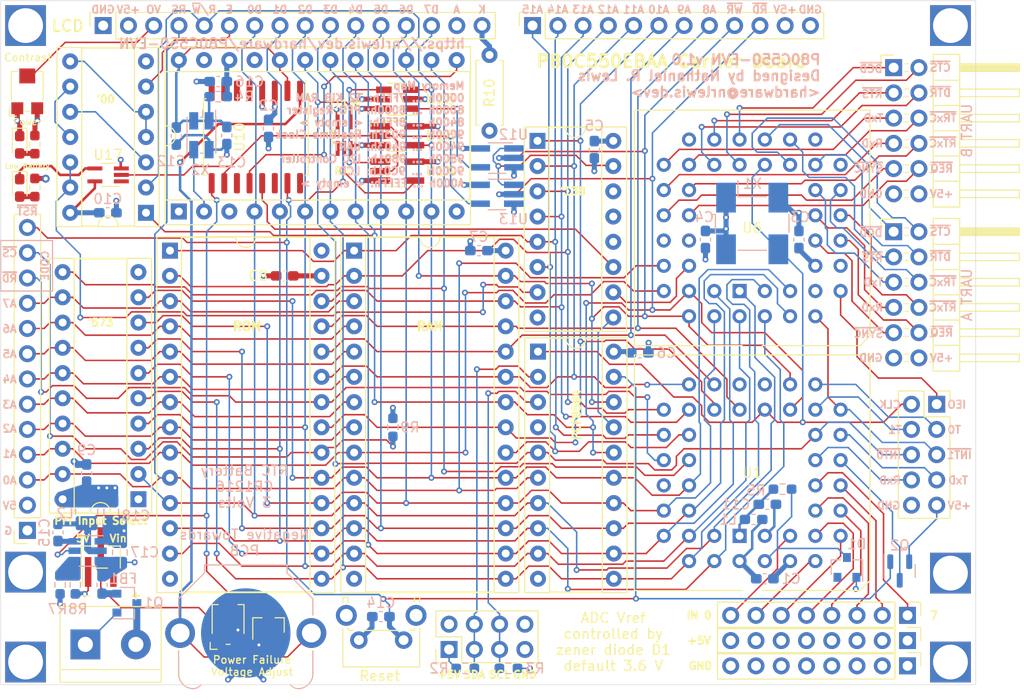
<source format=kicad_pcb>
(kicad_pcb (version 20211014) (generator pcbnew)
  (layers (0 "F.Cu" signal) (1 "In1.Cu" signal) (2 "In2.Cu" signal) (31 "B.Cu" signal) (34 "B.Paste" user) (35 "F.Paste" user) (36 "B.SilkS" user "B.Silkscreen") (37 "F.SilkS" user "F.Silkscreen") (38 "B.Mask" user) (39 "F.Mask" user) (44 "Edge.Cuts" user))
  (net 0 "")
  (net 1 "GND")
  (net 2 "/D7")
  (net 3 "/D6")
  (net 4 "/D5")
  (net 5 "/D4")
  (net 6 "/D3")
  (net 7 "/D2")
  (net 8 "/D1")
  (net 9 "/D0")
  (net 10 "LCD_E")
  (net 11 "~{WR}")
  (net 12 "/A0")
  (net 13 "+5V")
  (net 14 "~{CODE_RD}")
  (net 15 "/A14")
  (net 16 "ALE")
  (net 17 "/A13")
  (net 18 "/A11")
  (net 19 "/A9")
  (net 21 "/A12")
  (net 22 "/A10")
  (net 23 "/A8")
  (net 24 "CLK")
  (net 25 "~{RD}")
  (net 26 "~{INT1}")
  (net 27 "RST")
  (net 28 "~{INT0}")
  (net 29 "/A1")
  (net 30 "/A2")
  (net 31 "/A3")
  (net 32 "/A4")
  (net 33 "/A5")
  (net 34 "/A6")
  (net 35 "/A7")
  (net 38 "~{RST}")
  (net 40 "~{RTC_CS}")
  (net 41 "~{SCC1_CS}")
  (net 42 "SCC1_IEO")
  (net 45 "~{I2C_CS}")
  (net 46 "~{LCD_CS}")
  (net 47 "Net-(U9-Pad11)")
  (net 54 "Net-(U9-Pad4)")
  (net 55 "Net-(U9-Pad10)")
  (net 57 "/ADC0")
  (net 58 "/ADC1")
  (net 59 "/ADC3")
  (net 60 "/ADC5")
  (net 61 "/ADC7")
  (net 62 "/ADC2")
  (net 63 "/ADC4")
  (net 64 "/ADC6")
  (net 65 "+5VA")
  (net 66 "Vref+")
  (net 67 "/SCL")
  (net 68 "/SDA")
  (net 69 "RxD")
  (net 70 "TxD")
  (net 71 "T1")
  (net 72 "T0")
  (net 73 "/BST")
  (net 74 "/SW")
  (net 75 "Net-(FB1-Pad2)")
  (net 76 "+15V")
  (net 77 "PFI")
  (net 78 "/Raw")
  (net 79 "Net-(JP1-Pad2)")
  (net 80 "~{PFO}")
  (net 81 "+5VL")
  (net 82 "LCD_VO")
  (net 83 "/A15")
  (net 84 "RTC_CLK")
  (net 85 "~{RTC_CS_OUT}")
  (net 86 "Net-(D3-Pad2)")
  (net 87 "Net-(D4-Pad2)")
  (net 88 "Net-(D4-Pad1)")
  (net 89 "~{PFO_CS}")
  (net 90 "/PFO_MASK_WR")
  (net 91 "/PFO_RD")
  (net 92 "/PFO_MASK")
  (net 93 "/INT0_PFO")
  (net 94 "~{CODE_CS}")
  (net 95 "/~{REQB}")
  (net 96 "/~{SYNCB}")
  (net 97 "/~{RTxCB}")
  (net 98 "/RxDB")
  (net 99 "/~{TRxCB}")
  (net 100 "/TxDB")
  (net 101 "/~{DTRB}")
  (net 102 "/~{RTSB}")
  (net 103 "/~{CTSB}")
  (net 104 "/~{DCDB}")
  (net 105 "/~{REQA}")
  (net 106 "/~{SYNCA}")
  (net 107 "/~{RTxCA}")
  (net 108 "/RxDA")
  (net 109 "/~{TRxCA}")
  (net 110 "/TxDA")
  (net 111 "/~{DTRA}")
  (net 112 "/~{RTSA}")
  (net 113 "/~{CTSA}")
  (net 114 "/~{DCDA}")
  (net 115 "/VBATT")
  (net 116 "Net-(C16-Pad2)")
  (net 117 "Net-(J5-Pad16)")
  (net 118 "/FB")
  (footprint "Connector_PinSocket_2.54mm:PinSocket_1x12_P2.54mm_Vertical" (layer "F.Cu") (at 151.905 75.779 90)
    (fp_text reference "J4" hide)
    (fp_text value "Address High" hide)
  )
  (footprint "Package_DIP:DIP-16_W7.62mm_Socket" (layer "F.Cu") (at 152.4 87.376)
    (fp_text reference "U7" hide)
    (fp_text value "74AHC138" hide)
  )
  (footprint "Package_LCC:PLCC-44_THT-Socket" (layer "F.Cu") (at 172.72 127.127 180)
    (fp_text reference "U1")
    (fp_text value "P80C550EBAA" hide)
  )
  (footprint "Package_DIP:DIP-20_W7.62mm_Socket" (layer "F.Cu") (at 152.4508 108.585)
    (fp_text reference "U8" hide)
    (fp_text value "PCF8584" hide)
  )
  (footprint "P80C550-EVN:MountingHole_3.5mm_Pad_LCD" (layer "F.Cu") (at 193.925 130.879)
    (fp_text reference "H4" hide)
    (fp_text value "MountingHole_Pad" hide)
  )
  (footprint "P80C550-EVN:MountingHole_3.5mm_Pad_LCD" (layer "F.Cu") (at 100.925 130.779)
    (fp_text reference "H3" hide)
    (fp_text value "MountingHole_Pad" hide)
  )
  (footprint "P80C550-EVN:MountingHole_3.5mm_Pad_LCD" (layer "F.Cu") (at 193.925 75.779)
    (fp_text reference "H2" hide)
    (fp_text value "MountingHole_Pad" hide)
  )
  (footprint "Connector_PinSocket_2.54mm:PinSocket_1x16_P2.54mm_Vertical" (layer "F.Cu") (at 108.725 75.779 90)
    (fp_text reference "J5" hide)
    (fp_text value "LCD" hide)
  )
  (footprint "Package_DIP:DIP-14_W7.62mm_Socket" (layer "F.Cu") (at 113.03 94.615 180)
    (fp_text reference "U9" hide)
    (fp_text value "74AC00" hide)
  )
  (footprint "Package_DIP:DIP-28_W15.24mm_Socket" (layer "F.Cu") (at 133.9596 98.425)
    (fp_text reference "U3" hide)
    (fp_text value "HM62256BLP" hide)
  )
  (footprint "P80C550-EVN:MountingHole_3.5mm_Pad_LCD" (layer "F.Cu") (at 100.925 75.779)
    (fp_text reference "H1" hide)
    (fp_text value "MountingHole_Pad" hide)
  )
  (footprint "Package_DIP:DIP-28_W15.24mm_Socket" (layer "F.Cu") (at 115.443 98.425)
    (fp_text reference "U4" hide)
    (fp_text value "28C256" hide)
  )
  (footprint "TerminalBlock:TerminalBlock_bornier-2_P5.08mm" (layer "F.Cu") (at 106.934 138.049)
    (fp_text reference "J1" hide)
    (fp_text value "VIN" hide)
  )
  (footprint "Resistor_THT:R_Axial_DIN0207_L6.3mm_D2.5mm_P7.62mm_Horizontal" (layer "F.Cu") (at 147.574 78.74 -90)
    (fp_text reference "R10")
    (fp_text value "220" hide)
  )
  (footprint "Package_SO:SOIC-16W_7.5x10.3mm_P1.27mm" (layer "F.Cu") (at 124.079 86.995 -90)
    (fp_text reference "U10")
    (fp_text value "MAX691xWE" hide)
  )
  (footprint "Potentiometer_SMD:Potentiometer_Bourns_TC33X_Vertical" (layer "F.Cu") (at 101.092 82.296 90)
    (fp_text reference "RV1" hide)
    (fp_text value "20K" hide)
  )
  (footprint "Package_LCC:PLCC-44_THT-Socket" (layer "F.Cu") (at 172.72 102.489 180)
    (fp_text reference "U6")
    (fp_text value "AM85C30" hide)
  )
  (footprint "Connector_PinHeader_2.54mm:PinHeader_2x06_P2.54mm_Horizontal" (layer "F.Cu") (at 188.214 96.52)
    (fp_text reference "J6" hide)
    (fp_text value "UART" hide)
  )
  (footprint "Connector_PinHeader_2.54mm:PinHeader_1x08_P2.54mm_Vertical" (layer "F.Cu") (at 189.611 140.208 -90)
    (fp_text reference "J11" hide)
    (fp_text value "Analog: GND" hide)
  )
  (footprint "Connector_PinHeader_2.54mm:PinHeader_2x06_P2.54mm_Horizontal" (layer "F.Cu") (at 188.214 80.01)
    (fp_text reference "J7" hide)
    (fp_text value "UART" hide)
  )
  (footprint "Connector_PinHeader_2.54mm:PinHeader_2x04_P2.54mm_Vertical" (layer "F.Cu") (at 143.51 138.557 90)
    (fp_text reference "J8" hide)
    (fp_text value "I2C" hide)
  )
  (footprint "P80C550-EVN:MountingHole_3.5mm_Pad_LCD" (layer "F.Cu") (at 100.925 139.827)
    (fp_text reference "H5" hide)
    (fp_text value "MountingHole_Pad" hide)
  )
  (footprint "P80C550-EVN:MountingHole_3.5mm_Pad_LCD" (layer "F.Cu") (at 193.925 139.827)
    (fp_text reference "H6" hide)
    (fp_text value "MountingHole_Pad" hide)
  )
  (footprint "Connector_PinHeader_2.54mm:PinHeader_1x08_P2.54mm_Vertical" (layer "F.Cu") (at 189.611 135.128 -90)
    (fp_text reference "J9" hide)
    (fp_text value "Analog: In" hide)
  )
  (footprint "Connector_PinHeader_2.54mm:PinHeader_1x08_P2.54mm_Vertical" (layer "F.Cu") (at 189.611 137.668 -90)
    (fp_text reference "J10" hide)
    (fp_text value "Analog: +5V" hide)
  )
  (footprint "Button_Switch_THT:SW_Tactile_SPST_Angled_PTS645Vx39-2LFS" (layer "F.Cu") (at 138.938 137.618 180)
    (fp_text reference "SW1" hide)
    (fp_text value "Reset")
  )
  (footprint "Potentiometer_SMD:Potentiometer_Bourns_TC33X_Vertical" (layer "F.Cu") (at 121.285 135.943 90)
    (fp_text reference "RV2" hide)
    (fp_text value "20K" hide)
  )
  (footprint "Package_DIP:DIP-20_W7.62mm_Socket" (layer "F.Cu") (at 112.268 123.444 180)
    (fp_text reference "U2" hide)
    (fp_text value "74AC573" hide)
  )
  (footprint "Connector_PinSocket_2.54mm:PinSocket_2x05_P2.54mm_Vertical" (layer "F.Cu") (at 192.545 113.879)
    (fp_text reference "J2" hide)
    (fp_text value "Signals" hide)
  )
  (footprint "Diode_SMD:D_SOT-23_ANK" (layer "F.Cu") (at 125.349 136.128 90)
    (fp_text reference "D2" hide)
    (fp_text value "5.1V" hide)
  )
  (footprint "LED_SMD:LED_0603_1608Metric_Pad1.05x0.95mm_HandSolder" (layer "F.Cu") (at 100.33 87.771 -90)
    (fp_text reference "D3" hide)
    (fp_text value "Blue" hide)
  )
  (footprint "LED_SMD:LED_0603_1608Metric_Pad1.05x0.95mm_HandSolder" (layer "F.Cu") (at 100.33 92.1118 -90)
    (fp_text reference "D4" hide)
    (fp_text value "Yellow" hide)
  )
  (footprint "Resistor_SMD:R_0603_1608Metric_Pad0.98x0.95mm_HandSolder" (layer "F.Cu") (at 101.854 87.757 -90)
    (fp_text reference "R6" hide)
    (fp_text value "2K2" hide)
  )
  (footprint "Resistor_SMD:R_0603_1608Metric_Pad0.98x0.95mm_HandSolder" (layer "F.Cu") (at 101.854 92.075 -90)
    (fp_text reference "R1" hide)
    (fp_text value "2K2" hide)
  )
  (footprint "Capacitor_SMD:C_0603_1608Metric_Pad1.08x0.95mm_HandSolder" (layer "F.Cu") (at 126.9735 100.965 180)
    (fp_text reference "C8")
    (fp_text value "0.1uF" hide)
  )
  (footprint "Package_TO_SOT_SMD:SOT-353_SC-70-5_Handsoldering" (layer "F.Cu") (at 109.22 90.805 180)
    (fp_text reference "U17")
    (fp_text value "74LVC1G07" hide)
  )
  (footprint "Connector_PinHeader_1.27mm:PinHeader_1x03_P1.27mm_Vertical_SMD_Pin1Left" (layer "F.Cu") (at 108.4834 129.2606 90)
    (fp_text reference "JP1" hide)
    (fp_text value "PFI Select" hide)
  )
  (footprint "Package_TO_SOT_SMD:TSOT-23-5_HandSoldering" (layer "F.Cu") (at 138.303 90.424)
    (fp_text reference "U14")
    (fp_text value "74VHC1G02" hide)
  )
  (footprint "Package_TO_SOT_SMD:SOT-353_SC-70-5_Handsoldering" (layer "F.Cu") (at 132.954 86.808 90)
    (fp_text reference "U18")
    (fp_text value "74LVC1G06" hide)
  )
  (footprint "Package_TO_SOT_SMD:SOT-23-6_Handsoldering" (layer "F.Cu") (at 138.303 83.185 180)
    (fp_text reference "U15")
    (fp_text value "74LVC1G373" hide)
  )
  (footprint "Package_TO_SOT_SMD:TSOT-23-5_HandSoldering" (layer "F.Cu") (at 138.303 86.868)
    (fp_text reference "U16")
    (fp_text value "74VHC1G126" hide)
  )
  (footprint "Connector_PinSocket_2.54mm:PinSocket_1x13_P2.54mm_Vertical" (layer "F.Cu") (at 101.105 126.579 180)
    (fp_text reference "J3" hide)
    (fp_text value "Address Low" hide)
  )
  (footprint "Package_DIP:DIP-24_W15.24mm_Socket" (layer "F.Cu") (at 116.332 94.488 90)
    (fp_text reference "U5" hide)
    (fp_text value "MC146818" hide)
  )
  (footprint "Capacitor_SMD:C_0603_1608Metric_Pad1.08x0.95mm_HandSolder" (layer "B.Cu") (at 125.349 86.1325 -90)
    (fp_text reference "C2")
    (fp_text value "0.1uF" hide)
  )
  (footprint "Capacitor_SMD:C_0603_1608Metric_Pad1.08x0.95mm_HandSolder" (layer "B.Cu") (at 158.115 88.265 -90)
    (fp_text reference "C5")
    (fp_text value "0.1uF" hide)
  )
  (footprint "Capacitor_SMD:C_0603_1608Metric_Pad1.08x0.95mm_HandSolder" (layer "B.Cu") (at 175.26 131.445)
    (fp_text reference "C1")
    (fp_text value "0.1uF" hide)
  )
  (footprint "Capacitor_SMD:C_0603_1608Metric_Pad1.08x0.95mm_HandSolder" (layer "B.Cu") (at 146.5061 98.425 180)
    (fp_text reference "C7")
    (fp_text value "0.1uF" hide)
  )
  (footprint "Capacitor_SMD:C_0603_1608Metric_Pad1.08x0.95mm_HandSolder" (layer "B.Cu") (at 162.687 108.712)
    (fp_text reference "C6")
    (fp_text value "0.1uF" hide)
  )
  (footprint "Capacitor_SMD:C_0603_1608Metric_Pad1.08x0.95mm_HandSolder" (layer "B.Cu") (at 109.1935 94.615)
    (fp_text reference "C10")
    (fp_text value "0.1uF" hide)
  )
  (footprint "Capacitor_SMD:C_0603_1608Metric_Pad1.08x0.95mm_HandSolder" (layer "B.Cu") (at 116.078 86.8945 -90)
    (fp_text reference "C12")
    (fp_text value "0.1uF" hide)
  )
  (footprint "Capacitor_SMD:C_0603_1608Metric_Pad1.08x0.95mm_HandSolder" (layer "B.Cu") (at 121.158 86.8415 -90)
    (fp_text reference "C13")
    (fp_text value "0.1uF" hide)
  )
  (footprint "Capacitor_SMD:C_0603_1608Metric_Pad1.08x0.95mm_HandSolder" (layer "B.Cu") (at 175.514 123.952)
    (fp_text reference "C11")
    (fp_text value "0.1uF" hide)
  )
  (footprint "Resistor_SMD:R_0603_1608Metric_Pad0.98x0.95mm_HandSolder" (layer "B.Cu") (at 145.1375 140.462)
    (fp_text reference "R2")
    (fp_text value "2K2" hide)
  )
  (footprint "Resistor_SMD:R_0603_1608Metric_Pad0.98x0.95mm_HandSolder" (layer "B.Cu") (at 120.2925 82.931)
    (fp_text reference "R4")
    (fp_text value "2K2" hide)
  )
  (footprint "Capacitor_SMD:C_0603_1608Metric_Pad1.08x0.95mm_HandSolder" (layer "B.Cu") (at 120.2933 81.407)
    (fp_text reference "C16")
    (fp_text value "5.1nF" hide)
  )
  (footprint "Oscillator:Oscillator_SMD_EuroQuartz_XO32-4Pin_3.2x2.5mm_HandSoldering" (layer "B.Cu") (at 118.605 86.815 -90)
    (fp_text reference "X2")
    (fp_text value "32.768 KHz" hide)
  )
  (footprint "Capacitor_SMD:C_0603_1608Metric_Pad1.08x0.95mm_HandSolder" (layer "B.Cu") (at 169.291 97.3085 -90)
    (fp_text reference "C4")
    (fp_text value "0.1uF" hide)
  )
  (footprint "Battery:BatteryHolder_Keystone_3001_1x12mm" (layer "B.Cu") (at 123.063 136.906 180)
    (fp_text reference "BT1" hide)
    (fp_text value "RTC" hide)
  )
  (footprint "Inductor_SMD:L_0603_1608Metric_Pad1.05x0.95mm_HandSolder" (layer "B.Cu") (at 174.131 125.476)
    (fp_text reference "L1")
    (fp_text value "39uH")
  )
  (footprint "Resistor_SMD:R_0603_1608Metric_Pad0.98x0.95mm_HandSolder" (layer "B.Cu") (at 177.038 122.428 180)
    (fp_text reference "R5")
    (fp_text value "2K2" hide)
  )
  (footprint "Capacitor_SMD:C_0603_1608Metric_Pad1.08x0.95mm_HandSolder" (layer "B.Cu") (at 178.689 97.3085 90)
    (fp_text reference "C3")
    (fp_text value "0.1uF" hide)
  )
  (footprint "Oscillator:Oscillator_SMD_SeikoEpson_SG8002CA-4Pin_7.0x5.0mm_HandSoldering" (layer "B.Cu") (at 173.99 95.691)
    (fp_text reference "X1")
    (fp_text value "11.0592 MHz" hide)
  )
  (footprint "Diode_SMD:D_SOT-23_ANK" (layer "B.Cu") (at 183.515 130.302 90)
    (fp_text reference "D1")
    (fp_text value "3.6V" hide)
  )
  (footprint "Resistor_SMD:R_0603_1608Metric_Pad0.98x0.95mm_HandSolder" (layer "B.Cu") (at 149.479 140.462 180)
    (fp_text reference "R3")
    (fp_text value "2K2" hide)
  )
  (footprint "Capacitor_SMD:C_0603_1608Metric_Pad1.08x0.95mm_HandSolder" (layer "B.Cu") (at 136.652 135.255 180)
    (fp_text reference "C14")
    (fp_text value "0.1uF" hide)
  )
  (footprint "Package_TO_SOT_SMD:TSOT-23-5_HandSoldering" (layer "B.Cu") (at 148.3405 89.0905 180)
    (fp_text reference "U12")
    (fp_text value "74VHC1G02" hide)
  )
  (footprint "Package_TO_SOT_SMD:TSOT-23-5_HandSoldering" (layer "B.Cu") (at 148.3233 92.7531 180)
    (fp_text reference "U13")
    (fp_text value "74VHC1G02" hide)
  )
  (footprint "Package_TO_SOT_SMD:TSOT-23-6" (layer "B.Cu") (at 107.1626 128.6256 180)
    (fp_text reference "U11" hide)
    (fp_text value "AP62150WU" hide)
  )
  (footprint "Capacitor_SMD:C_0603_1608Metric_Pad1.08x0.95mm_HandSolder" (layer "B.Cu") (at 104.1781 126.7841 -90)
    (fp_text reference "C15")
    (fp_text value "0.1uF" hide)
  )
  (footprint "Capacitor_SMD:C_0805_2012Metric_Pad1.18x1.45mm_HandSolder" (layer "B.Cu") (at 110.4011 128.7946 90)
    (fp_text reference "C17")
    (fp_text value "10uF" hide)
  )
  (footprint "Package_TO_SOT_SMD:SOT-23" (layer "B.Cu") (at 111.109 133.8936)
    (fp_text reference "Q1")
    (fp_text value "Si2393DS" hide)
  )
  (footprint "Inductor_SMD:L_1008_2520Metric_Pad1.43x2.20mm_HandSolder" (layer "B.Cu") (at 107.061 124.6886 90)
    (fp_text reference "L2")
    (fp_text value "4.7uH" hide)
  )
  (footprint "Capacitor_SMD:C_0805_2012Metric_Pad1.18x1.45mm_HandSolder" (layer "B.Cu") (at 109.5375 124.6925 -90)
    (fp_text reference "C18")
    (fp_text value "22uF" hide)
  )
  (footprint "Resistor_SMD:R_0603_1608Metric_Pad0.98x0.95mm_HandSolder" (layer "B.Cu") (at 104.394 132.05634 -90)
    (fp_text reference "R7")
    (fp_text value "10K" hide)
  )
  (footprint "Inductor_SMD:L_0603_1608Metric_Pad1.05x0.95mm_HandSolder" (layer "B.Cu") (at 108.6104 132.066 -90)
    (fp_text reference "FB1")
    (fp_text value "100 @ 100 MHz" hide)
  )
  (footprint "Resistor_SMD:R_0603_1608Metric_Pad0.98x0.95mm_HandSolder" (layer "B.Cu") (at 105.918 132.0546 90)
    (fp_text reference "R8")
    (fp_text value "52K3" hide)
  )
  (footprint "Resistor_SMD:R_0603_1608Metric_Pad0.98x0.95mm_HandSolder" (layer "B.Cu") (at 137.8585 116.205 90)
    (fp_text reference "R9")
    (fp_text value "680" hide)
  )
  (footprint "Capacitor_SMD:C_0603_1608Metric_Pad1.08x0.95mm_HandSolder" (layer "B.Cu") (at 107.061 120.8035 90)
    (fp_text reference "C9")
    (fp_text value "0.1uF" hide)
  )
  (footprint "Package_TO_SOT_SMD:SOT-23" (layer "B.Cu") (at 188.825 130.6625 -90)
    (fp_text reference "Q2")
    (fp_text value "BSS84" hide)
  )
  (gr_line (start 103.632 97.409) (end 103.632 102.489) (layer "B.SilkS") (width 0.12))
  (gr_line (start 98.425 102.489) (end 98.552 102.489) (layer "B.SilkS") (width 0.12))
  (gr_line (start 98.552 97.409) (end 103.632 97.409) (layer "B.SilkS") (width 0.12))
  (gr_line (start 98.552 102.489) (end 103.632 102.489) (layer "B.SilkS") (width 0.12))
  (gr_line (start 98.425 97.409) (end 98.425 102.489) (layer "B.SilkS") (width 0.12))
  (gr_line (start 98.552 97.409) (end 98.425 97.409) (layer "B.SilkS") (width 0.12))
  (gr_line (start 196.469 73.279) (end 196.469 133.35) (layer "Edge.Cuts") (width 0.05))
  (gr_line (start 98.425 73.279) (end 98.425 133.35) (layer "Edge.Cuts") (width 0.05))
  (gr_line (start 98.425 142.113) (end 99.441 142.113) (layer "Edge.Cuts") (width 0.05))
  (gr_line (start 196.469 73.279) (end 98.425 73.279) (layer "Edge.Cuts") (width 0.05))
  (gr_line (start 98.425 133.35) (end 98.425 142.113) (layer "Edge.Cuts") (width 0.05))
  (gr_line (start 196.469 133.35) (end 196.469 142.113) (layer "Edge.Cuts") (width 0.05))
  (gr_line (start 196.469 142.113) (end 190.627 142.113) (layer "Edge.Cuts") (width 0.05))
  (gr_line (start 113.919 142.113) (end 99.441 142.113) (layer "Edge.Cuts") (width 0.05))
  (gr_line (start 190.627 142.113) (end 165.227 142.113) (layer "Edge.Cuts") (width 0.05))
  (gr_line (start 165.227 142.113) (end 113.919 142.113) (layer "Edge.Cuts") (width 0.05))
  (gr_text "UART A" (at 195.58 102.87 90) (layer "B.SilkS") (effects (font (size 1 1)) (justify mirror)))
  (gr_text "UART B" (at 195.58 86.36 90) (layer "B.SilkS") (effects (font (size 1 1)) (justify mirror)))
  (gr_text "A4" (at 99.314 111.379) (layer "B.SilkS") (effects (font (size 0.762 0.762) (thickness 0.1651)) (justify mirror)))
  (gr_text "G" (at 99.187 126.619) (layer "B.SilkS") (effects (font (size 0.762 0.762) (thickness 0.1651)) (justify mirror)))
  (gr_text "~{RD}" (at 99.314 101.219) (layer "B.SilkS") (effects (font (size 0.762 0.762) (thickness 0.1651)) (justify mirror)))
  (gr_text "K" (at 146.812 74.168) (layer "B.SilkS") (effects (font (size 0.762 0.762) (thickness 0.1651)) (justify mirror)))
  (gr_text "+5V" (at 111.252 74.168) (layer "B.SilkS") (effects (font (size 0.762 0.762) (thickness 0.1651)) (justify mirror)))
  (gr_text "A15" (at 151.892 74.168) (layer "B.SilkS") (effects (font (size 0.762 0.762) (thickness 0.1651)) (justify mirror)))
  (gr_text "A12" (at 159.512 74.168) (layer "B.SilkS") (effects (font (size 0.762 0.762) (thickness 0.1651)) (justify mirror)))
  (gr_text "A11" (at 162.052 74.168) (layer "B.SilkS") (effects (font (size 0.762 0.762) (thickness 0.1651)) (justify mirror)))
  (gr_text "A13" (at 156.972 74.168) (layer "B.SilkS") (effects (font (size 0.762 0.762) (thickness 0.1651)) (justify mirror)))
  (gr_text "A9" (at 167.132 74.168) (layer "B.SilkS") (effects (font (size 0.762 0.762) (thickness 0.1651)) (justify mirror)))
  (gr_text "A14" (at 154.432 74.168) (layer "B.SilkS") (effects (font (size 0.762 0.762) (thickness 0.1651)) (justify mirror)))
  (gr_text "A8" (at 169.672 74.168) (layer "B.SilkS") (effects (font (size 0.762 0.762) (thickness 0.1651)) (justify mirror)))
  (gr_text "A10" (at 164.592 74.168) (layer "B.SilkS") (effects (font (size 0.762 0.762) (thickness 0.1651)) (justify mirror)))
  (gr_text "+5V" (at 177.292 74.168) (layer "B.SilkS") (effects (font (size 0.762 0.762) (thickness 0.1651)) (justify mirror)))
  (gr_text "~{WR}" (at 172.212 74.168) (layer "B.SilkS") (effects (font (size 0.762 0.762) (thickness 0.1651)) (justify mirror)))
  (gr_text "GND" (at 179.832 74.168) (layer "B.SilkS") (effects (font (size 0.762 0.762) (thickness 0.1651)) (justify mirror)))
  (gr_text "~{RD}" (at 174.752 74.168) (layer "B.SilkS") (effects (font (size 0.762 0.762) (thickness 0.1651)) (justify mirror)))
  (gr_text "+5V" (at 194.818 124.079) (layer "B.SilkS") (effects (font (size 0.762 0.762) (thickness 0.1651)) (justify mirror)))
  (gr_text "~{RST}" (at 101.092 94.488) (layer "B.SilkS") (effects (font (size 0.762 0.762) (thickness 0.1651)) (justify mirror)))
  (gr_text "P80C550-EVN v1.0\nDesigned by Nathaniel R. Lewis\n<hardware@nrlewis.dev>" (at 180.975 80.8355) (layer "B.SilkS") (effects (font (size 1.016 1.016) (thickness 0.2159)) (justify left mirror)))
  (gr_text "https://nrlewis.dev/hardware/P80C550-EVN" (at 145.2245 77.597) (layer "B.SilkS") (effects (font (size 1.016 1.016) (thickness 0.1905)) (justify left mirror)))
  (gr_text "+5V" (at 193.04 92.71) (layer "B.SilkS") (effects (font (size 0.762 0.762) (thickness 0.1651)) (justify mirror)))
  (gr_text "+5V" (at 193.04 109.22) (layer "B.SilkS") (effects (font (size 0.762 0.762) (thickness 0.1651)) (justify mirror)))
  (gr_text "GND" (at 185.928 109.22) (layer "B.SilkS") (effects (font (size 0.762 0.762) (thickness 0.1651)) (justify mirror)))
  (gr_text "CODE" (at 102.87 99.949 90) (layer "B.SilkS") (effects (font (size 0.762 0.762) (thickness 0.1651)) (justify mirror)))
  (gr_text "~{CTS}" (at 192.913 80.01) (layer "B.SilkS") (effects (font (size 0.762 0.762) (thickness 0.1651)) (justify mirror)))
  (gr_text "~{SYNC}" (at 185.674 90.17) (layer "B.SilkS") (effects (font (size 0.762 0.762) (thickness 0.1651)) (justify mirror)))
  (gr_text "~{CTS}" (at 192.913 96.52) (layer "B.SilkS") (effects (font (size 0.762 0.762) (thickness 0.1651)) (justify mirror)))
  (gr_text "~{REQ}" (at 193.04 106.68) (layer "B.SilkS") (effects (font (size 0.762 0.762) (thickness 0.1651)) (justify mirror)))
  (gr_text "~{RTxC}" (at 193.167 104.14) (layer "B.SilkS") (effects (font (size 0.762 0.762) (thickness 0.1651)) (justify mirror)))
  (gr_text "~{DTR}" (at 192.913 99.06) (layer "B.SilkS") (effects (font (size 0.762 0.762) (thickness 0.1651)) (justify mirror)))
  (gr_text "~{DCD}" (at 185.928 96.647) (layer "B.SilkS") (effects (font (size 0.762 0.762) (thickness 0.1651)) (justify mirror)))
  (gr_text "~{RTS}" (at 186.055 99.187) (layer "B.SilkS") (effects (font (size 0.762 0.762) (thickness 0.1651)) (justify mirror)))
  (gr_text "TxD" (at 186.182 101.6) (layer "B.SilkS") (effects (font (size 0.762 0.762) (thickness 0.1651)) (justify mirror)))
  (gr_text "RxD" (at 186.055 104.14) (layer "B.SilkS") (effects (font (size 0.762 0.762) (thickness 0.1651)) (justify mirror)))
  (gr_text "~{SYNC}" (at 185.674 106.807) (layer "B.SilkS") (effects (font (size 0.762 0.762) (thickness 0.1651)) (justify mirror)))
  (gr_text "~{TRxC}" (at 193.167 101.6) (layer "B.SilkS") (effects (font (size 0.762 0.762) (thickness 0.1651)) (justify mirror)))
  (gr_text "R/~{W}" (at 118.872 74.168) (layer "B.SilkS") (effects (font (size 0.762 0.762) (thickness 0.1651)) (justify mirror)))
  (gr_text "E" (at 121.412 74.168) (layer "B.SilkS") (effects (font (size 0.762 0.762) (thickness 0.1651)) (justify mirror)))
  (gr_text "T1" (at 188.341 116.459) (layer "B.SilkS") (effects (font (size 0.762 0.762) (thickness 0.1651)) (justify mirror)))
  (gr_text "Memory Map\n0000h ... 7FFFh: 32 KiB RAM\n8000h ... 8000h: PFO Register\n8400h ... 8FFFh: < empty >\n9000h ... 903Fh: Realtime Clock\n9400h ... 9403h: UART\n9800h ... 9801h: I2C Controller\n9C00h ... 9C01h: LCD\nA000h ... FFFFh: < empty >" (at 145.161 86.741) (layer "B.SilkS") (effects (font (size 0.762 0.762) (thickness 0.1905)) (justify left mirror)))
  (gr_text "D4" (at 134.112 74.168) (layer "B.SilkS") (effects (font (size 0.762 0.762) (thickness 0.1651)) (justify mirror)))
  (gr_text "A5" (at 99.314 108.839) (layer "B.SilkS") (effects (font (size 0.762 0.762) (thickness 0.1651)) (justify mirror)))
  (gr_text "~{DTR}" (at 192.913 82.55) (layer "B.SilkS") (effects (font (size 0.762 0.762) (thickness 0.1651)) (justify mirror)))
  (gr_text "A7" (at 99.314 103.759) (layer "B.SilkS") (effects (font (size 0.762 0.762) (thickness 0.1651)) (justify mirror)))
  (gr_text "~{CS}" (at 99.314 98.679) (layer "B.SilkS") (effects (font (size 0.762 0.762) (thickness 0.1651)) (justify mirror)))
  (gr_text "D2" (at 129.032 74.168) (layer "B.SilkS") (effects (font (size 0.762 0.762) (thickness 0.1651)) (justify mirror)))
  (gr_text "~{RTS}" (at 186.055 82.677) (layer "B.SilkS") (effects (font (size 0.762 0.762) (thickness 0.1651)) (justify mirror)))
  (gr_text "RxD" (at 187.833 121.539) (layer "B.SilkS") (effects (font (size 0.762 0.762) (thickness 0.1651)) (justify mirror)))
  (gr_text "~{RTxC}" (at 193.167 87.63) (layer "B.SilkS") (effects (font (size 0.762 0.762) (thickness 0.1651)) (justify mirror)))
  (gr_text "RTC Battery\nCR1216\n3 Volts\n\nNegative Towards\nPCB" (at 122.936 124.587) (layer "B.SilkS") (effects (font (size 1 1)) (justify mirror)))
  (gr_text "GND" (at 185.928 92.71) (layer "B.SilkS") (effects (font (size 0.762 0.762) (thickness 0.1651)) (justify mirror)))
  (gr_text "A6" (at 99.314 106.299) (layer "B.SilkS") (effects (font (size 0.762 0.762) (thickness 0.1651)) (justify mirror)))
  (gr_text "VO" (at 113.792 74.168) (layer "B.SilkS") (effects (font (size 0.762 0.762) (thickness 0.1651)) (justify mirror)))
  (gr_text "CLK" (at 187.833 113.919) (layer "B.SilkS") (effects (font (size 0.762 0.762) (thickness 0.1651)) (justify mirror)))
  (gr_text "~{INT0}" (at 187.706 118.999) (layer "B.SilkS") (effects (font (size 0.762 0.762) (thickness 0.1651)) (justify mirror)))
  (gr_text "D7" (at 141.732 74.168) (layer "B.SilkS") (effects (font (size 0.762 0.762) (thickness 0.1651)) (justify mirror)))
  (gr_text "IEO" (at 194.564 113.919) (layer "B.SilkS") (effects (font (size 0.762 0.762) (thickness 0.1651)) (justify mirror)))
  (gr_text "TxD" (at 186.182 85.09) (layer "B.SilkS") (effects (font (size 0.762 0.762) (thickness 0.1651)) (justify mirror)))
  (gr_text "T0" (at 194.31 116.459) (layer "B.SilkS") (effects (font (size 0.762 0.762) (thickness 0.1651)) (justify mirror)))
  (gr_text "TxD" (at 194.691 121.539) (layer "B.SilkS") (effects (font (size 0.762 0.762) (thickness 0.1651)) (justify mirror)))
  (gr_text "GND" (at 187.706 124.079) (layer "B.SilkS") (effects (font (size 0.762 0.762) (thickness 0.1651)) (justify mirror)))
  (gr_text "RxD" (at 186.055 87.63) (layer "B.SilkS") (effects (font (size 0.762 0.762) (thickness 0.1651)) (justify mirror)))
  (gr_text "~{INT1}" (at 194.818 118.999) (layer "B.SilkS") (effects (font (size 0.762 0.762) (thickness 0.1651)) (justify mirror)))
  (gr_text "~{TRxC}" (at 193.167 85.09) (layer "B.SilkS") (effects (font (size 0.762 0.762) (thickness 0.1651)) (justify mirror)))
  (gr_text "~{DCD}" (at 185.928 80.137) (layer "B.SilkS") (effects (font (size 0.762 0.762) (thickness 0.1651)) (justify mirror)))
  (gr_text "~{REQ}" (at 193.04 90.17) (layer "B.SilkS") (effects (font (size 0.762 0.762) (thickness 0.1651)) (justify mirror)))
  (gr_text "D5" (at 136.652 74.168) (layer "B.SilkS") (effects (font (size 0.762 0.762) (thickness 0.1651)) (justify mirror)))
  (gr_text "D6" (at 139.192 74.168) (layer "B.SilkS") (effects (font (size 0.762 0.762) (thickness 0.1651)) (justify mirror)))
  (gr_text "5V" (at 99.314 124.079) (layer "B.SilkS") (effects (font (size 0.762 0.762) (thickness 0.1651)) (justify mirror)))
  (gr_text "GND" (at 108.712 74.168) (layer "B.SilkS") (effects (font (size 0.762 0.762) (thickness 0.1651)) (justify mirror)))
  (gr_text "D3" (at 131.572 74.168) (layer "B.SilkS") (effects (font (size 0.762 0.762) (thickness 0.1651)) (justify mirror)))
  (gr_text "A1" (at 99.314 118.872) (layer "B.SilkS") (effects (font (size 0.762 0.762) (thickness 0.1651)) (justify mirror)))
  (gr_text "A3" (at 99.314 113.919) (layer "B.SilkS") (effects (font (size 0.762 0.762) (thickness 0.1651)) (justify mirror)))
  (gr_text "A2" (at 99.314 116.332) (layer "B.SilkS") (effects (font (size 0.762 0.762) (thickness 0.1651)) (justify mirror)))
  (gr_text "A0" (at 99.314 121.539) (layer "B.SilkS") (effects (font (size 0.762 0.762) (thickness 0.1651)) (justify mirror)))
  (gr_text "D1" (at 126.492 74.168) (layer "B.SilkS") (effects (font (size 0.762 0.762) (thickness 0.1651)) (justify mirror)))
  (gr_text "D0" (at 123.952 74.168) (layer "B.SilkS") (effects (font (size 0.762 0.762) (thickness 0.1651)) (justify mirror)))
  (gr_text "A" (at 144.272 74.168) (layer "B.SilkS") (effects (font (size 0.762 0.762) (thickness 0.1651)) (justify mirror)))
  (gr_text "RS" (at 116.332 74.168) (layer "B.SilkS") (effects (font (size 0.762 0.762) (thickness 0.1651)) (justify mirror)))
  (gr_text "P80C550EBAA Carrier Board" (at 179.578 79.375) (layer "F.SilkS") (effects (font (size 1.27 1.27) (thickness 0.254)) (justify right)))
  (gr_text "Reset" (at 136.525 141.224) (layer "F.SilkS") (effects (font (size 1 1))))
  (gr_text "GND" (at 151.13 141.097) (layer "F.SilkS") (effects (font (size 0.762 0.762) (thickness 0.1905))))
  (gr_text "7" (at 192.278 135.128) (layer "F.SilkS") (effects (font (size 0.762 0.762) (thickness 0.1905))))
  (gr_text "ADC Vref\ncontrolled by\nzener diode D1\ndefault 3.6 V" (at 160.02 137.795) (layer "F.SilkS") (effects (font (size 1 1))))
  (gr_text "RAM" (at 141.605 106.045) (layer "F.SilkS") (effects (font (size 0.889 0.889) (thickness 0.22225))))
  (gr_text "Power" (at 101.092 85.471) (layer "F.SilkS") (effects (font (size 0.635 0.635) (thickness 0.1016))))
  (gr_text "Contrast" (at 103.632 78.994) (layer "F.SilkS") (effects (font (size 0.762 0.762) (thickness 0.127)) (justify right)))
  (gr_text "Low Battery" (at 101.092 89.916) (layer "F.SilkS") (effects (font (size 0.508 0.508) (thickness 0.1016))))
  (gr_text "+" (at 112.014 133.096) (layer "F.SilkS") (effects (font (size 1 1))))
  (gr_text "5V" (at 106.68 127.381) (layer "F.SilkS") (effects (font (size 0.762 0.762) (thickness 0.1651))))
  (gr_text "Vin" (at 110.236 127.381) (layer "F.SilkS") (effects (font (size 0.762 0.762) (thickness 0.1651))))
  (gr_text "-" (at 106.934 133.096) (layer "F.SilkS") (effects (font (size 1 1))))
  (gr_text "PFI Input Select" (at 108.4834 125.603) (layer "F.SilkS") (effects (font (size 0.762 0.762) (thickness 0.1905))))
  (gr_text "ROM" (at 123.19 106.045) (layer "F.SilkS") (effects (font (size 0.889 0.889) (thickness 0.22225))))
  (gr_text "'00" (at 108.966 83.185) (layer "F.SilkS") (effects (font (size 0.762 0.762) (thickness 0.1905))))
  (gr_text "LCD" (at 105.156 75.819) (layer "F.SilkS") (effects (font (size 1.143 1.143) (thickness 0.2032))))
  (gr_text "PCF8584" (at 156.337 114.935 90) (layer "F.SilkS") (effects (font (size 0.762 0.762) (thickness 0.1905))))
  (gr_text "SDA" (at 146.05 141.097) (layer "F.SilkS") (effects (font (size 0.762 0.762) (thickness 0.1905))))
  (gr_text "RTC" (at 132.969 90.424) (layer "F.SilkS") (effects (font (size 0.7112 0.7112) (thickness 0.1524))))
  (gr_text "Power Failure\nVoltage Adjust" (at 123.698 140.208) (layer "F.SilkS") (effects (font (size 0.762 0.762) (thickness 0.127))))
  (gr_text "IN 0" (at 168.656 135.128) (layer "F.SilkS") (effects (font (size 0.762 0.762) (thickness 0.1905))))
  (gr_text "SCL" (at 148.59 141.097) (layer "F.SilkS") (effects (font (size 0.762 0.762) (thickness 0.1905))))
  (gr_text "'138" (at 155.956 92.456) (layer "F.SilkS") (effects (font (size 0.762 0.762) (thickness 0.1905))))
  (gr_text "+5V" (at 143.51 141.097) (layer "F.SilkS") (effects (font (size 0.762 0.762) (thickness 0.1905))))
  (gr_text "+5V" (at 168.656 137.668) (layer "F.SilkS") (effects (font (size 0.762 0.762) (thickness 0.1905))))
  (gr_text "GND" (at 168.783 140.208) (layer "F.SilkS") (effects (font (size 0.762 0.762) (thickness 0.1905))))
  (gr_text "'573" (at 108.458 105.664) (layer "F.SilkS") (effects (font (size 0.762 0.762) (thickness 0.1905))))
  (segment (start 124.714 82.345) (end 124.714 83.947) (width 0.508) (layer "F.Cu") (net 1))
  (segment (start 133.924 87.818) (end 133.604 88.138) (width 0.254) (layer "F.Cu") (net 1))
  (segment (start 134.7622 84.135) (end 134.747 84.1502) (width 0.508) (layer "F.Cu") (net 1))
  (segment (start 124.3838 138.0998) (end 124.3838 137.1432) (width 0.508) (layer "F.Cu") (net 1))
  (segment (start 122.285 136.6106) (end 122.2756 136.6012) (width 0.508) (layer "F.Cu") (net 1))
  (segment (start 110.49 89.281) (end 110.49 90.095) (width 0.254) (layer "F.Cu") (net 1))
  (segment (start 124.399 137.128) (end 123.8062 137.128) (width 0.6985) (layer "F.Cu") (net 1))
  (segment (start 136.593 91.374) (end 134.7622 91.374) (width 0.508) (layer "F.Cu") (net 1))
  (segment (start 134.7368 87.818) (end 133.924 87.818) (width 0.254) (layer "F.Cu") (net 1))
  (segment (start 123.8062 137.128) (end 123.1912 137.743) (width 0.6985) (layer "F.Cu") (net 1))
  (segment (start 100.33 85.598) (end 100.33 86.896) (width 0.508) (layer "F.Cu") (net 1))
  (segment (start 134.7622 91.374) (end 134.747 91.3892) (width 0.508) (layer "F.Cu") (net 1))
  (segment (start 122.285 137.743) (end 122.285 136.6106) (width 0.508) (layer "F.Cu") (net 1))
  (segment (start 100.092 85.328) (end 100.076 85.344) (width 0.508) (layer "F.Cu") (net 1))
  (segment (start 136.593 87.818) (end 134.7368 87.818) (width 0.508) (layer "F.Cu") (net 1))
  (segment (start 139.653 83.185) (end 141.097 83.185) (width 0.508) (layer "F.Cu") (net 1))
  (segment (start 126.111 100.965) (end 124.841 100.965) (width 0.508) (layer "F.Cu") (net 1))
  (segment (start 136.953 84.135) (end 134.7622 84.135) (width 0.508) (layer "F.Cu") (net 1))
  (segment (start 100.33 85.598) (end 100.076 85.344) (width 0.508) (layer "F.Cu") (net 1))
  (segment (start 122.285 137.743) (end 123.1912 137.743) (width 0.6985) (layer "F.Cu") (net 1))
  (segment (start 100.092 84.096) (end 100.092 85.328) (width 0.508) (layer "F.Cu") (net 1))
  (via (at 124.714 83.947) (size 0.6) (drill 0.3) (layers "F.Cu" "B.Cu") (net 1))
  (via (at 110.49 89.281) (size 0.6) (drill 0.3) (layers "F.Cu" "B.Cu") (net 1))
  (via (at 150.0378 90.8812) (size 0.6) (drill 0.3) (layers "F.Cu" "B.Cu") (net 1))
  (via (at 104.394 133.985) (size 0.6) (drill 0.3) (layers "F.Cu" "B.Cu") (net 1))
  (via (at 169.291 99.314) (size 0.6) (drill 0.3) (layers "F.Cu" "B.Cu") (net 1))
  (via (at 184.404 132.461) (size 0.6) (drill 0.3) (layers "F.Cu" "B.Cu") (net 1))
  (via (at 121.285 141.588) (size 0.6) (drill 0.3) (layers "F.Cu" "B.Cu") (net 1))
  (via (at 110.8329 125.7554) (size 0.6) (drill 0.3) (layers "F.Cu" "B.Cu") (net 1))
  (via (at 125.349 88.138) (size 0.6) (drill 0.3) (layers "F.Cu" "B.Cu") (net 1))
  (via (at 122.2756 136.6012) (size 0.6) (drill 0.3) (layers "F.Cu" "B.Cu") (net 1))
  (via (at 134.747 91.3892) (size 0.6) (drill 0.3) (layers "F.Cu" "B.Cu") (net 1))
  (via (at 100.076 85.344) (size 0.6) (drill 0.3) (layers "F.Cu" "B.Cu") (net 1))
  (via (at 110.8202 126.619) (size 0.6) (drill 0.3) (layers "F.Cu" "B.Cu") (net 1))
  (via (at 134.747 84.1502) (size 0.6) (drill 0.3) (layers "F.Cu" "B.Cu") (net 1))
  (via (at 124.3838 138.0998) (size 0.6) (drill 0.3) (layers "F.Cu" "B.Cu") (net 1))
  (via (at 110.0455 93.4085) (size 0.6) (drill 0.3) (layers "F.Cu" "B.Cu") (net 1))
  (via (at 141.097 83.185) (size 0.6) (drill 0.3) (layers "F.Cu" "B.Cu") (net 1))
  (via (at 105.791 119.634) (size 0.6) (drill 0.3) (layers "F.Cu" "B.Cu") (net 1))
  (via (at 124.841 141.588) (size 0.6) (drill 0.3) (layers "F.Cu" "B.Cu") (net 1))
  (via (at 163.576 107.696) (size 0.6) (drill 0.3) (layers "F.Cu" "B.Cu") (net 1))
  (via (at 118.11 81.407) (size 0.6) (drill 0.3) (layers "F.Cu" "B.Cu") (net 1))
  (via (at 150.0378 94.5388) (size 0.6) (drill 0.3) (layers "F.Cu" "B.Cu") (net 1))
  (via (at 134.7368 87.818) (size 0.6) (drill 0.3) (layers "F.Cu" "B.Cu") (net 1))
  (via (at 178.689 94.615) (size 0.6) (drill 0.3) (layers "F.Cu" "B.Cu") (net 1))
  (via (at 145.6436 97.4772) (size 0.6) (drill 0.3) (layers "F.Cu" "B.Cu") (net 1))
  (via (at 137.8585 114.2412) (size 0.6) (drill 0.3) (layers "F.Cu" "B.Cu") (net 1))
  (via (at 158.115 90.424) (size 0.6) (drill 0.3) (layers "F.Cu" "B.Cu") (net 1))
  (via (at 124.841 100.965) (size 0.6) (drill 0.3) (layers "F.Cu" "B.Cu") (net 1))
  (via (at 121.158 88.773) (size 0.6) (drill 0.3) (layers "F.Cu" "B.Cu") (net 1))
  (segment (start 135.763 136.343) (end 135.763 135.2815) (width 0.508) (layer "B.Cu") (net 1))
  (segment (start 134.438 137.668) (end 135.763 136.343) (width 0.508) (layer "B.Cu") (net 1))
  (segment (start 178.689 96.446) (end 178.689 94.869) (width 0.508) (layer "B.Cu") (net 1))
  (segment (start 137.8585 115.2925) (end 137.8585 114.2412) (width 0.508) (layer "B.Cu") (net 1))
  (segment (start 125.349 86.995) (end 125.349 88.138) (width 0.508) (layer "B.Cu") (net 1))
  (segment (start 123.063 139.81) (end 121.285 141.588) (width 0.508) (layer "B.Cu") (net 1))
  (segment (start 178.689 94.615) (end 178.144 94.615) (width 0.508) (layer "B.Cu") (net 1))
  (segment (start 178.689 94.869) (end 178.689 94.615) (width 0.508) (layer "B.Cu") (net 1))
  (segment (start 110.056 94.615) (end 110.056 93.419) (width 0.508) (layer "B.Cu") (net 1))
  (segment (start 145.6436 98.425) (end 145.6436 97.4772) (width 0.508) (layer "B.Cu") (net 1))
  (segment (start 119.38 87.3125) (end 119.38 88.265) (width 0.254) (layer "B.Cu") (net 1))
  (segment (start 169.291 98.171) (end 169.291 99.314) (width 0.508) (layer "B.Cu") (net 1))
  (segment (start 150.0333 94.5343) (end 150.0378 94.5388) (width 0.508) (layer "B.Cu") (net 1))
  (segment (start 158.115 89.1275) (end 158.115 90.424) (width 0.508) (layer "B.Cu") (net 1))
  (segment (start 178.144 94.615) (end 176.62 93.091) (width 0.508) (layer "B.Cu") (net 1))
  (segment (start 107.061 119.941) (end 106.098 119.941) (width 0.6985) (layer "B.Cu") (net 1))
  (segment (start 116.967 86.8045) (end 118.872 86.8045) (width 0.254) (layer "B.Cu") (net 1))
  (segment (start 121.158 87.704) (end 121.158 88.773) (width 0.508) (layer "B.Cu") (net 1))
  (segment (start 176.2125 126.1745) (end 176.2125 124.116) (width 0.254) (layer "B.Cu") (net 1))
  (segment (start 176.1225 131.3445) (end 177.8 129.667) (width 0.508) (layer "B.Cu") (net 1))
  (segment (start 104.394 132.96884) (end 104.394 133.985) (width 0.508) (layer "B.Cu") (net 1))
  (segment (start 119.4308 81.407) (end 118.11 81.407) (width 0.508) (layer "B.Cu") (net 1))
  (segment (start 110.056 93.419) (end 110.0455 93.4085) (width 0.508) (layer "B.Cu") (net 1))
  (segment (start 106.098 119.941) (end 105.791 119.634) (width 0.6985) (layer "B.Cu") (net 1))
  (segment (start 119.38 88.265) (end 120.597 88.265) (width 0.254) (layer "B.Cu") (net 1))
  (segment (start 150.0505 90.8685) (end 150.0378 90.8812) (width 0.508) (layer "B.Cu") (net 1))
  (segment (start 150.0505 90.0405) (end 150.0505 90.8685) (width 0.508) (layer "B.Cu") (net 1))
  (segment (start 120.597 88.265) (end 121.158 87.704) (width 0.254) (layer "B.Cu") (net 1))
  (segment (start 184.465 131.302) (end 184.465 132.4) (width 0.1524) (layer "B.Cu") (net 1))
  (segment (start 176.2125 126.1745) (end 175.26 127.127) (width 0.254) (layer "B.Cu") (net 1))
  (segment (start 163.5495 107.7225) (end 163.576 107.696) (width 0.508) (layer "B.Cu") (net 1))
  (segment (start 163.5495 108.712) (end 163.5495 107.7225) (width 0.508) (layer "B.Cu") (net 1))
  (segment (start 116.078 87.6935) (end 116.967 86.8045) (width 0.254) (layer "B.Cu") (net 1))
  (segment (start 150.0333 93.7031) (end 150.0333 94.5343) (width 0.508) (layer "B.Cu") (net 1))
  (segment (start 184.465 132.4) (end 184.404 132.461) (width 0.1524) (layer "B.Cu") (net 1))
  (segment (start 123.063 139.81) (end 124.841 141.588) (width 0.508) (layer "B.Cu") (net 1))
  (segment (start 118.872 86.8045) (end 119.38 87.3125) (width 0.254) (layer "B.Cu") (net 1))
  (segment (start 110.109 134.874) (end 106.934 138.049) (width 0.1524) (layer "B.Cu") (net 1))
  (segment (start 154.305 121.285) (end 160.0708 121.285) (width 0.1524) (layer "F.Cu") (net 2))
  (segment (start 151.317201 120.208799) (end 153.228799 120.208799) (width 0.1524) (layer "F.Cu") (net 2))
  (segment (start 153.228799 120.208799) (end 154.305 121.285) (width 0.1524) (layer "F.Cu") (net 2))
  (segment (start 149.1996 121.285) (end 150.241 121.285) (width 0.1524) (layer "F.Cu") (net 2))
  (segment (start 150.241 121.285) (end 151.317201 120.208799) (width 0.1524) (layer "F.Cu") (net 2))
  (segment (start 167.64 122.047) (end 166.652599 123.034401) (width 0.1524) (layer "F.Cu") (net 2))
  (segment (start 166.652599 123.034401) (end 163.928401 123.034401) (width 0.1524) (layer "F.Cu") (net 2))
  (segment (start 163.928401 123.034401) (end 162.179 121.285) (width 0.1524) (layer "F.Cu") (net 2))
  (segment (start 162.179 121.285) (end 160.0708 121.285) (width 0.1524) (layer "F.Cu") (net 2))
  (segment (start 141.732 121.285) (end 136.271 121.285) (width 0.1524) (layer "F.Cu") (net 2))
  (segment (start 135.194799 120.208799) (end 132.775201 120.208799) (width 0.1524) (layer "F.Cu") (net 2))
  (segment (start 136.271 121.285) (end 135.194799 120.208799) (width 0.1524) (layer "F.Cu") (net 2))
  (segment (start 132.775201 120.208799) (end 131.699 121.285) (width 0.1524) (layer "F.Cu") (net 2))
  (segment (start 131.699 121.285) (end 130.683 121.285) (width 0.1524) (layer "F.Cu") (net 2))
  (segment (start 112.268 103.124) (end 113.284 103.124) (width 0.1524) (layer "F.Cu") (net 2))
  (segment (start 113.284 103.124) (end 113.979201 102.428799) (width 0.1524) (layer "F.Cu") (net 2))
  (segment (start 113.979201 102.428799) (end 116.652799 102.428799) (width 0.1524) (layer "F.Cu") (net 2))
  (segment (start 116.652799 102.428799) (end 117.729 103.505) (width 0.1524) (layer "F.Cu") (net 2))
  (segment (start 117.729 103.505) (end 127.762 103.505) (width 0.1524) (layer "F.Cu") (net 2))
  (segment (start 130.683 121.285) (end 127.762 121.285) (width 0.1524) (layer "F.Cu") (net 2))
  (segment (start 141.732 121.285) (end 149.1996 121.285) (width 0.1524) (layer "F.Cu") (net 2))
  (segment (start 141.7218 82.235) (end 141.732 82.2452) (width 0.1524) (layer "F.Cu") (net 2))
  (segment (start 139.653 82.235) (end 141.7218 82.235) (width 0.1524) (layer "F.Cu") (net 2))
  (segment (start 141.7218 87.818) (end 141.732 87.8078) (width 0.1524) (layer "F.Cu") (net 2))
  (segment (start 140.013 87.818) (end 141.7218 87.818) (width 0.1524) (layer "F.Cu") (net 2))
  (via (at 127.762 103.505) (size 0.6) (drill 0.3) (layers "F.Cu" "B.Cu") (net 2))
  (via (at 127.762 121.285) (size 0.6) (drill 0.3) (layers "F.Cu" "B.Cu") (net 2))
  (via (at 141.732 121.285) (size 0.6) (drill 0.3) (layers "F.Cu" "B.Cu") (net 2))
  (via (at 141.732 82.2452) (size 0.6) (drill 0.3) (layers "F.Cu" "B.Cu") (net 2))
  (via (at 141.732 87.8078) (size 0.6) (drill 0.3) (layers "F.Cu" "B.Cu") (net 2))
  (segment (start 141.732 94.488) (end 141.732 121.285) (width 0.1524) (layer "B.Cu") (net 2))
  (segment (start 127.762 121.285) (end 127.762 103.505) (width 0.1524) (layer "B.Cu") (net 2))
  (segment (start 140.462 80.391) (end 141.732 81.661) (width 0.1524) (layer "B.Cu") (net 2))
  (segment (start 140.462 78.105) (end 140.462 80.391) (width 0.1524) (layer "B.Cu") (net 2))
  (segment (start 141.745 76.822) (end 140.462 78.105) (width 0.1524) (layer "B.Cu") (net 2))
  (segment (start 141.745 75.779) (end 141.745 76.822) (width 0.1524) (layer "B.Cu") (net 2))
  (segment (start 168.783 115.824) (end 168.783 120.904) (width 0.1524) (layer "B.Cu") (net 2))
  (segment (start 141.732 81.661) (end 141.732 82.2452) (width 0.1524) (layer "B.Cu") (net 2))
  (segment (start 177.8 102.489) (end 175.641 100.33) (width 0.1524) (layer "B.Cu") (net 2))
  (segment (start 169.545 100.33) (end 168.656 101.219) (width 0.1524) (layer "B.Cu") (net 2))
  (segment (start 141.732 87.8078) (end 141.732 94.488) (width 0.1524) (layer "B.Cu") (net 2))
  (segment (start 175.641 100.33) (end 169.545 100.33) (width 0.1524) (layer "B.Cu") (net 2))
  (segment (start 168.656 101.219) (end 168.656 115.697) (width 0.1524) (layer "B.Cu") (net 2))
  (segment (start 168.783 120.904) (end 167.64 122.047) (width 0.1524) (layer "B.Cu") (net 2))
  (segment (start 141.732 82.2452) (end 141.732 87.8078) (width 0.1524) (layer "B.Cu") (net 2))
  (segment (start 168.656 115.697) (end 168.783 115.824) (width 0.1524) (layer "B.Cu") (net 2))
  (segment (start 114.046 105.664) (end 114.741201 104.968799) (width 0.1524) (layer "F.Cu") (net 3))
  (segment (start 114.741201 104.968799) (end 116.652799 104.968799) (width 0.1524) (layer "F.Cu") (net 3))
  (segment (start 117.729 106.045) (end 125.222 106.045) (width 0.1524) (layer "F.Cu") (net 3))
  (segment (start 116.652799 104.968799) (end 117.729 106.045) (width 0.1524) (layer "F.Cu") (net 3))
  (segment (start 112.268 105.664) (end 114.046 105.664) (width 0.1524) (layer "F.Cu") (net 3))
  (segment (start 139.192 123.825) (end 136.271 123.825) (width 0.1524) (layer "F.Cu") (net 3))
  (segment (start 136.271 123.825) (end 135.194799 122.748799) (width 0.1524) (layer "F.Cu") (net 3))
  (segment (start 135.194799 122.748799) (end 132.775201 122.748799) (width 0.1524) (layer "F.Cu") (net 3))
  (segment (start 132.775201 122.748799) (end 131.699 123.825) (width 0.1524) (layer "F.Cu") (net 3))
  (segment (start 131.699 123.825) (end 130.683 123.825) (width 0.1524) (layer "F.Cu") (net 3))
  (segment (start 130.683 123.825) (end 125.222 123.825) (width 0.1524) (layer "F.Cu") (net 3))
  (segment (start 139.192 123.825) (end 149.1996 123.825) (width 0.1524) (layer "F.Cu") (net 3))
  (segment (start 161.798 124.587) (end 161.036 123.825) (width 0.1524) (layer "F.Cu") (net 3))
  (segment (start 161.036 123.825) (end 160.0708 123.825) (width 0.1524) (layer "F.Cu") (net 3))
  (segment (start 165.1 124.587) (end 161.798 124.587) (width 0.1524) (layer "F.Cu") (net 3))
  (segment (start 154.813 123.825) (end 160.0708 123.825) (width 0.1524) (layer "F.Cu") (net 3))
  (segment (start 150.525 123.825) (end 151.8 122.55) (width 0.1524) (layer "F.Cu") (net 3))
  (segment (start 151.8 122.55) (end 153.538 122.55) (width 0.1524) (layer "F.Cu") (net 3))
  (segment (start 153.538 122.55) (end 154.813 123.825) (width 0.1524) (layer "F.Cu") (net 3))
  (segment (start 149.1996 123.825) (end 150.525 123.825) (width 0.1524) (layer "F.Cu") (net 3))
  (via (at 125.222 106.045) (size 0.6) (drill 0.3) (layers "F.Cu" "B.Cu") (net 3))
  (via (at 125.222 123.825) (size 0.6) (drill 0.3) (layers "F.Cu" "B.Cu") (net 3))
  (via (at 139.192 123.825) (size 0.6) (drill 0.3) (layers "F.Cu" "B.Cu") (net 3))
  (segment (start 168.275 123.317) (end 166.37 123.317) (width 0.1524) (layer "B.Cu") (net 3))
  (segment (start 169.799 116.078) (end 169.799 121.793) (width 0.1524) (layer "B.Cu") (net 3))
  (segment (start 169.192599 111.350401) (end 169.192599 115.471599) (width 0.1524) (layer "B.Cu") (net 3))
  (segment (start 170.18 110.363) (end 169.192599 111.350401) (width 0.1524) (layer "B.Cu") (net 3))
  (segment (start 169.799 121.793) (end 168.275 123.317) (width 0.1524) (layer "B.Cu") (net 3))
  (segment (start 166.37 123.317) (end 165.1 124.587) (width 0.1524) (layer "B.Cu") (net 3))
  (segment (start 170.18 105.029) (end 170.18 110.363) (width 0.1524) (layer "B.Cu") (net 3))
  (segment (start 169.192599 115.471599) (end 169.799 116.078) (width 0.1524) (layer "B.Cu") (net 3))
  (segment (start 139.192 81.661) (end 139.192 94.488) (width 0.1524) (layer "B.Cu") (net 3))
  (segment (start 125.222 123.825) (end 125.222 106.045) (width 0.1524) (layer "B.Cu") (net 3))
  (segment (start 139.192 94.488) (end 139.192 123.825) (width 0.1524) (layer "B.Cu") (net 3))
  (segment (start 137.922 80.391) (end 139.192 81.661) (width 0.1524) (layer "B.Cu") (net 3))
  (segment (start 137.922 78.105) (end 137.922 80.391) (width 0.1524) (layer "B.Cu") (net 3))
  (segment (start 139.205 76.822) (end 137.922 78.105) (width 0.1524) (layer "B.Cu") (net 3))
  (segment (start 139.205 75.779) (end 139.205 76.822) (width 0.1524) (layer "B.Cu") (net 3))
  (segment (start 114.173 107.315) (end 116.459 107.315) (width 0.1524) (layer "F.Cu") (net 4))
  (segment (start 116.459 107.315) (end 117.729 108.585) (width 0.1524) (layer "F.Cu") (net 4))
  (segment (start 122.682 126.365) (end 130.683 126.365) (width 0.1524) (layer "F.Cu") (net 4))
  (segment (start 136.271 126.365) (end 136.652 126.365) (width 0.1524) (layer "F.Cu") (net 4))
  (segment (start 136.652 126.365) (end 149.1996 126.365) (width 0.1524) (layer "F.Cu") (net 4))
  (segment (start 167.64 124.587) (end 166.37 125.857) (width 0.1524) (layer "F.Cu") (net 4))
  (segment (start 166.37 125.857) (end 161.544 125.857) (width 0.1524) (layer "F.Cu") (net 4))
  (segment (start 161.544 125.857) (end 161.036 126.365) (width 0.1524) (layer "F.Cu") (net 4))
  (segment (start 161.036 126.365) (end 160.0708 126.365) (width 0.1524) (layer "F.Cu") (net 4))
  (segment (start 130.683 126.365) (end 131.699 126.365) (width 0.1524) (layer "F.Cu") (net 4))
  (segment (start 131.699 126.365) (end 132.969 125.095) (width 0.1524) (layer "F.Cu") (net 4))
  (segment (start 132.969 125.095) (end 135.001 125.095) (width 0.1524) (layer "F.Cu") (net 4))
  (segment (start 135.001 125.095) (end 136.271 126.365) (width 0.1524) (layer "F.Cu") (net 4))
  (segment (start 154.813 126.365) (end 160.0708 126.365) (width 0.1524) (layer "F.Cu") (net 4))
  (segment (start 153.543 125.095) (end 154.813 126.365) (width 0.1524) (layer "F.Cu") (net 4))
  (segment (start 151.511 125.095) (end 153.543 125.095) (width 0.1524) (layer "F.Cu") (net 4))
  (segment (start 150.241 126.365) (end 151.511 125.095) (width 0.1524) (layer "F.Cu") (net 4))
  (segment (start 149.1996 126.365) (end 150.241 126.365) (width 0.1524) (layer "F.Cu") (net 4))
  (segment (start 112.268 108.204) (end 113.284 108.204) (width 0.1524) (layer "F.Cu") (net 4))
  (segment (start 113.284 108.204) (end 114.173 107.315) (width 0.1524) (layer "F.Cu") (net 4))
  (segment (start 117.729 108.585) (end 122.682 108.585) (width 0.1524) (layer "F.Cu") (net 4))
  (via (at 122.682 108.585) (size 0.6) (drill 0.3) (layers "F.Cu" "B.Cu") (net 4))
  (via (at 122.682 126.365) (size 0.6) (drill 0.3) (layers "F.Cu" "B.Cu") (net 4))
  (via (at 136.652 126.365) (size 0.6) (drill 0.3) (layers "F.Cu" "B.Cu") (net 4))
  (segment (start 122.682 126.365) (end 122.682 108.585) (width 0.1524) (layer "B.Cu") (net 4))
  (segment (start 135.382 80.391) (end 136.652 81.661) (width 0.1524) (layer "B.Cu") (net 4))
  (segment (start 136.652 81.661) (end 136.652 94.488) (width 0.1524) (layer "B.Cu") (net 4))
  (segment (start 135.382 78.105) (end 135.382 80.391) (width 0.1524) (layer "B.Cu") (net 4))
  (segment (start 136.665 76.822) (end 135.382 78.105) (width 0.1524) (layer "B.Cu") (net 4))
  (segment (start 136.665 75.779) (end 136.665 76.822) (width 0.1524) (layer "B.Cu") (net 4))
  (segment (start 136.652 94.488) (end 136.652 126.365) (width 0.1524) (layer "B.Cu") (net 4))
  (segment (start 169.164 103.251) (end 169.672 103.759) (width 0.1524) (layer "B.Cu") (net 4))
  (segment (start 169.672 103.759) (end 170.371354 103.759) (width 0.1524) (layer "B.Cu") (net 4))
  (segment (start 177.8 105.029) (end 176.53 103.759) (width 0.1524) (layer "B.Cu") (net 4))
  (segment (start 176.53 102.235) (end 175.133 100.838) (width 0.1524) (layer "B.Cu") (net 4))
  (segment (start 170.815 121.793) (end 168.021 124.587) (width 0.1524) (layer "B.Cu") (net 4))
  (segment (start 169.164 101.473) (end 169.164 103.251) (width 0.1524) (layer "B.Cu") (net 4))
  (segment (start 171.196 104.583646) (end 171.196 115.443) (width 0.1524) (layer "B.Cu") (net 4))
  (segment (start 170.815 115.824) (end 170.815 121.793) (width 0.1524) (layer "B.Cu") (net 4))
  (segment (start 171.196 115.443) (end 170.815 115.824) (width 0.1524) (layer "B.Cu") (net 4))
  (segment (start 175.133 100.838) (end 169.799 100.838) (width 0.1524) (layer "B.Cu") (net 4))
  (segment (start 169.799 100.838) (end 169.164 101.473) (width 0.1524) (layer "B.Cu") (net 4))
  (segment (start 176.53 103.759) (end 176.53 102.235) (width 0.1524) (layer "B.Cu") (net 4))
  (segment (start 170.371354 103.759) (end 171.196 104.583646) (width 0.1524) (layer "B.Cu") (net 4))
  (segment (start 116.459 109.855) (end 117.729 111.125) (width 0.1524) (layer "F.Cu") (net 5))
  (segment (start 117.729 111.125) (end 121.412 111.125) (width 0.1524) (layer "F.Cu") (net 5))
  (segment (start 114.173 109.855) (end 116.459 109.855) (width 0.1524) (layer "F.Cu") (net 5))
  (segment (start 113.284 110.744) (end 114.173 109.855) (width 0.1524) (layer "F.Cu") (net 5))
  (segment (start 112.268 110.744) (end 113.284 110.744) (width 0.1524) (layer "F.Cu") (net 5))
  (segment (start 130.683 128.905) (end 122.682 128.905) (width 0.1524) (layer "F.Cu") (net 5))
  (segment (start 135.001 127.635) (end 135.382 128.016) (width 0.1524) (layer "F.Cu") (net 5))
  (segment (start 135.382 128.016) (end 135.509 128.143) (width 0.1524) (layer "F.Cu") (net 5))
  (segment (start 135.509 128.143) (end 136.271 128.905) (width 0.1524) (layer "F.Cu") (net 5))
  (segment (start 160.0708 128.905) (end 163.322 128.905) (width 0.1524) (layer "F.Cu") (net 5))
  (segment (start 163.322 128.905) (end 165.1 127.127) (width 0.1524) (layer "F.Cu") (net 5))
  (segment (start 136.271 128.905) (end 149.1996 128.905) (width 0.1524) (layer "F.Cu") (net 5))
  (segment (start 132.969 127.635) (end 135.001 127.635) (width 0.1524) (layer "F.Cu") (net 5))
  (segment (start 131.699 128.905) (end 132.969 127.635) (width 0.1524) (layer "F.Cu") (net 5))
  (segment (start 130.683 128.905) (end 131.699 128.905) (width 0.1524) (layer "F.Cu") (net 5))
  (segment (start 154.813 128.905) (end 160.0708 128.905) (width 0.1524) (layer "F.Cu") (net 5))
  (segment (start 153.543 127.635) (end 154.813 128.905) (width 0.1524) (layer "F.Cu") (net 5))
  (segment (start 151.511 127.635) (end 153.543 127.635) (width 0.1524) (layer "F.Cu") (net 5))
  (segment (start 150.241 128.905) (end 151.511 127.635) (width 0.1524) (layer "F.Cu") (net 5))
  (segment (start 149.1996 128.905) (end 150.241 128.905) (width 0.1524) (layer "F.Cu") (net 5))
  (via (at 121.412 111.125) (size 0.6) (drill 0.3) (layers "F.Cu" "B.Cu") (net 5))
  (via (at 135.382 128.016) (size 0.6) (drill 0.3) (layers "F.Cu" "B.Cu") (net 5))
  (via (at 122.682 128.905) (size 0.6) (drill 0.3) (layers "F.Cu" "B.Cu") (net 5))
  (segment (start 166.37 125.857) (end 165.1 127.127) (width 0.1524) (layer "B.Cu") (net 5))
  (segment (start 172.085 115.824) (end 172.085 121.92) (width 0.1524) (layer "B.Cu") (net 5))
  (segment (start 172.085 121.92) (end 168.148 125.857) (width 0.1524) (layer "B.Cu") (net 5))
  (segment (start 170.18 102.743) (end 171.732599 104.295599) (width 0.1524) (layer "B.Cu") (net 5))
  (segment (start 171.732599 104.295599) (end 171.732599 115.471599) (width 0.1524) (layer "B.Cu") (net 5))
  (segment (start 171.732599 115.471599) (end 172.085 115.824) (width 0.1524) (layer "B.Cu") (net 5))
  (segment (start 134.112 81.661) (end 134.112 94.488) (width 0.1524) (layer "B.Cu") (net 5))
  (segment (start 135.382 96.774) (end 135.382 128.016) (width 0.1524) (layer "B.Cu") (net 5))
  (segment (start 134.112 95.504) (end 135.382 96.774) (width 0.1524) (layer "B.Cu") (net 5))
  (segment (start 134.112 94.488) (end 134.112 95.504) (width 0.1524) (layer "B.Cu") (net 5))
  (segment (start 132.842 80.391) (end 134.112 81.661) (width 0.1524) (layer "B.Cu") (net 5))
  (segment (start 132.842 78.105) (end 132.842 80.391) (width 0.1524) (layer "B.Cu") (net 5))
  (segment (start 134.125 76.822) (end 132.842 78.105) (width 0.1524) (layer "B.Cu") (net 5))
  (segment (start 134.125 75.779) (end 134.125 76.822) (width 0.1524) (layer "B.Cu") (net 5))
  (segment (start 168.148 125.857) (end 166.37 125.857) (width 0.1524) (layer "B.Cu") (net 5))
  (segment (start 122.682 128.905) (end 121.412 127.635) (width 0.1524) (layer "B.Cu") (net 5))
  (segment (start 121.412 127.635) (end 121.412 111.125) (width 0.1524) (layer "B.Cu") (net 5))
  (segment (start 136.271 131.445) (end 149.1996 131.445) (width 0.1524) (layer "F.Cu") (net 6))
  (segment (start 135.001 130.175) (end 136.271 131.445) (width 0.1524) (layer "F.Cu") (net 6))
  (segment (start 132.969 130.175) (end 135.001 130.175) (width 0.1524) (layer "F.Cu") (net 6))
  (segment (start 130.683 131.445) (end 131.699 131.445) (width 0.1524) (layer "F.Cu") (net 6))
  (segment (start 154.813 131.445) (end 160.0708 131.445) (width 0.1524) (layer "F.Cu") (net 6))
  (segment (start 153.543 130.175) (end 154.813 131.445) (width 0.1524) (layer "F.Cu") (net 6))
  (segment (start 131.699 131.445) (end 132.842 130.302) (width 0.1524) (layer "F.Cu") (net 6))
  (segment (start 132.842 130.302) (end 132.969 130.175) (width 0.1524) (layer "F.Cu") (net 6))
  (segment (start 160.0708 131.445) (end 165.862 131.445) (width 0.1524) (layer "F.Cu") (net 6))
  (segment (start 165.862 131.445) (end 167.64 129.667) (width 0.1524) (layer "F.Cu") (net 6))
  (segment (start 151.511 130.175) (end 153.543 130.175) (width 0.1524) (layer "F.Cu") (net 6))
  (segment (start 150.241 131.445) (end 151.511 130.175) (width 0.1524) (layer "F.Cu") (net 6))
  (segment (start 149.1996 131.445) (end 150.241 131.445) (width 0.1524) (layer "F.Cu") (net 6))
  (segment (start 114.106201 112.588799) (end 113.411 113.284) (width 0.1524) (layer "F.Cu") (net 6))
  (segment (start 120.142 113.665) (end 117.729 113.665) (width 0.1524) (layer "F.Cu") (net 6))
  (segment (start 122.047 131.445) (end 130.683 131.445) (width 0.1524) (layer "F.Cu") (net 6))
  (segment (start 120.142 128.905) (end 120.142 129.54) (width 0.1524) (layer "F.Cu") (net 6))
  (segment (start 113.411 113.284) (end 112.268 113.284) (width 0.1524) (layer "F.Cu") (net 6))
  (segment (start 116.652799 112.588799) (end 114.106201 112.588799) (width 0.1524) (layer "F.Cu") (net 6))
  (segment (start 120.142 129.54) (end 122.047 131.445) (width 0.1524) (layer "F.Cu") (net 6))
  (segment (start 117.729 113.665) (end 116.652799 112.588799) (width 0.1524) (layer "F.Cu") (net 6))
  (via (at 132.842 130.302) (size 0.6) (drill 0.3) (layers "F.Cu" "B.Cu") (net 6))
  (via (at 120.142 113.665) (size 0.6) (drill 0.3) (layers "F.Cu" "B.Cu") (net 6))
  (via (at 120.142 128.905) (size 0.6) (drill 0.3) (layers "F.Cu" "B.Cu") (net 6))
  (segment (start 131.572 95.504) (end 132.842 96.774) (width 0.1524) (layer "B.Cu") (net 6))
  (segment (start 132.842 96.774) (end 132.842 130.302) (width 0.1524) (layer "B.Cu") (net 6))
  (segment (start 131.572 94.488) (end 131.572 95.504) (width 0.1524) (layer "B.Cu") (net 6))
  (segment (start 130.302 80.391) (end 131.572 81.661) (width 0.1524) (layer "B.Cu") (net 6))
  (segment (start 131.572 81.661) (end 131.572 94.488) (width 0.1524) (layer "B.Cu") (net 6))
  (segment (start 130.302 78.105) (end 130.302 80.391) (width 0.1524) (layer "B.Cu") (net 6))
  (segment (start 131.585 76.822) (end 130.302 78.105) (width 0.1524) (layer "B.Cu") (net 6))
  (segment (start 131.585 75.779) (end 131.585 76.822) (width 0.1524) (layer "B.Cu") (net 6))
  (segment (start 168.91 126.746) (end 168.91 128.397) (width 0.1524) (layer "B.Cu") (net 6))
  (segment (start 171.958 101.346) (end 171.45 101.854) (width 0.1524) (layer "B.Cu") (net 6))
  (segment (start 174.625 115.824) (end 174.625 121.031) (width 0.1524) (layer "B.Cu") (net 6))
  (segment (start 174.244 110.617) (end 174.244 115.443) (width 0.1524) (layer "B.Cu") (net 6))
  (segment (start 171.45 103.260618) (end 172.016691 103.827309) (width 0.1524) (layer "B.Cu") (net 6))
  (segment (start 174.625 121.031) (end 168.91 126.746) (width 0.1524) (layer "B.Cu") (net 6))
  (segment (start 175.26 102.489) (end 174.117 101.346) (width 0.1524) (layer "B.Cu") (net 6))
  (segment (start 173.736 110.109) (end 174.244 110.617) (width 0.1524) (layer "B.Cu") (net 6))
  (segment (start 173.169309 103.827309) (end 173.736 104.394) (width 0.1524) (layer "B.Cu") (net 6))
  (segment (start 120.142 113.665) (end 120.142 128.905) (width 0.1524) (layer "B.Cu") (net 6))
  (segment (start 174.244 115.443) (end 174.625 115.824) (width 0.1524) (layer "B.Cu") (net 6))
  (segment (start 174.117 101.346) (end 171.958 101.346) (width 0.1524) (layer "B.Cu") (net 6))
  (segment (start 171.45 101.854) (end 171.45 103.260618) (width 0.1524) (layer "B.Cu") (net 6))
  (segment (start 168.91 128.397) (end 167.64 129.667) (width 0.1524) (layer "B.Cu") (net 6))
  (segment (start 173.736 104.394) (end 173.736 110.109) (width 0.1524) (layer "B.Cu") (net 6))
  (segment (start 172.016691 103.827309) (end 173.169309 103.827309) (width 0.1524) (layer "B.Cu") (net 6))
  (segment (start 116.459 114.935) (end 117.729 116.205) (width 0.1524) (layer "F.Cu") (net 7))
  (segment (start 117.729 116.205) (end 129.032 116.205) (width 0.1524) (layer "F.Cu") (net 7))
  (segment (start 114.173 114.935) (end 116.459 114.935) (width 0.1524) (layer "F.Cu") (net 7))
  (segment (start 113.284 115.824) (end 114.173 114.935) (width 0.1524) (layer "F.Cu") (net 7))
  (segment (start 112.268 115.824) (end 113.284 115.824) (width 0.1524) (layer "F.Cu") (net 7))
  (segment (start 129.159 130.175) (end 129.032 130.175) (width 0.1524) (layer "F.Cu") (net 7))
  (segment (start 131.699 130.175) (end 129.159 130.175) (width 0.1524) (layer "F.Cu") (net 7))
  (segment (start 135.001 128.905) (end 136.271 130.175) (width 0.1524) (layer "F.Cu") (net 7))
  (segment (start 152.4508 128.905) (end 153.416 128.905) (width 0.1524) (layer "F.Cu") (net 7))
  (segment (start 153.416 128.905) (end 154.492201 129.981201) (width 0.1524) (layer "F.Cu") (net 7))
  (segment (start 154.492201 129.981201) (end 160.975799 129.981201) (width 0.1524) (layer "F.Cu") (net 7))
  (segment (start 160.975799 129.981201) (end 161.29 129.667) (width 0.1524) (layer "F.Cu") (net 7))
  (segment (start 161.29 129.667) (end 165.1 129.667) (width 0.1524) (layer "F.Cu") (net 7))
  (segment (start 165.1 129.667) (end 167.64 127.127) (width 0.1524) (layer "F.Cu") (net 7))
  (segment (start 133.9596 128.905) (end 132.969 128.905) (width 0.1524) (layer "F.Cu") (net 7))
  (segment (start 132.969 128.905) (end 131.699 130.175) (width 0.1524) (layer "F.Cu") (net 7))
  (segment (start 133.9596 128.905) (end 135.001 128.905) (width 0.1524) (layer "F.Cu") (net 7))
  (segment (start 136.271 130.175) (end 150.114 130.175) (width 0.1524) (layer "F.Cu") (net 7))
  (segment (start 150.114 130.175) (end 151.384 128.905) (width 0.1524) (layer "F.Cu") (net 7))
  (segment (start 151.384 128.905) (end 152.4508 128.905) (width 0.1524) (layer "F.Cu") (net 7))
  (segment (start 129.032 130.175) (end 122.682 130.175) (width 0.1524) (layer "F.Cu") (net 7))
  (segment (start 120.396 127.889) (end 117.729 127.889) (width 0.1524) (layer "F.Cu") (net 7))
  (segment (start 117.729 127.889) (end 116.713 128.905) (width 0.1524) (layer "F.Cu") (net 7))
  (segment (start 116.713 128.905) (end 115.443 128.905) (width 0.1524) (layer "F.Cu") (net 7))
  (segment (start 122.682 130.175) (end 120.396 127.889) (width 0.1524) (layer "F.Cu") (net 7))
  (via (at 129.032 116.205) (size 0.6) (drill 0.3) (layers "F.Cu" "B.Cu") (net 7))
  (via (at 129.032 130.175) (size 0.6) (drill 0.3) (layers "F.Cu" "B.Cu") (net 7))
  (segment (start 129.032 81.661) (end 129.032 94.488) (width 0.1524) (layer "B.Cu") (net 7))
  (segment (start 129.032 94.488) (end 129.032 116.205) (width 0.1524) (layer "B.Cu") (net 7))
  (segment (start 129.032 116.205) (end 129.032 130.175) (width 0.1524) (layer "B.Cu") (net 7))
  (segment (start 127.762 80.391) (end 129.032 81.661) (width 0.1524) (layer "B.Cu") (net 7))
  (segment (start 127.762 78.105) (end 127.762 80.391) (width 0.1524) (layer "B.Cu") (net 7))
  (segment (start 129.045 76.822) (end 127.762 78.105) (width 0.1524) (layer "B.Cu") (net 7))
  (segment (start 129.045 75.779) (end 129.045 76.822) (width 0.1524) (layer "B.Cu") (net 7))
  (segment (start 173.355 121.539) (end 173.355 115.824) (width 0.1524) (layer "B.Cu") (net 7))
  (segment (start 167.767 127.127) (end 173.355 121.539) (width 0.1524) (layer "B.Cu") (net 7))
  (segment (start 172.72 110.236) (end 172.72 105.029) (width 0.1524) (layer "B.Cu") (net 7))
  (segment (start 173.736 115.443) (end 173.736 111.252) (width 0.1524) (layer "B.Cu") (net 7))
  (segment (start 173.736 111.252) (end 172.72 110.236) (width 0.1524) (layer "B.Cu") (net 7))
  (segment (start 173.355 115.824) (end 173.736 115.443) (width 0.1524) (layer "B.Cu") (net 7))
  (segment (start 126.492 127.635) (end 131.699 127.635) (width 0.1524) (layer "F.Cu") (net 8))
  (segment (start 131.699 127.635) (end 132.969 126.365) (width 0.1524) (layer "F.Cu") (net 8))
  (segment (start 170.18 129.667) (end 167.325799 132.521201) (width 0.1524) (layer "F.Cu") (net 8))
  (segment (start 167.325799 132.521201) (end 155.508201 132.521201) (width 0.1524) (layer "F.Cu") (net 8))
  (segment (start 155.508201 132.521201) (end 155.448 132.461) (width 0.1524) (layer "F.Cu") (net 8))
  (segment (start 132.969 126.365) (end 133.9596 126.365) (width 0.1524) (layer "F.Cu") (net 8))
  (segment (start 152.4508 126.365) (end 151.384 126.365) (width 0.1524) (layer "F.Cu") (net 8))
  (segment (start 151.384 126.365) (end 150.114 127.635) (width 0.1524) (layer "F.Cu") (net 8))
  (segment (start 150.114 127.635) (end 136.271 127.635) (width 0.1524) (layer "F.Cu") (net 8))
  (segment (start 136.271 127.635) (end 135.001 126.365) (width 0.1524) (layer "F.Cu") (net 8))
  (segment (start 135.001 126.365) (end 133.9596 126.365) (width 0.1524) (layer "F.Cu") (net 8))
  (segment (start 121.92 127.635) (end 126.492 127.635) (width 0.1524) (layer "F.Cu") (net 8))
  (segment (start 113.284 118.364) (end 114.366799 117.281201) (width 0.1524) (layer "F.Cu") (net 8))
  (segment (start 117.602 118.364) (end 126.492 118.364) (width 0.1524) (layer "F.Cu") (net 8))
  (segment (start 112.268 118.364) (end 113.284 118.364) (width 0.1524) (layer "F.Cu") (net 8))
  (segment (start 114.366799 117.281201) (end 116.519201 117.281201) (width 0.1524) (layer "F.Cu") (net 8))
  (segment (start 116.519201 117.281201) (end 117.602 118.364) (width 0.1524) (layer "F.Cu") (net 8))
  (segment (start 115.443 126.365) (end 120.65 126.365) (width 0.1524) (layer "F.Cu") (net 8))
  (segment (start 120.65 126.365) (end 121.92 127.635) (width 0.1524) (layer "F.Cu") (net 8))
  (via (at 126.492 127.635) (size 0.6) (drill 0.3) (layers "F.Cu" "B.Cu") (net 8))
  (via (at 155.448 132.461) (size 0.6) (drill 0.3) (layers "F.Cu" "B.Cu") (net 8))
  (via (at 126.492 118.364) (size 0.6) (drill 0.3) (layers "F.Cu" "B.Cu") (net 8))
  (segment (start 126.492 94.488) (end 126.492 118.364) (width 0.1524) (layer "B.Cu") (net 8))
  (segment (start 126.492 118.364) (end 126.492 127.635) (width 0.1524) (layer "B.Cu") (net 8))
  (segment (start 155.448 128.397) (end 153.416 126.365) (width 0.1524) (layer "B.Cu") (net 8))
  (segment (start 153.416 126.365) (end 152.4508 126.365) (width 0.1524) (layer "B.Cu") (net 8))
  (segment (start 155.448 132.461) (end 155.448 128.397) (width 0.1524) (layer "B.Cu") (net 8))
  (segment (start 126.619 81.788) (end 126.619 94.361) (width 0.1524) (layer "B.Cu") (net 8))
  (segment (start 125.222 78.105) (end 125.222 80.391) (width 0.1524) (layer "B.Cu") (net 8))
  (segment (start 126.505 75.779) (end 126.505 76.822) (width 0.1524) (layer "B.Cu") (net 8))
  (segment (start 125.222 80.391) (end 126.619 81.788) (width 0.1524) (layer "B.Cu") (net 8))
  (segment (start 171.323 125.984) (end 177.165 120.142) (width 0.1524) (layer "B.Cu") (net 8))
  (segment (start 175.26 108.839) (end 175.26 105.029) (width 0.1524) (layer "B.Cu") (net 8))
  (segment (start 176.812599 110.391599) (end 175.26 108.839) (width 0.1524) (layer "B.Cu") (net 8))
  (segment (start 170.18 129.667) (end 171.323 128.524) (width 0.1524) (layer "B.Cu") (net 8))
  (segment (start 126.505 76.822) (end 125.222 78.105) (width 0.1524) (layer "B.Cu") (net 8))
  (segment (start 171.323 128.524) (end 171.323 125.984) (width 0.1524) (layer "B.Cu") (net 8))
  (segment (start 177.165 115.824) (end 176.812599 115.471599) (width 0.1524) (layer "B.Cu") (net 8))
  (segment (start 176.812599 115.471599) (end 176.812599 110.391599) (width 0.1524) (layer "B.Cu") (net 8))
  (segment (start 177.165 120.142) (end 177.165 115.824) (width 0.1524) (layer "B.Cu") (net 8))
  (segment (start 123.952 125.095) (end 131.699 125.095) (width 0.1524) (layer "F.Cu") (net 9))
  (segment (start 131.699 125.095) (end 132.969 123.825) (width 0.1524) (layer "F.Cu") (net 9))
  (segment (start 156.337 130.557401) (end 159.365621 130.557401) (width 0.1524) (layer "F.Cu") (net 9))
  (segment (start 159.554223 130.368799) (end 165.414201 130.368799) (width 0.1524) (layer "F.Cu") (net 9))
  (segment (start 159.365621 130.557401) (end 159.554223 130.368799) (width 0.1524) (layer "F.Cu") (net 9))
  (segment (start 165.414201 130.368799) (end 167.386 128.397) (width 0.1524) (layer "F.Cu") (net 9))
  (segment (start 168.91 128.397) (end 170.18 127.127) (width 0.1524) (layer "F.Cu") (net 9))
  (segment (start 167.386 128.397) (end 168.91 128.397) (width 0.1524) (layer "F.Cu") (net 9))
  (segment (start 132.969 123.825) (end 133.9596 123.825) (width 0.1524) (layer "F.Cu") (net 9))
  (segment (start 152.4508 123.825) (end 151.384 123.825) (width 0.1524) (layer "F.Cu") (net 9))
  (segment (start 151.384 123.825) (end 150.114 125.095) (width 0.1524) (layer "F.Cu") (net 9))
  (segment (start 150.114 125.095) (end 136.271 125.095) (width 0.1524) (layer "F.Cu") (net 9))
  (segment (start 136.271 125.095) (end 135.001 123.825) (width 0.1524) (layer "F.Cu") (net 9))
  (segment (start 135.001 123.825) (end 133.9596 123.825) (width 0.1524) (layer "F.Cu") (net 9))
  (segment (start 122.682 123.825) (end 123.952 125.095) (width 0.1524) (layer "F.Cu") (net 9))
  (segment (start 115.443 123.825) (end 122.682 123.825) (width 0.1524) (layer "F.Cu") (net 9))
  (via (at 123.952 125.095) (size 0.6) (drill 0.3) (layers "F.Cu" "B.Cu") (net 9))
  (via (at 156.337 130.557401) (size 0.6) (drill 0.3) (layers "F.Cu" "B.Cu") (net 9))
  (segment (start 123.952 94.488) (end 123.952 125.095) (width 0.1524) (layer "B.Cu") (net 9))
  (segment (start 153.416 123.825) (end 152.4508 123.825) (width 0.1524) (layer "B.Cu") (net 9))
  (segment (start 156.337 130.557401) (end 156.337 126.746) (width 0.1524) (layer "B.Cu") (net 9))
  (segment (start 153.416 123.825) (end 156.337 126.746) (width 0.1524) (layer "B.Cu") (net 9))
  (segment (start 176.247401 111.166203) (end 174.272599 109.191401) (width 0.1524) (layer "B.Cu") (net 9))
  (segment (start 175.895 115.824) (end 176.247401 115.471599) (width 0.1524) (layer "B.Cu") (net 9))
  (segment (start 175.895 120.523) (end 175.895 115.824) (width 0.1524) (layer "B.Cu") (net 9))
  (segment (start 176.247401 115.471599) (end 176.247401 111.166203) (width 0.1524) (layer "B.Cu") (net 9))
  (segment (start 123.965 76.822) (end 122.682 78.105) (width 0.1524) (layer "B.Cu") (net 9))
  (segment (start 112.268 120.904) (end 115.189 123.825) (width 0.1524) (layer "B.Cu") (net 9))
  (segment (start 122.682 80.391) (end 124.079 81.788) (width 0.1524) (layer "B.Cu") (net 9))
  (segment (start 170.18 126.238) (end 175.895 120.523) (width 0.1524) (layer "B.Cu") (net 9))
  (segment (start 122.682 78.105) (end 122.682 80.391) (width 0.1524) (layer "B.Cu") (net 9))
  (segment (start 124.079 81.788) (end 124.079 94.361) (width 0.1524) (layer "B.Cu") (net 9))
  (segment (start 170.18 127.127) (end 170.18 126.238) (width 0.1524) (layer "B.Cu") (net 9))
  (segment (start 174.272599 109.191401) (end 174.272599 104.041599) (width 0.1524) (layer "B.Cu") (net 9))
  (segment (start 174.272599 104.041599) (end 172.72 102.489) (width 0.1524) (layer "B.Cu") (net 9))
  (segment (start 123.965 75.779) (end 123.965 76.822) (width 0.1524) (layer "B.Cu") (net 9))
  (segment (start 115.951 77.216) (end 121.031 77.216) (width 0.1524) (layer "F.Cu") (net 10))
  (segment (start 114.681 80.264) (end 114.681 78.486) (width 0.1524) (layer "F.Cu") (net 10))
  (segment (start 114.681 78.486) (end 115.951 77.216) (width 0.1524) (layer "F.Cu") (net 10))
  (segment (start 121.031 77.216) (end 121.425 76.822) (width 0.1524) (layer "F.Cu") (net 10))
  (segment (start 121.425 76.822) (end 121.425 75.779) (width 0.1524) (layer "F.Cu") (net 10))
  (segment (start 113.03 81.915) (end 114.681 80.264) (width 0.1524) (layer "F.Cu") (net 10))
  (segment (start 159.064201 104.079799) (end 157.8704 105.2736) (width 0.1524) (layer "F.Cu") (net 11))
  (segment (start 167.64 105.029) (end 163.195 105.029) (width 0.1524) (layer "F.Cu") (net 11))
  (segment (start 167.64 105.029) (end 167.64 106.045) (width 0.1524) (layer "F.Cu") (net 11))
  (segment (start 167.64 106.045) (end 169.545 107.95) (width 0.1524) (layer "F.Cu") (net 11))
  (segment (start 161.544 105.029) (end 160.594799 104.079799) (width 0.1524) (layer "F.Cu") (net 11))
  (segment (start 177.8 110.744) (end 177.8 111.887) (width 0.1524) (layer "F.Cu") (net 11))
  (segment (start 169.545 107.95) (end 175.006 107.95) (width 0.1524) (layer "F.Cu") (net 11))
  (segment (start 160.594799 104.079799) (end 159.064201 104.079799) (width 0.1524) (layer "F.Cu") (net 11))
  (segment (start 175.006 107.95) (end 177.8 110.744) (width 0.1524) (layer "F.Cu") (net 11))
  (segment (start 150.688799 101.539799) (end 153.095201 101.539799) (width 0.1524) (layer "F.Cu") (net 11))
  (segment (start 157.8704 101.7364) (end 153.291802 101.7364) (width 0.1524) (layer "F.Cu") (net 11))
  (segment (start 153.291802 101.7364) (end 153.095201 101.539799) (width 0.1524) (layer "F.Cu") (net 11))
  (segment (start 150.114 100.965) (end 150.688799 101.539799) (width 0.1524) (layer "F.Cu") (net 11))
  (segment (start 149.1996 100.965) (end 150.114 100.965) (width 0.1524) (layer "F.Cu") (net 11))
  (segment (start 157.8704 113.665) (end 160.0708 113.665) (width 0.1524) (layer "F.Cu") (net 11))
  (segment (start 140.462 100.965) (end 149.1996 100.965) (width 0.1524) (layer "F.Cu") (net 11))
  (segment (start 163.195 105.029) (end 161.544 105.029) (width 0.1524) (layer "F.Cu") (net 11))
  (segment (start 150.412202 89.1032) (end 151.063201 88.452201) (width 0.1524) (layer "F.Cu") (net 11))
  (segment (start 148.5392 89.1032) (end 150.412202 89.1032) (width 0.1524) (layer "F.Cu") (net 11))
  (segment (start 163.195 88.392) (end 163.134799 88.452201) (width 0.1524) (layer "F.Cu") (net 11))
  (segment (start 163.134799 88.452201) (end 151.063201 88.452201) (width 0.1524) (layer "F.Cu") (net 11))
  (via (at 163.195 105.029) (size 0.6) (drill 0.3) (layers "F.Cu" "B.Cu") (net 11))
  (via (at 157.8704 105.2736) (size 0.6) (drill 0.3) (layers "F.Cu" "B.Cu") (net 11))
  (via (at 157.8704 101.7364) (size 0.6) (drill 0.3) (layers "F.Cu" "B.Cu") (net 11))
  (via (at 157.8704 113.665) (size 0.6) (drill 0.3) (layers "F.Cu" "B.Cu") (net 11))
  (via (at 140.462 100.965) (size 0.6) (drill 0.3) (layers "F.Cu" "B.Cu") (net 11))
  (via (at 148.5392 89.1032) (size 0.6) (drill 0.3) (layers "F.Cu" "B.Cu") (net 11))
  (via (at 163.195 88.392) (size 0.6) (drill 0.3) (layers "F.Cu" "B.Cu") (net 11))
  (segment (start 157.8704 105.2736) (end 157.8704 113.665) (width 0.1524) (layer "B.Cu") (net 11))
  (segment (start 163.195 84.809) (end 172.225 75.779) (width 0.1524) (layer "B.Cu") (net 11))
  (segment (start 157.8704 105.2736) (end 157.8704 101.7364) (width 0.1524) (layer "B.Cu") (net 11))
  (segment (start 139.192 80.264) (end 140.462 81.534) (width 0.1524) (layer "B.Cu") (net 11))
  (segment (start 139.192 79.248) (end 139.192 80.264) (width 0.1524) (layer "B.Cu") (net 11))
  (segment (start 140.462 81.534) (end 140.462 100.965) (width 0.1524) (layer "B.Cu") (net 11))
  (segment (start 140.462 76.962) (end 139.192 78.232) (width 0.1524) (layer "B.Cu") (net 11))
  (segment (start 117.401 74.295) (end 115.951 74.295) (width 0.1524) (layer "B.Cu") (net 11))
  (segment (start 114.3 90.805) (end 113.03 92.075) (width 0.1524) (layer "B.Cu") (net 11))
  (segment (start 118.885 75.779) (end 120.369 74.295) (width 0.1524) (layer "B.Cu") (net 11))
  (segment (start 120.369 74.295) (end 139.7 74.295) (width 0.1524) (layer "B.Cu") (net 11))
  (segment (start 140.462 75.057) (end 140.462 76.962) (width 0.1524) (layer "B.Cu") (net 11))
  (segment (start 148.5519 89.0905) (end 148.5392 89.1032) (width 0.508) (layer "B.Cu") (net 11))
  (segment (start 115.951 74.295) (end 115.062 75.184) (width 0.1524) (layer "B.Cu") (net 11))
  (segment (start 163.195 88.392) (end 163.195 84.809) (width 0.1524) (layer "B.Cu") (net 11))
  (segment (start 139.7 74.295) (end 140.462 75.057) (width 0.1524) (layer "B.Cu") (net 11))
  (segment (start 115.062 75.184) (end 115.062 77.343) (width 0.1524) (layer "B.Cu") (net 11))
  (segment (start 150.0505 89.0905) (end 148.5519 89.0905) (width 0.508) (layer "B.Cu") (net 11))
  (segment (start 163.195 105.029) (end 163.195 88.392) (width 0.1524) (layer "B.Cu") (net 11))
  (segment (start 114.3 78.105) (end 114.3 90.805) (width 0.1524) (layer "B.Cu") (net 11))
  (segment (start 115.062 77.343) (end 114.3 78.105) (width 0.1524) (layer "B.Cu") (net 11))
  (segment (start 139.192 78.232) (end 139.192 79.248) (width 0.1524) (layer "B.Cu") (net 11))
  (segment (start 118.885 75.779) (end 117.401 74.295) (width 0.1524) (layer "B.Cu") (net 11))
  (segment (start 165.1 99.949) (end 162.306 99.949) (width 0.1524) (layer "F.Cu") (net 12))
  (segment (start 162.306 99.949) (end 161.102799 101.152201) (width 0.1524) (layer "F.Cu") (net 12))
  (segment (start 161.102799 101.152201) (end 151.698201 101.152201) (width 0.1524) (layer "F.Cu") (net 12))
  (segment (start 144.526 99.695) (end 150.241 99.695) (width 0.1524) (layer "F.Cu") (net 12))
  (segment (start 115.443 121.285) (end 116.459 121.285) (width 0.1524) (layer "F.Cu") (net 12))
  (segment (start 116.459 121.285) (end 117.535201 122.361201) (width 0.1524) (layer "F.Cu") (net 12))
  (segment (start 117.535201 122.361201) (end 131.892799 122.361201) (width 0.1524) (layer "F.Cu") (net 12))
  (segment (start 131.892799 122.361201) (end 132.969 121.285) (width 0.1524) (layer "F.Cu") (net 12))
  (segment (start 132.969 121.285) (end 133.9596 121.285) (width 0.1524) (layer "F.Cu") (net 12))
  (segment (start 152.4508 121.285) (end 151.384 121.285) (width 0.1524) (layer "F.Cu") (net 12))
  (segment (start 151.384 121.285) (end 150.307799 122.361201) (width 0.1524) (layer "F.Cu") (net 12))
  (segment (start 148.275799 122.361201) (end 148.082 122.555) (width 0.1524) (layer "F.Cu") (net 12))
  (segment (start 144.526 122.555) (end 148.082 122.555) (width 0.1524) (layer "F.Cu") (net 12))
  (segment (start 150.307799 122.361201) (end 148.275799 122.361201) (width 0.1524) (layer "F.Cu") (net 12))
  (segment (start 133.9596 121.285) (end 135.001 121.285) (width 0.1524) (layer "F.Cu") (net 12))
  (segment (start 135.001 121.285) (end 136.271 122.555) (width 0.1524) (layer "F.Cu") (net 12))
  (segment (start 151.698201 101.152201) (end 150.241 99.695) (width 0.1524) (layer "F.Cu") (net 12))
  (segment (start 114.427 121.285) (end 115.443 121.285) (width 0.1524) (layer "F.Cu") (net 12))
  (segment (start 102.783 121.499) (end 103.378 120.904) (width 0.1524) (layer "F.Cu") (net 12))
  (segment (start 111.6965 122.174) (end 113.538 122.174) (width 0.1524) (layer "F.Cu") (net 12))
  (segment (start 113.538 122.174) (end 114.427 121.285) (width 0.1524) (layer "F.Cu") (net 12))
  (segment (start 101.105 121.499) (end 102.783 121.499) (width 0.1524) (layer "F.Cu") (net 12))
  (segment (start 104.648 120.904) (end 110.4265 120.904) (width 0.1524) (layer "F.Cu") (net 12))
  (segment (start 136.271 122.555) (end 144.526 122.555) (width 0.1524) (layer "F.Cu") (net 12))
  (segment (start 103.378 120.904) (end 104.648 120.904) (width 0.1524) (layer "F.Cu") (net 12))
  (segment (start 110.4265 120.904) (end 111.6965 122.174) (width 0.1524) (layer "F.Cu") (net 12))
  (via (at 144.526 99.695) (size 0.6) (drill 0.3) (layers "F.Cu" "B.Cu") (net 12))
  (via (at 144.526 122.555) (size 0.6) (drill 0.3) (layers "F.Cu" "B.Cu") (net 12))
  (segment (start 114.427 121.285) (end 113.919 120.777) (width 0.1524) (layer "B.Cu") (net 12))
  (segment (start 115.443 121.285) (end 114.427 121.285) (width 0.1524) (layer "B.Cu") (net 12))
  (segment (start 115.1255 95.5675) (end 115.1255 78.2955) (width 0.1524) (layer "B.Cu") (net 12))
  (segment (start 144.526 99.695) (end 144.526 122.555) (width 0.1524) (layer "B.Cu") (net 12))
  (segment (start 113.919 120.777) (end 113.919 96.774) (width 0.1524) (layer "B.Cu") (net 12))
  (segment (start 116.345 77.076) (end 116.345 75.779) (width 0.1524) (layer "B.Cu") (net 12))
  (segment (start 113.919 96.774) (end 115.1255 95.5675) (width 0.1524) (layer "B.Cu") (net 12))
  (segment (start 115.1255 78.2955) (end 116.345 77.076) (width 0.1524) (layer "B.Cu") (net 12))
  (segment (start 136.953 83.185) (end 134.747 83.185) (width 0.508) (layer "F.Cu") (net 13))
  (segment (start 142.3568 85.918) (end 142.367 85.9282) (width 0.508) (layer "F.Cu") (net 13))
  (segment (start 102.092 85.328) (end 102.108 85.344) (width 0.508) (layer "F.Cu") (net 13))
  (segment (start 127.836 100.965) (end 130.683 100.965) (width 0.508) (layer "F.Cu") (net 13))
  (segment (start 101.864 85.588) (end 101.864 86.8345) (width 0.508) (layer "F.Cu") (net 13))
  (segment (start 102.108 85.344) (end 101.864 85.588) (width 0.508) (layer "F.Cu") (net 13))
  (segment (start 140.013 85.918) (end 142.3568 85.918) (width 0.508) (layer "F.Cu") (net 13))
  (segment (start 107.2134 130.7606) (end 107.2134 132.6261) (width 0.1524) (layer "F.Cu") (net 13))
  (segment (start 132.1816 84.2264) (end 132.1816 85.3556) (width 0.1524) (layer "F.Cu") (net 13))
  (segment (start 142.3568 89.474) (end 142.367 89.4842) (width 0.508) (layer "F.Cu") (net 13))
  (segment (start 102.092 84.096) (end 102.092 85.328) (width 0.508) (layer "F.Cu") (net 13))
  (segment (start 107.89 92.135) (end 107.87 92.155) (width 0.254) (layer "F.Cu") (net 13))
  (segment (start 107.2134 132.6261) (end 106.8705 132.969) (width 0.1524) (layer "F.Cu") (net 13))
  (segment (start 140.013 89.474) (end 142.3568 89.474) (width 0.508) (layer "F.Cu") (net 13))
  (segment (start 125.984 82.345) (end 125.984 83.947) (width 0.508) (layer "F.Cu") (net 13))
  (segment (start 107.89 91.455) (end 107.89 92.135) (width 0.254) (layer "F.Cu") (net 13))
  (segment (start 105.41 94.615) (end 107.87 92.155) (width 0.254) (layer "F.Cu") (net 13))
  (segment (start 101.854 91.1625) (end 102.9443 91.1625) (width 0.508) (layer "F.Cu") (net 13))
  (via (at 132.1816 84.2264) (size 0.6) (drill 0.3) (layers "F.Cu" "B.Cu") (net 13))
  (via (at 108.2675 122.301) (size 0.6) (drill 0.3) (layers "F.Cu" "B.Cu") (net 13))
  (via (at 102.9462 91.186) (size 0.8) (drill 0.4) (layers "F.Cu" "B.Cu") (net 13))
  (via (at 145.034 91.821) (size 0.6) (drill 0.3) (layers "F.Cu" "B.Cu") (net 13))
  (via (at 142.367 89.4842) (size 0.6) (drill 0.3) (layers "F.Cu" "B.Cu") (net 13))
  (via (at 102.108 85.344) (size 0.6) (drill 0.3) (layers "F.Cu" "B.Cu") (net 13))
  (via (at 134.747 83.185) (size 0.6) (drill 0.3) (layers "F.Cu" "B.Cu") (net 13))
  (via (at 171.36 96.229) (size 0.6) (drill 0.3) (layers "F.Cu" "B.Cu") (net 13))
  (via (at 109.093 122.301) (size 0.6) (drill 0.3) (layers "F.Cu" "B.Cu") (net 13))
  (via (at 171.36 95.086) (size 0.6) (drill 0.3) (layers "F.Cu" "B.Cu") (net 13))
  (via (at 144.907 88.138) (size 0.6) (drill 0.3) (layers "F.Cu" "B.Cu") (net 13))
  (via (at 109.9185 122.301) (size 0.6) (drill 0.3) (layers "F.Cu" "B.Cu") (net 13))
  (via (at 106.8705 132.969) (size 0.6) (drill 0.3) (layers "F.Cu" "B.Cu") (net 13))
  (via (at 151.638 140.462) (size 0.6) (drill 0.3) (layers "F.Cu" "B.Cu") (net 13))
  (via (at 142.367 85.9282) (size 0.6) (drill 0.3) (layers "F.Cu" "B.Cu") (net 13))
  (via (at 125.984 83.947) (size 0.6) (drill 0.3) (layers "F.Cu" "B.Cu") (net 13))
  (segment (start 171.36 96.229) (end 171.36 96.356) (width 0.508) (layer "B.Cu") (net 13))
  (segment (start 171.36 95.086) (end 171.36 96.229) (width 0.508) (layer "B.Cu") (net 13))
  (segment (start 175.006 125.656502) (end 173.99 126.672502) (width 0.254) (layer "B.Cu") (net 13))
  (segment (start 125.984 84.635) (end 125.349 85.27) (width 0.508) (layer "B.Cu") (net 13))
  (segment (start 145.0519 91.8031) (end 145.034 91.821) (width 0.508) (layer "B.Cu") (net 13))
  (segment (start 171.36 96.356) (end 171.36 98.291) (width 0.508) (layer "B.Cu") (net 13))
  (segment (start 158.115 87.4025) (end 159.9935 87.4025) (width 0.508) (layer "B.Cu") (net 13))
  (segment (start 171.36 93.091) (end 171.36 94.959) (width 0.508) (layer "B.Cu") (net 13))
  (segment (start 160.0708 108.585) (end 161.8245 108.585) (width 0.508) (layer "B.Cu") (net 13))
  (segment (start 173.99 128.397) (end 173.99 126.672502) (width 0.254) (layer "B.Cu") (net 13))
  (segment (start 143.51 138.557) (end 143.51 139.747) (width 0.1524) (layer "B.Cu") (net 13))
  (segment (start 192.545 124.039) (end 192.545 125.405) (width 0.1524) (layer "B.Cu") (net 13))
  (segment (start 174.3975 131.3445) (end 172.72 129.667) (width 0.508) (layer "B.Cu") (net 13))
  (segment (start 147.3686 98.425) (end 149.1996 98.425) (width 0.508) (layer "B.Cu") (net 13))
  (segment (start 105.918 132.9671) (end 106.8686 132.9671) (width 0.508) (layer "B.Cu") (net 13))
  (segment (start 107.061 121.666) (end 107.061 123.5261) (width 0.508) (layer "B.Cu") (net 13))
  (segment (start 189.775 128.175) (end 189.775 129.725) (width 0.1524) (layer "B.Cu") (net 13))
  (segment (start 169.291 96.446) (end 171.249 96.446) (width 0.508) (layer "B.Cu") (net 13))
  (segment (start 172.72 129.667) (end 173.99 128.397) (width 0.254) (layer "B.Cu") (net 13))
  (segment (start 171.36 96.356) (end 171.323 96.393) (width 0.508) (layer "B.Cu") (net 13))
  (segment (start 108.331 94.615) (end 105.41 94.615) (width 0.508) (layer "B.Cu") (net 13))
  (segment (start 171.36 94.959) (end 171.36 95.086) (width 0.508) (layer "B.Cu") (net 13))
  (segment (start 146.6305 88.1405) (end 144.9095 88.1405) (width 0.508) (layer "B.Cu") (net 13))
  (segment (start 178.689 98.298) (end 180.34 99.949) (width 0.508) (layer "B.Cu") (net 13))
  (segment (start 143.51 139.747) (end 144.225 140.462) (width 0.1524) (layer "B.Cu") (net 13))
  (segment (start 146.6133 91.8031) (end 145.0519 91.8031) (width 0.508) (layer "B.Cu") (net 13))
  (segment (start 192.545 125.405) (end 189.775 128.175) (width 0.1524) (layer "B.Cu") (net 13))
  (segment (start 144.9095 88.1405) (end 144.907 88.138) (width 0.508) (layer "B.Cu") (net 13))
  (segment (start 106.8686 132.9671) (end 106.8705 132.969) (width 0.508) (layer "B.Cu") (net 13))
  (segment (start 150.3915 140.462) (end 151.638 140.462) (width 0.1524) (layer "B.Cu") (net 13))
  (segment (start 125.984 83.947) (end 125.984 84.635) (width 0.508) (layer "B.Cu") (net 13))
  (segment (start 111.312201 112.207799) (end 116.906799 112.207799) (width 0.1524) (layer "F.Cu") (net 14))
  (segment (start 122.047 113.665) (end 130.683 113.665) (width 0.1524) (layer "F.Cu") (net 14))
  (segment (start 162.179 113.157) (end 162.182 113.157) (width 0.1524) (layer "F.Cu") (net 14))
  (segment (start 102.997 112.649) (end 103.632 112.014) (width 0.1524) (layer "F.Cu") (net 14))
  (segment (start 162.182 113.157) (end 163.432 113.157) (width 0.1524) (layer "F.Cu") (net 14))
  (segment (start 159.258 112.903) (end 153.67 112.903) (width 0.1524) (layer "F.Cu") (net 14))
  (segment (start 107.061 113.284) (end 110.236 113.284) (width 0.1524) (layer "F.Cu") (net 14))
  (segment (start 152.968201 112.589623) (end 152.968201 112.588799) (width 0.1524) (layer "F.Cu") (net 14))
  (segment (start 116.906799 112.207799) (end 117.729 113.03) (width 0.1524) (layer "F.Cu") (net 14))
  (segment (start 103.632 112.014) (end 105.791 112.014) (width 0.1524) (layer "F.Cu") (net 14))
  (segment (start 133.162799 112.201201) (end 131.699 113.665) (width 0.1524) (layer "F.Cu") (net 14))
  (segment (start 117.729 113.03) (end 121.412 113.03) (width 0.1524) (layer "F.Cu") (net 14))
  (segment (start 151.069799 112.588799) (end 150.682201 112.201201) (width 0.1524) (layer "F.Cu") (net 14))
  (segment (start 102.489 112.649) (end 102.997 112.649) (width 0.1524) (layer "F.Cu") (net 14))
  (segment (start 159.572201 112.588799) (end 159.258 112.903) (width 0.1524) (layer "F.Cu") (net 14))
  (segment (start 110.236 113.284) (end 111.312201 112.207799) (width 0.1524) (layer "F.Cu") (net 14))
  (segment (start 163.432 113.157) (end 163.45 113.175) (width 0.1524) (layer "F.Cu") (net 14))
  (segment (start 131.699 113.665) (end 130.683 113.665) (width 0.1524) (layer "F.Cu") (net 14))
  (segment (start 161.610799 112.588799) (end 159.572201 112.588799) (width 0.1524) (layer "F.Cu") (net 14))
  (segment (start 152.968201 112.588799) (end 151.069799 112.588799) (width 0.1524) (layer "F.Cu") (net 14))
  (segment (start 121.412 113.03) (end 122.047 113.665) (width 0.1524) (layer "F.Cu") (net 14))
  (segment (start 150.682201 112.201201) (end 133.162799 112.201201) (width 0.1524) (layer "F.Cu") (net 14))
  (segment (start 162.179 113.157) (end 161.610799 112.588799) (width 0.1524) (layer "F.Cu") (net 14))
  (segment (start 153.67 112.903) (end 153.356623 112.589623) (width 0.1524) (layer "F.Cu") (net 14))
  (segment (start 153.356623 112.589623) (end 152.968201 112.589623) (width 0.1524) (layer "F.Cu") (net 14))
  (segment (start 105.791 112.014) (end 107.061 113.284) (width 0.1524) (layer "F.Cu") (net 14))
  (via (at 102.489 112.649) (size 0.6) (drill 0.3) (layers "F.Cu" "B.Cu") (net 14))
  (via (at 163.45 113.175) (size 0.6) (drill 0.3) (layers "F.Cu" "B.Cu") (net 14))
  (segment (start 163.45 118.775) (end 164.2 119.525) (width 0.1524) (layer "B.Cu") (net 14))
  (segment (start 164.2 119.525) (end 165.082 119.525) (width 0.1524) (layer "B.Cu") (net 14))
  (segment (start 102.068 101.179) (end 102.489 101.6) (width 0.1524) (layer "B.Cu") (net 14))
  (segment (start 102.489 101.6) (end 102.489 112.649) (width 0.1524) (layer "B.Cu") (net 14))
  (segment (start 101.105 101.179) (end 102.068 101.179) (width 0.1524) (layer "B.Cu") (net 14))
  (segment (start 163.45 113.175) (end 163.45 118.775) (width 0.1524) (layer "B.Cu") (net 14))
  (segment (start 154.2462 116.205) (end 155.0376 116.9964) (width 0.1524) (layer "F.Cu") (net 15))
  (segment (start 161.194611 117.316389) (end 159.289611 117.316389) (width 0.1524) (layer "F.Cu") (net 15))
  (segment (start 155.0376 116.9964) (end 158.969622 116.9964) (width 0.1524) (layer "F.Cu") (net 15))
  (segment (start 158.969622 116.9964) (end 159.289611 117.316389) (width 0.1524) (layer "F.Cu") (net 15))
  (segment (start 165.1 116.967) (end 161.544 116.967) (width 0.1524) (layer "F.Cu") (net 15))
  (segment (start 161.544 116.967) (end 161.194611 117.316389) (width 0.1524) (layer "F.Cu") (net 15))
  (segment (start 152.4 97.536) (end 154.178 97.536) (width 0.1524) (layer "F.Cu") (net 15))
  (segment (start 150.749 96.901) (end 151.384 97.536) (width 0.1524) (layer "F.Cu") (net 15))
  (segment (start 131.892799 99.501201) (end 132.969 98.425) (width 0.1524) (layer "F.Cu") (net 15))
  (segment (start 129.860799 99.501201) (end 131.892799 99.501201) (width 0.1524) (layer "F.Cu") (net 15))
  (segment (start 133.9596 98.425) (end 138.176 98.425) (width 0.1524) (layer "F.Cu") (net 15))
  (segment (start 139.7 96.901) (end 150.749 96.901) (width 0.1524) (layer "F.Cu") (net 15))
  (segment (start 115.443 98.425) (end 128.784598 98.425) (width 0.1524) (layer "F.Cu") (net 15))
  (segment (start 151.384 97.536) (end 152.4 97.536) (width 0.1524) (layer "F.Cu") (net 15))
  (segment (start 128.784598 98.425) (end 129.860799 99.501201) (width 0.1524) (layer "F.Cu") (net 15))
  (segment (start 138.176 98.425) (end 139.7 96.901) (width 0.1524) (layer "F.Cu") (net 15))
  (segment (start 132.969 98.425) (end 133.9596 98.425) (width 0.1524) (layer "F.Cu") (net 15))
  (via (at 154.2462 116.205) (size 0.6) (drill 0.3) (layers "F.Cu" "B.Cu") (net 15))
  (via (at 154.178 97.536) (size 0.6) (drill 0.3) (layers "F.Cu" "B.Cu") (net 15))
  (segment (start 154.178 77.089) (end 154.445 76.822) (width 0.1524) (layer "B.Cu") (net 15))
  (segment (start 154.445 76.822) (end 154.445 75.779) (width 0.1524) (layer "B.Cu") (net 15))
  (segment (start 154.178 97.536) (end 154.178 77.089) (width 0.1524) (layer "B.Cu") (net 15))
  (segment (start 154.178 97.536) (end 154.246201 97.604201) (width 0.1524) (layer "B.Cu") (net 15))
  (segment (start 154.2462 116.205) (end 154.246201 97.604201) (width 0.1524) (layer "B.Cu") (net 15))
  (segment (start 154.178 97.536) (end 154.2462 97.6042) (width 0.1524) (layer "B.Cu") (net 15))
  (segment (start 154.235181 120.208799) (end 162.363397 120.208799) (width 0.1524) (layer "F.Cu") (net 16))
  (segment (start 162.931598 120.777) (end 162.941 120.777) (width 0.1524) (layer "F.Cu") (net 16))
  (segment (start 163.195 121.031) (end 166.116 121.031) (width 0.1524) (layer "F.Cu") (net 16))
  (segment (start 162.363397 120.208799) (end 162.931598 120.777) (width 0.1524) (layer "F.Cu") (net 16))
  (segment (start 162.941 120.777) (end 163.195 121.031) (width 0.1524) (layer "F.Cu") (net 16))
  (segment (start 166.116 121.031) (end 167.64 119.507) (width 0.1524) (layer "F.Cu") (net 16))
  (segment (start 135.499382 102.235) (end 143.002 102.235) (width 0.1524) (layer "F.Cu") (net 16))
  (segment (start 135.305584 102.041202) (end 135.499382 102.235) (width 0.1524) (layer "F.Cu") (net 16))
  (segment (start 117.729 102.87) (end 129.725222 102.87) (width 0.1524) (layer "F.Cu") (net 16))
  (segment (start 129.725222 102.87) (end 130.166423 102.428799) (width 0.1524) (layer "F.Cu") (net 16))
  (segment (start 132.664417 102.041201) (end 135.305584 102.041202) (width 0.1524) (layer "F.Cu") (net 16))
  (segment (start 130.166423 102.428799) (end 132.276819 102.428799) (width 0.1524) (layer "F.Cu") (net 16))
  (segment (start 132.276819 102.428799) (end 132.664417 102.041201) (width 0.1524) (layer "F.Cu") (net 16))
  (segment (start 117.729 102.87) (end 116.935389 102.076389) (width 0.1524) (layer "F.Cu") (net 16))
  (segment (start 116.935389 102.076389) (end 114.014389 102.076389) (width 0.1524) (layer "F.Cu") (net 16))
  (segment (start 114.014389 102.076389) (end 113.792 101.854) (width 0.1524) (layer "F.Cu") (net 16))
  (segment (start 113.792 101.854) (end 106.934 101.854) (width 0.1524) (layer "F.Cu") (net 16))
  (segment (start 106.934 101.854) (end 105.664 100.584) (width 0.1524) (layer "F.Cu") (net 16))
  (segment (start 105.664 100.584) (end 104.648 100.584) (width 0.1524) (layer "F.Cu") (net 16))
  (segment (start 148.241822 120.65) (end 143.002 120.65) (width 0.1524) (layer "F.Cu") (net 16))
  (segment (start 150.653611 120.173611) (end 148.718211 120.173611) (width 0.1524) (layer "F.Cu") (net 16))
  (segment (start 153.882772 119.856389) (end 150.970833 119.856389) (width 0.1524) (layer "F.Cu") (net 16))
  (segment (start 148.718211 120.173611) (end 148.241822 120.65) (width 0.1524) (layer "F.Cu") (net 16))
  (segment (start 153.882772 119.856389) (end 154.235181 120.208799) (width 0.1524) (layer "F.Cu") (net 16))
  (segment (start 150.970833 119.856389) (end 150.653611 120.173611) (width 0.1524) (layer "F.Cu") (net 16))
  (via (at 143.002 120.65) (size 0.6) (drill 0.3) (layers "F.Cu" "B.Cu") (net 16))
  (via (at 143.002 102.235) (size 0.6) (drill 0.3) (layers "F.Cu" "B.Cu") (net 16))
  (segment (start 143.002 102.235) (end 143.002 120.65) (width 0.1524) (layer "B.Cu") (net 16))
  (segment (start 143.002 81.534) (end 143.002 102.235) (width 0.1524) (layer "B.Cu") (net 16))
  (segment (start 141.732 80.264) (end 143.002 81.534) (width 0.1524) (layer "B.Cu") (net 16))
  (segment (start 141.732 79.248) (end 141.732 80.264) (width 0.1524) (layer "B.Cu") (net 16))
  (segment (start 154.8224 104.1306) (end 154.771599 104.079799) (width 0.1524) (layer "F.Cu") (net 17))
  (segment (start 154.771599 104.079799) (end 150.688799 104.079799) (width 0.1524) (layer "F.Cu") (net 17))
  (segment (start 150.688799 104.079799) (end 150.114 103.505) (width 0.1524) (layer "F.Cu") (net 17))
  (segment (start 150.114 103.505) (end 149.1996 103.505) (width 0.1524) (layer "F.Cu") (net 17))
  (segment (start 161.229799 115.128799) (end 161.798 115.697) (width 0.1524) (layer "F.Cu") (net 17))
  (segment (start 161.798 115.697) (end 166.37 115.697) (width 0.1524) (layer "F.Cu") (net 17))
  (segment (start 166.37 115.697) (end 167.64 114.427) (width 0.1524) (layer "F.Cu") (net 17))
  (segment (start 154.813 94.996) (end 152.4 94.996) (width 0.1524) (layer "F.Cu") (net 17))
  (segment (start 149.1996 103.505) (end 136.271 103.505) (width 0.1524) (layer "F.Cu") (net 17))
  (segment (start 136.271 103.505) (end 135.194799 102.428799) (width 0.1524) (layer "F.Cu") (net 17))
  (segment (start 135.194799 102.428799) (end 132.775201 102.428799) (width 0.1524) (layer "F.Cu") (net 17))
  (segment (start 132.775201 102.428799) (end 131.699 103.505) (width 0.1524) (layer "F.Cu") (net 17))
  (segment (start 131.699 103.505) (end 130.683 103.505) (width 0.1524) (layer "F.Cu") (net 17))
  (segment (start 155.254201 115.128799) (end 161.229799 115.128799) (width 0.1524) (layer "F.Cu") (net 17))
  (via (at 154.8224 104.1306) (size 0.6) (drill 0.3) (layers "F.Cu" "B.Cu") (net 17))
  (via (at 154.813 94.996) (size 0.6) (drill 0.3) (layers "F.Cu" "B.Cu") (net 17))
  (via (at 155.254201 115.128799) (size 0.6) (drill 0.3) (layers "F.Cu" "B.Cu") (net 17))
  (segment (start 156.985 76.822) (end 156.985 75.779) (width 0.1524) (layer "B.Cu") (net 17))
  (segment (start 154.813 78.994) (end 156.985 76.822) (width 0.1524) (layer "B.Cu") (net 17))
  (segment (start 154.813 94.996) (end 154.813 78.994) (width 0.1524) (layer "B.Cu") (net 17))
  (segment (start 154.8224 104.1306) (end 154.8224 103.8954) (width 0.1524) (layer "B.Cu") (net 17))
  (segment (start 154.8224 103.8954) (end 154.8224 95.0054) (width 0.1524) (layer "B.Cu") (net 17))
  (segment (start 154.8224 95.0054) (end 154.813 94.996) (width 0.1524) (layer "B.Cu") (net 17))
  (segment (start 154.8224 104.1306) (end 154.8224 114.696998) (width 0.1524) (layer "B.Cu") (net 17))
  (segment (start 155.000201 114.874799) (end 155.254201 115.128799) (width 0.1524) (layer "B.Cu") (net 17))
  (segment (start 154.8224 114.696998) (end 155.000201 114.874799) (width 0.1524) (layer "B.Cu") (net 17))
  (segment (start 149.1996 111.125) (end 136.271 111.125) (width 0.1524) (layer "F.Cu") (net 18))
  (segment (start 136.271 111.125) (end 135.194799 110.048799) (width 0.1524) (layer "F.Cu") (net 18))
  (segment (start 135.194799 110.048799) (end 132.775201 110.048799) (width 0.1524) (layer "F.Cu") (net 18))
  (segment (start 132.775201 110.048799) (end 131.699 111.125) (width 0.1524) (layer "F.Cu") (net 18))
  (segment (start 131.699 111.125) (end 130.683 111.125) (width 0.1524) (layer "F.Cu") (net 18))
  (segment (start 153.355799 112.201201) (end 154.432 111.125) (width 0.1524) (layer "F.Cu") (net 18))
  (segment (start 152.4 89.916) (end 156.083 89.916) (width 0.1524) (layer "F.Cu") (net 18))
  (segment (start 149.1996 111.125) (end 150.622 111.125) (width 0.1524) (layer "F.Cu") (net 18))
  (segment (start 151.704799 112.201201) (end 153.355799 112.201201) (width 0.1524) (layer "F.Cu") (net 18))
  (segment (start 159.191201 112.201201) (end 161.610799 112.201201) (width 0.1524) (layer "F.Cu") (net 18))
  (segment (start 161.610799 112.201201) (end 161.925 111.887) (width 0.1524) (layer "F.Cu") (net 18))
  (segment (start 154.432 111.125) (end 156.083 111.125) (width 0.1524) (layer "F.Cu") (net 18))
  (segment (start 158.115 111.125) (end 159.191201 112.201201) (width 0.1524) (layer "F.Cu") (net 18))
  (segment (start 156.083 111.125) (end 158.115 111.125) (width 0.1524) (layer "F.Cu") (net 18))
  (segment (start 161.925 111.887) (end 163.387 111.887) (width 0.1524) (layer "F.Cu") (net 18))
  (segment (start 150.622 111.125) (end 151.698201 112.201201) (width 0.1524) (layer "F.Cu") (net 18))
  (segment (start 151.698201 112.201201) (end 151.704799 112.201201) (width 0.1524) (layer "F.Cu") (net 18))
  (segment (start 163.387 111.887) (end 163.425 111.925) (width 0.1524) (layer "F.Cu") (net 18))
  (via (at 156.083 89.916) (size 0.6) (drill 0.3) (layers "F.Cu" "B.Cu") (net 18))
  (via (at 156.083 111.125) (size 0.6) (drill 0.3) (layers "F.Cu" "B.Cu") (net 18))
  (via (at 163.425 111.925) (size 0.6) (drill 0.3) (layers "F.Cu" "B.Cu") (net 18))
  (segment (start 156.083 81.761) (end 162.065 75.779) (width 0.1524) (layer "B.Cu") (net 18))
  (segment (start 156.083 89.916) (end 156.083 81.761) (width 0.1524) (layer "B.Cu") (net 18))
  (segment (start 163.463 111.887) (end 163.425 111.925) (width 0.1524) (layer "B.Cu") (net 18))
  (segment (start 156.083 89.916) (end 156.083 111.125) (width 0.1524) (layer "B.Cu") (net 18))
  (segment (start 167.64 111.887) (end 163.463 111.887) (width 0.1524) (layer "B.Cu") (net 18))
  (segment (start 150.8506 106.934) (end 149.1996 108.585) (width 0.1524) (layer "F.Cu") (net 19))
  (segment (start 165.227 106.934) (end 161.798 106.934) (width 0.1524) (layer "F.Cu") (net 19))
  (segment (start 161.798 106.934) (end 150.8506 106.934) (width 0.1524) (layer "F.Cu") (net 19))
  (segment (start 130.683 108.585) (end 131.699 108.585) (width 0.1524) (layer "F.Cu") (net 19))
  (segment (start 135.001 107.315) (end 136.271 108.585) (width 0.1524) (layer "F.Cu") (net 19))
  (segment (start 131.699 108.585) (end 132.969 107.315) (width 0.1524) (layer "F.Cu") (net 19))
  (segment (start 132.969 107.315) (end 135.001 107.315) (width 0.1524) (layer "F.Cu") (net 19))
  (segment (start 136.271 108.585) (end 149.1996 108.585) (width 0.1524) (layer "F.Cu") (net 19))
  (segment (start 170.18 111.887) (end 165.227 106.934) (width 0.1524) (layer "F.Cu") (net 19))
  (via (at 161.798 106.934) (size 0.6) (drill 0.3) (layers "F.Cu" "B.Cu") (net 19))
  (segment (start 161.798 106.934) (end 161.798 81.126) (width 0.1524) (layer "B.Cu") (net 19))
  (segment (start 161.798 81.126) (end 167.145 75.779) (width 0.1524) (layer "B.Cu") (net 19))
  (segment (start 152.4 92.456) (end 155.448 92.456) (width 0.1524) (layer "F.Cu") (net 21))
  (segment (start 133.9596 100.965) (end 132.969 100.965) (width 0.1524) (layer "F.Cu") (net 21))
  (segment (start 132.969 100.965) (end 132.08 101.854) (width 0.1524) (layer "F.Cu") (net 21))
  (segment (start 132.08 101.854) (end 131.386778 101.854) (width 0.1524) (layer "F.Cu") (net 21))
  (segment (start 131.386778 101.854) (end 131.199577 102.041201) (width 0.1524) (layer "F.Cu") (net 21))
  (segment (start 131.199577 102.041201) (end 117.535201 102.041201) (width 0.1524) (layer "F.Cu") (net 21))
  (segment (start 117.535201 102.041201) (end 116.459 100.965) (width 0.1524) (layer "F.Cu") (net 21))
  (segment (start 116.459 100.965) (end 115.443 100.965) (width 0.1524) (layer "F.Cu") (net 21))
  (segment (start 157.353 114.3) (end 158.877 114.3) (width 0.1524) (layer "F.Cu") (net 21))
  (segment (start 147.447 98.425) (end 148.59 97.282) (width 0.1524) (layer "F.Cu") (net 21))
  (segment (start 141.351 98.425) (end 147.447 98.425) (width 0.1524) (layer "F.Cu") (net 21))
  (segment (start 158.877 114.3) (end 159.353389 114.776389) (width 0.1524) (layer "F.Cu") (net 21))
  (segment (start 149.987 97.282) (end 151.317201 98.612201) (width 0.1524) (layer "F.Cu") (net 21))
  (segment (start 165.1 114.427) (end 161.544 114.427) (width 0.1524) (layer "F.Cu") (net 21))
  (segment (start 138.811 100.965) (end 141.351 98.425) (width 0.1524) (layer "F.Cu") (net 21))
  (segment (start 155.448 113.665) (end 156.718 113.665) (width 0.1524) (layer "F.Cu") (net 21))
  (segment (start 161.194611 114.776389) (end 159.353389 114.776389) (width 0.1524) (layer "F.Cu") (net 21))
  (segment (start 148.59 97.282) (end 149.987 97.282) (width 0.1524) (layer "F.Cu") (net 21))
  (segment (start 133.9596 100.965) (end 138.811 100.965) (width 0.1524) (layer "F.Cu") (net 21))
  (segment (start 155.387799 98.612201) (end 155.448 98.552) (width 0.1524) (layer "F.Cu") (net 21))
  (segment (start 161.544 114.427) (end 161.194611 114.776389) (width 0.1524) (layer "F.Cu") (net 21))
  (segment (start 157.353 114.3) (end 156.718 113.665) (width 0.1524) (layer "F.Cu") (net 21))
  (segment (start 151.317201 98.612201) (end 155.387799 98.612201) (width 0.1524) (layer "F.Cu") (net 21))
  (via (at 155.448 98.552) (size 0.6) (drill 0.3) (layers "F.Cu" "B.Cu") (net 21))
  (via (at 155.448 92.456) (size 0.6) (drill 0.3) (layers "F.Cu" "B.Cu") (net 21))
  (via (at 155.448 113.665) (size 0.6) (drill 0.3) (layers "F.Cu" "B.Cu") (net 21))
  (segment (start 155.448 79.856) (end 159.525 75.779) (width 0.1524) (layer "B.Cu") (net 21))
  (segment (start 155.448 92.456) (end 155.448 79.856) (width 0.1524) (layer "B.Cu") (net 21))
  (segment (start 155.448 92.456) (end 155.448 98.552) (width 0.1524) (layer "B.Cu") (net 21))
  (segment (start 155.448 98.552) (end 155.448 98.806) (width 0.1524) (layer "B.Cu") (net 21))
  (segment (start 155.448 98.806) (end 155.448 113.665) (width 0.1524) (layer "B.Cu") (net 21))
  (segment (start 136.271 116.205) (end 149.1996 116.205) (width 0.1524) (layer "F.Cu") (net 22))
  (segment (start 152.4 87.376) (end 156.718 87.376) (width 0.1524) (layer "F.Cu") (net 22))
  (segment (start 135.001 114.935) (end 136.271 116.205) (width 0.1524) (layer "F.Cu") (net 22))
  (segment (start 132.969 114.935) (end 135.001 114.935) (width 0.1524) (layer "F.Cu") (net 22))
  (segment (start 131.699 116.205) (end 132.969 114.935) (width 0.1524) (layer "F.Cu") (net 22))
  (segment (start 130.683 116.205) (end 131.699 116.205) (width 0.1524) (layer "F.Cu") (net 22))
  (segment (start 162.179 108.331) (end 161.29 107.442) (width 0.1524) (layer "F.Cu") (net 22))
  (segment (start 161.29 107.442) (end 159.258 107.442) (width 0.1524) (layer "F.Cu") (net 22))
  (segment (start 159.258 107.442) (end 159.131 107.569) (width 0.1524) (layer "F.Cu") (net 22))
  (segment (start 153.730201 117.281201) (end 150.275801 117.281201) (width 0.1524) (layer "F.Cu") (net 22))
  (segment (start 165.598598 108.331) (end 162.179 108.331) (width 0.1524) (layer "F.Cu") (net 22))
  (segment (start 159.131 107.569) (end 156.718 107.569) (width 0.1524) (layer "F.Cu") (net 22))
  (segment (start 154.178 117.729) (end 153.730201 117.281201) (width 0.1524) (layer "F.Cu") (net 22))
  (segment (start 170.18 113.792) (end 168.91 112.522) (width 0.1524) (layer "F.Cu") (net 22))
  (segment (start 150.275801 117.281201) (end 149.1996 116.205) (width 0.1524) (layer "F.Cu") (net 22))
  (segment (start 170.18 114.427) (end 170.18 113.792) (width 0.1524) (layer "F.Cu") (net 22))
  (segment (start 156.21 117.729) (end 154.178 117.729) (width 0.1524) (layer "F.Cu") (net 22))
  (segment (start 168.91 111.642402) (end 165.598598 108.331) (width 0.1524) (layer "F.Cu") (net 22))
  (segment (start 168.91 112.522) (end 168.91 111.642402) (width 0.1524) (layer "F.Cu") (net 22))
  (via (at 156.718 87.376) (size 0.6) (drill 0.3) (layers "F.Cu" "B.Cu") (net 22))
  (via (at 156.718 107.569) (size 0.6) (drill 0.3) (layers "F.Cu" "B.Cu") (net 22))
  (via (at 156.21 117.729) (size 0.6) (drill 0.3) (layers "F.Cu" "B.Cu") (net 22))
  (segment (start 156.718 83.666) (end 164.605 75.779) (width 0.1524) (layer "B.Cu") (net 22))
  (segment (start 156.718 87.376) (end 156.718 83.666) (width 0.1524) (layer "B.Cu") (net 22))
  (segment (start 156.718 107.569) (end 156.718 87.376) (width 0.1524) (layer "B.Cu") (net 22))
  (segment (start 156.718 107.569) (end 156.718 114.935) (width 0.1524) (layer "B.Cu") (net 22))
  (segment (start 156.21 115.443) (end 156.718 114.935) (width 0.1524) (layer "B.Cu") (net 22))
  (segment (start 156.21 115.443) (end 156.21 117.729) (width 0.1524) (layer "B.Cu") (net 22))
  (segment (start 162.4965 106.2355) (end 166.3065 106.2355) (width 0.1524) (layer "F.Cu") (net 23))
  (segment (start 149.1996 106.045) (end 150.241 106.045) (width 0.1524) (layer "F.Cu") (net 23))
  (segment (start 150.241 106.045) (end 150.4315 106.2355) (width 0.1524) (layer "F.Cu") (net 23))
  (segment (start 150.4315 106.2355) (end 162.4965 106.2355) (width 0.1524) (layer "F.Cu") (net 23))
  (segment (start 149.1996 106.045) (end 136.271 106.045) (width 0.1524) (layer "F.Cu") (net 23))
  (segment (start 136.271 106.045) (end 135.194799 104.968799) (width 0.1524) (layer "F.Cu") (net 23))
  (segment (start 135.194799 104.968799) (end 132.775201 104.968799) (width 0.1524) (layer "F.Cu") (net 23))
  (segment (start 132.775201 104.968799) (end 131.699 106.045) (width 0.1524) (layer "F.Cu") (net 23))
  (segment (start 131.699 106.045) (end 130.683 106.045) (width 0.1524) (layer "F.Cu") (net 23))
  (segment (start 171.45 111.379) (end 171.45 113.157) (width 0.1524) (layer "F.Cu") (net 23))
  (segment (start 166.3065 106.2355) (end 171.45 111.379) (width 0.1524) (layer "F.Cu") (net 23))
  (segment (start 171.45 113.157) (end 172.72 114.427) (width 0.1524) (layer "F.Cu") (net 23))
  (via (at 162.4965 106.2355) (size 0.6) (drill 0.3) (layers "F.Cu" "B.Cu") (net 23))
  (segment (start 162.4965 106.2355) (end 162.4965 82.9675) (width 0.1524) (layer "B.Cu") (net 23))
  (segment (start 162.4965 82.9675) (end 169.685 75.779) (width 0.1524) (layer "B.Cu") (net 23))
  (segment (start 187.198 115.697) (end 189.016 113.879) (width 0.1524) (layer "F.Cu") (net 24))
  (segment (start 168.91 114.935) (end 169.672 115.697) (width 0.1524) (layer "F.Cu") (net 24))
  (segment (start 179.07 115.697) (end 187.198 115.697) (width 0.1524) (layer "F.Cu") (net 24))
  (segment (start 189.016 113.879) (end 190.005 113.879) (width 0.1524) (layer "F.Cu") (net 24))
  (segment (start 173.99 115.697) (end 175.26 114.427) (width 0.1524) (layer "F.Cu") (net 24))
  (segment (start 152.4508 108.585) (end 158.369 108.585) (width 0.1524) (layer "F.Cu") (net 24))
  (segment (start 175.26 114.427) (end 176.53 115.697) (width 0.1524) (layer "F.Cu") (net 24))
  (segment (start 166.100002 113.157) (end 168.021 113.157) (width 0.1524) (layer "F.Cu") (net 24))
  (segment (start 168.91 114.046) (end 168.91 114.935) (width 0.1524) (layer "F.Cu") (net 24))
  (segment (start 168.021 113.157) (end 168.91 114.046) (width 0.1524) (layer "F.Cu") (net 24))
  (segment (start 158.369 108.585) (end 159.646999 109.862999) (width 0.1524) (layer "F.Cu") (net 24))
  (segment (start 169.672 115.697) (end 173.99 115.697) (width 0.1524) (layer "F.Cu") (net 24))
  (segment (start 159.646999 109.862999) (end 162.806001 109.862999) (width 0.1524) (layer "F.Cu") (net 24))
  (segment (start 162.806001 109.862999) (end 166.100002 113.157) (width 0.1524) (layer "F.Cu") (net 24))
  (segment (start 176.53 115.697) (end 179.07 115.697) (width 0.1524) (layer "F.Cu") (net 24))
  (via (at 179.07 115.697) (size 0.6) (drill 0.3) (layers "F.Cu" "B.Cu") (net 24))
  (segment (start 179.07 100.741) (end 176.62 98.291) (width 0.1524) (layer "B.Cu") (net 24))
  (segment (start 173.99 95.661) (end 176.62 98.291) (width 0.1524) (layer "B.Cu") (net 24))
  (segment (start 173.99 91.059) (end 173.99 95.661) (width 0.1524) (layer "B.Cu") (net 24))
  (segment (start 175.26 89.789) (end 173.99 91.059) (width 0.1524) (layer "B.Cu") (net 24))
  (segment (start 179.07 115.697) (end 179.07 100.741) (width 0.1524) (layer "B.Cu") (net 24))
  (segment (start 163.957 104.394) (end 161.550598 104.394) (width 0.1524) (layer "F.Cu") (net 25))
  (segment (start 161.550598 104.394) (end 160.848799 103.692201) (width 0.1524) (layer "F.Cu") (net 25))
  (segment (start 157.295601 103.692201) (end 157.2942 103.6908) (width 0.1524) (layer "F.Cu") (net 25))
  (segment (start 167.64 102.489) (end 165.735 104.394) (width 0.1524) (layer "F.Cu") (net 25))
  (segment (start 165.735 104.394) (end 163.957 104.394) (width 0.1524) (layer "F.Cu") (net 25))
  (segment (start 160.848799 103.692201) (end 157.295601 103.692201) (width 0.1524) (layer "F.Cu") (net 25))
  (segment (start 136.144 113.665) (end 136.017 113.665) (width 0.1524) (layer "F.Cu") (net 25))
  (segment (start 149.1996 113.665) (end 136.144 113.665) (width 0.1524) (layer "F.Cu") (net 25))
  (segment (start 157.988 118.745) (end 160.0708 118.745) (width 0.1524) (layer "F.Cu") (net 25))
  (segment (start 168.91 103.759) (end 167.64 102.489) (width 0.1524) (layer "F.Cu") (net 25))
  (segment (start 151.384 114.935) (end 154.051 114.935) (width 0.1524) (layer "F.Cu") (net 25))
  (segment (start 179.07 113.157) (end 179.07 110.49) (width 0.1524) (layer "F.Cu") (net 25))
  (segment (start 150.1902 92.7608) (end 148.5392 92.7608) (width 0.1524) (layer "F.Cu") (net 25))
  (segment (start 154.051 114.935) (end 155.321 116.205) (width 0.1524) (layer "F.Cu") (net 25))
  (segment (start 150.114 113.665) (end 151.384 114.935) (width 0.1524) (layer "F.Cu") (net 25))
  (segment (start 179.07 110.49) (end 175.26 106.68) (width 0.1524) (layer "F.Cu") (net 25))
  (segment (start 149.1996 113.665) (end 150.114 113.665) (width 0.1524) (layer "F.Cu") (net 25))
  (segment (start 125.476 96.52) (end 125.857 96.901) (width 0.1524) (layer "F.Cu") (net 25))
  (segment (start 177.8 114.427) (end 179.07 113.157) (width 0.1524) (layer "F.Cu") (net 25))
  (segment (start 155.321 116.205) (end 157.988 116.205) (width 0.1524) (layer "F.Cu") (net 25))
  (segment (start 125.857 96.901) (end 136.017 96.901) (width 0.1524) (layer "F.Cu") (net 25))
  (segment (start 168.91 105.664) (end 168.91 103.759) (width 0.1524) (layer "F.Cu") (net 25))
  (segment (start 163.957 91.186) (end 151.765 91.186) (width 0.1524) (layer "F.Cu") (net 25))
  (segment (start 169.926 106.68) (end 168.91 105.664) (width 0.1524) (layer "F.Cu") (net 25))
  (segment (start 175.26 106.68) (end 169.926 106.68) (width 0.1524) (layer "F.Cu") (net 25))
  (segment (start 114.935 96.52) (end 125.476 96.52) (width 0.1524) (layer "F.Cu") (net 25))
  (segment (start 113.03 94.615) (end 114.935 96.52) (width 0.1524) (layer "F.Cu") (net 25))
  (segment (start 151.765 91.186) (end 150.1902 92.7608) (width 0.1524) (layer "F.Cu") (net 25))
  (via (at 157.2942 103.6908) (size 0.6) (drill 0.3) (layers "F.Cu" "B.Cu") (net 25))
  (via (at 163.957 104.394) (size 0.6) (drill 0.3) (layers "F.Cu" "B.Cu") (net 25))
  (via (at 136.017 113.665) (size 0.6) (drill 0.3) (layers "F.Cu" "B.Cu") (net 25))
  (via (at 136.017 96.901) (size 0.6) (drill 0.3) (layers "F.Cu" "B.Cu") (net 25))
  (via (at 163.957 91.186) (size 0.6) (drill 0.3) (layers "F.Cu" "B.Cu") (net 25))
  (via (at 157.988 116.205) (size 0.6) (drill 0.3) (layers "F.Cu" "B.Cu") (net 25))
  (via (at 148.5392 92.7608) (size 0.6) (drill 0.3) (layers "F.Cu" "B.Cu") (net 25))
  (via (at 157.988 118.745) (size 0.6) (drill 0.3) (layers "F.Cu" "B.Cu") (net 25))
  (segment (start 163.957 86.587) (end 174.765 75.779) (width 0.1524) (layer "B.Cu") (net 25))
  (segment (start 136.017 96.393) (end 136.017 96.901) (width 0.1524) (layer "B.Cu") (net 25))
  (segment (start 135.382 95.758) (end 136.017 96.393) (width 0.1524) (layer "B.Cu") (net 25))
  (segment (start 135.382 81.534) (end 135.382 95.758) (width 0.1524) (layer "B.Cu") (net 25))
  (segment (start 134.112 80.264) (end 135.382 81.534) (width 0.1524) (layer "B.Cu") (net 25))
  (segment (start 134.112 79.248) (end 134.112 80.264) (width 0.1524) (layer "B.Cu") (net 25))
  (segment (start 136.017 96.901) (end 136.017 113.665) (width 0.1524) (layer "B.Cu") (net 25))
  (segment (start 150.0333 92.7531) (end 148.5469 92.7531) (width 0.508) (layer "B.Cu") (net 25))
  (segment (start 163.957 91.186) (end 163.957 86.587) (width 0.1524) (layer "B.Cu") (net 25))
  (segment (start 157.2942 103.6908) (end 157.2942 114.8762) (width 0.1524) (layer "B.Cu") (net 25))
  (segment (start 148.5469 92.7531) (end 148.5392 92.7608) (width 0.508) (layer "B.Cu") (net 25))
  (segment (start 157.988 116.205) (end 157.988 115.57) (width 0.1524) (layer "B.Cu") (net 25))
  (segment (start 157.988 118.745) (end 157.988 116.205) (width 0.1524) (layer "B.Cu") (net 25))
  (segment (start 157.988 115.57) (end 157.2942 114.8762) (width 0.1524) (layer "B.Cu") (net 25))
  (segment (start 163.957 104.394) (end 163.957 91.186) (width 0.1524) (layer "B.Cu") (net 25))
  (segment (start 182.88 114.427) (end 181.61 113.157) (width 0.1524) (layer "F.Cu") (net 26))
  (segment (start 181.61 106.299) (end 180.34 105.029) (width 0.1524) (layer "F.Cu") (net 26))
  (segment (start 181.61 113.157) (end 181.61 106.299) (width 0.1524) (layer "F.Cu") (net 26))
  (segment (start 183.769 114.427) (end 182.88 114.427) (width 0.1524) (layer "B.Cu") (net 26))
  (segment (start 191.315 117.729) (end 187.071 117.729) (width 0.1524) (layer "B.Cu") (net 26))
  (segment (start 187.071 117.729) (end 183.769 114.427) (width 0.1524) (layer "B.Cu") (net 26))
  (segment (start 192.545 118.959) (end 191.315 117.729) (width 0.1524) (layer "B.Cu") (net 26))
  (segment (start 188.825 131.6) (end 188.825 128.225) (width 0.1524) (layer "B.Cu") (net 27))
  (segment (start 188.099 127.499) (end 188.099 124.726) (width 0.1524) (layer "B.Cu") (net 27))
  (segment (start 188.099 124.726) (end 182.88 119.507) (width 0.1524) (layer "B.Cu") (net 27))
  (segment (start 188.825 128.225) (end 188.099 127.499) (width 0.1524) (layer "B.Cu") (net 27))
  (segment (start 152.4508 118.745) (end 153.416 118.745) (width 0.1524) (layer "F.Cu") (net 28))
  (segment (start 153.416 118.745) (end 154.178 119.507) (width 0.1524) (layer "F.Cu") (net 28))
  (segment (start 154.178 119.507) (end 159.004 119.507) (width 0.1524) (layer "F.Cu") (net 28))
  (segment (start 167.132 118.364) (end 178.943 118.364) (width 0.1524) (layer "F.Cu") (net 28))
  (segment (start 159.004 119.507) (end 159.353389 119.856389) (width 0.1524) (layer "F.Cu") (net 28))
  (segment (start 159.353389 119.856389) (end 163.544389 119.856389) (width 0.1524) (layer "F.Cu") (net 28))
  (segment (start 163.544389 119.856389) (end 164.182401 120.494401) (width 0.1524) (layer "F.Cu") (net 28))
  (segment (start 166.37 120.015) (end 166.37 119.126) (width 0.1524) (layer "F.Cu") (net 28))
  (segment (start 166.37 119.126) (end 167.132 118.364) (width 0.1524) (layer "F.Cu") (net 28))
  (segment (start 164.182401 120.494401) (end 165.890599 120.494401) (width 0.1524) (layer "F.Cu") (net 28))
  (segment (start 165.890599 120.494401) (end 166.37 120.015) (width 0.1524) (layer "F.Cu") (net 28))
  (segment (start 178.943 118.364) (end 180.34 116.967) (width 0.1524) (layer "F.Cu") (net 28))
  (segment (start 152.4508 118.745) (end 151.384 118.745) (width 0.1524) (layer "F.Cu") (net 28))
  (segment (start 151.384 118.745) (end 150.307799 119.821201) (width 0.1524) (layer "F.Cu") (net 28))
  (segment (start 150.307799 119.821201) (end 135.194799 119.821201) (width 0.1524) (layer "F.Cu") (net 28))
  (segment (start 135.194799 119.821201) (end 135.159611 119.856389) (width 0.1524) (layer "F.Cu") (net 28))
  (segment (start 135.159611 119.856389) (end 132.111611 119.856389) (width 0.1524) (layer "F.Cu") (net 28))
  (segment (start 132.111611 119.856389) (end 132.08 119.888) (width 0.1524) (layer "F.Cu") (net 28))
  (segment (start 133.604 85.478) (end 133.604 83.947) (width 0.1524) (layer "F.Cu") (net 28))
  (segment (start 133.1468 83.4898) (end 130.302 83.4898) (width 0.1524) (layer "F.Cu") (net 28))
  (segment (start 133.604 83.947) (end 133.1468 83.4898) (width 0.1524) (layer "F.Cu") (net 28))
  (via (at 132.08 119.888) (size 0.6) (drill 0.3) (layers "F.Cu" "B.Cu") (net 28))
  (via (at 130.302 83.4898) (size 0.6) (drill 0.3) (layers "F.Cu" "B.Cu") (net 28))
  (segment (start 132.08 97.536) (end 132.08 119.888) (width 0.1524) (layer "B.Cu") (net 28))
  (segment (start 130.302 95.758) (end 132.08 97.536) (width 0.1524) (layer "B.Cu") (net 28))
  (segment (start 129.032 80.264) (end 130.302 81.534) (width 0.1524) (layer "B.Cu") (net 28))
  (segment (start 129.032 79.248) (end 129.032 80.264) (width 0.1524) (layer "B.Cu") (net 28))
  (segment (start 180.34 116.967) (end 181.61 115.697) (width 0.1524) (layer "B.Cu") (net 28))
  (segment (start 181.61 115.697) (end 183.769 115.697) (width 0.1524) (layer "B.Cu") (net 28))
  (segment (start 183.769 115.697) (end 187.031 118.959) (width 0.1524) (layer "B.Cu") (net 28))
  (segment (start 130.302 83.4898) (end 130.302 95.758) (width 0.1524) (layer "B.Cu") (net 28))
  (segment (start 187.031 118.959) (end 190.005 118.959) (width 0.1524) (layer "B.Cu") (net 28))
  (segment (start 130.302 81.534) (end 130.302 83.4898) (width 0.1524) (layer "B.Cu") (net 28))
  (segment (start 165.1 102.489) (end 162.052 102.489) (width 0.1524) (layer "F.Cu") (net 29))
  (segment (start 161.102799 101.539799) (end 159.064201 101.539799) (width 0.1524) (layer "F.Cu") (net 29))
  (segment (start 162.052 102.489) (end 161.102799 101.539799) (width 0.1524) (layer "F.Cu") (net 29))
  (segment (start 151.183603 103.692201) (end 149.920201 102.428799) (width 0.1524) (layer "F.Cu") (net 29))
  (segment (start 157.734 102.87) (end 154.051 102.87) (width 0.1524) (layer "F.Cu") (net 29))
  (segment (start 154.051 102.87) (end 153.228799 103.692201) (width 0.1524) (layer "F.Cu") (net 29))
  (segment (start 159.064201 101.539799) (end 157.734 102.87) (width 0.1524) (layer "F.Cu") (net 29))
  (segment (start 153.228799 103.692201) (end 151.183603 103.692201) (width 0.1524) (layer "F.Cu") (net 29))
  (segment (start 115.443 118.745) (end 116.459 118.745) (width 0.1524) (layer "F.Cu") (net 29))
  (segment (start 116.459 118.745) (end 117.729 120.015) (width 0.1524) (layer "F.Cu") (net 29))
  (segment (start 117.729 120.015) (end 131.100222 120.015) (width 0.1524) (layer "F.Cu") (net 29))
  (segment (start 133.096 118.745) (end 133.9596 118.745) (width 0.1524) (layer "F.Cu") (net 29))
  (segment (start 131.100222 120.015) (end 132.370222 118.745) (width 0.1524) (layer "F.Cu") (net 29))
  (segment (start 132.370222 118.745) (end 133.096 118.745) (width 0.1524) (layer "F.Cu") (net 29))
  (segment (start 113.344201 119.827799) (end 107.127799 119.827799) (width 0.1524) (layer "F.Cu") (net 29))
  (segment (start 115.443 118.745) (end 114.427 118.745) (width 0.1524) (layer "F.Cu") (net 29))
  (segment (start 102.783 118.959) (end 103.378 118.364) (width 0.1524) (layer "F.Cu") (net 29))
  (segment (start 145.161 118.745) (end 133.9596 118.745) (width 0.1524) (layer "F.Cu") (net 29))
  (segment (start 105.664 118.364) (end 104.648 118.364) (width 0.1524) (layer "F.Cu") (net 29))
  (segment (start 114.427 118.745) (end 113.344201 119.827799) (width 0.1524) (layer "F.Cu") (net 29))
  (segment (start 103.378 118.364) (end 104.648 118.364) (width 0.1524) (layer "F.Cu") (net 29))
  (segment (start 148.299411 102.652589) (end 148.523201 102.428799) (width 0.1524) (layer "F.Cu") (net 29))
  (segment (start 101.105 118.959) (end 102.783 118.959) (width 0.1524) (layer "F.Cu") (net 29))
  (segment (start 145.1022 102.652589) (end 148.299411 102.652589) (width 0.1524) (layer "F.Cu") (net 29))
  (segment (start 107.127799 119.827799) (end 105.664 118.364) (width 0.1524) (layer "F.Cu") (net 29))
  (segment (start 149.920201 102.428799) (end 148.523201 102.428799) (width 0.1524) (layer "F.Cu") (net 29))
  (via (at 145.1022 102.652589) (size 0.6) (drill 0.3) (layers "F.Cu" "B.Cu") (net 29))
  (via (at 145.161 118.745) (size 0.6) (drill 0.3) (layers "F.Cu" "B.Cu") (net 29))
  (segment (start 145.161 102.711389) (end 145.1022 102.652589) (width 0.1524) (layer "B.Cu") (net 29))
  (segment (start 145.161 118.745) (end 145.161 102.711389) (width 0.1524) (layer "B.Cu") (net 29))
  (segment (start 104.648 115.824) (end 105.664 115.824) (width 0.1524) (layer "F.Cu") (net 30))
  (segment (start 105.664 115.824) (end 106.934 117.094) (width 0.1524) (layer "F.Cu") (net 30))
  (segment (start 106.934 117.094) (end 113.538 117.094) (width 0.1524) (layer "F.Cu") (net 30))
  (segment (start 113.538 117.094) (end 114.427 116.205) (width 0.1524) (layer "F.Cu") (net 30))
  (segment (start 114.427 116.205) (end 115.443 116.205) (width 0.1524) (layer "F.Cu") (net 30))
  (segment (start 115.443 116.205) (end 116.459 116.205) (width 0.1524) (layer "F.Cu") (net 30))
  (segment (start 116.459 116.205) (end 117.729 117.475) (width 0.1524) (layer "F.Cu") (net 30))
  (segment (start 117.729 117.475) (end 131.699 117.475) (width 0.1524) (layer "F.Cu") (net 30))
  (segment (start 131.699 117.475) (end 132.969 116.205) (width 0.1524) (layer "F.Cu") (net 30))
  (segment (start 132.969 116.205) (end 133.9596 116.205) (width 0.1524) (layer "F.Cu") (net 30))
  (segment (start 103.378 115.824) (end 104.648 115.824) (width 0.1524) (layer "F.Cu") (net 30))
  (segment (start 102.783 116.419) (end 103.378 115.824) (width 0.1524) (layer "F.Cu") (net 30))
  (segment (start 101.105 116.419) (end 102.783 116.419) (width 0.1524) (layer "F.Cu") (net 30))
  (segment (start 104.648 113.284) (end 105.664 113.284) (width 0.1524) (layer "F.Cu") (net 31))
  (segment (start 105.664 113.284) (end 107.127799 114.747799) (width 0.1524) (layer "F.Cu") (net 31))
  (segment (start 132.969 113.665) (end 131.505201 115.128799) (width 0.1524) (layer "F.Cu") (net 31))
  (segment (start 103.378 113.284) (end 104.648 113.284) (width 0.1524) (layer "F.Cu") (net 31))
  (segment (start 101.105 113.879) (end 102.783 113.879) (width 0.1524) (layer "F.Cu") (net 31))
  (segment (start 114.427 113.665) (end 115.443 113.665) (width 0.1524) (layer "F.Cu") (net 31))
  (segment (start 107.127799 114.747799) (end 113.344201 114.747799) (width 0.1524) (layer "F.Cu") (net 31))
  (segment (start 133.9596 113.665) (end 132.969 113.665) (width 0.1524) (layer "F.Cu") (net 31))
  (segment (start 116.459 113.665) (end 115.443 113.665) (width 0.1524) (layer "F.Cu") (net 31))
  (segment (start 102.783 113.879) (end 103.378 113.284) (width 0.1524) (layer "F.Cu") (net 31))
  (segment (start 131.505201 115.128799) (end 117.922799 115.128799) (width 0.1524) (layer "F.Cu") (net 31))
  (segment (start 117.922799 115.128799) (end 116.459 113.665) (width 0.1524) (layer "F.Cu") (net 31))
  (segment (start 113.344201 114.747799) (end 114.427 113.665) (width 0.1524) (layer "F.Cu") (net 31))
  (segment (start 115.443 111.125) (end 116.459 111.125) (width 0.1524) (layer "F.Cu") (net 32))
  (segment (start 116.459 111.125) (end 117.729 112.395) (width 0.1524) (layer "F.Cu") (net 32))
  (segment (start 117.729 112.395) (end 131.699 112.395) (width 0.1524) (layer "F.Cu") (net 32))
  (segment (start 131.699 112.395) (end 132.969 111.125) (width 0.1524) (layer "F.Cu") (net 32))
  (segment (start 132.969 111.125) (end 133.9596 111.125) (width 0.1524) (layer "F.Cu") (net 32))
  (segment (start 101.105 111.339) (end 102.783 111.339) (width 0.1524) (layer "F.Cu") (net 32))
  (segment (start 114.427 111.125) (end 115.443 111.125) (width 0.1524) (layer "F.Cu") (net 32))
  (segment (start 102.783 111.339) (end 103.378 110.744) (width 0.1524) (layer "F.Cu") (net 32))
  (segment (start 103.378 110.744) (end 104.648 110.744) (width 0.1524) (layer "F.Cu") (net 32))
  (segment (start 106.740201 111.820201) (end 113.731799 111.820201) (width 0.1524) (layer "F.Cu") (net 32))
  (segment (start 113.731799 111.820201) (end 114.427 111.125) (width 0.1524) (layer "F.Cu") (net 32))
  (segment (start 105.664 110.744) (end 106.740201 111.820201) (width 0.1524) (layer "F.Cu") (net 32))
  (segment (start 104.648 110.744) (end 105.664 110.744) (width 0.1524) (layer "F.Cu") (net 32))
  (segment (start 113.538 109.474) (end 114.427 108.585) (width 0.1524) (layer "F.Cu") (net 33))
  (segment (start 114.427 108.585) (end 115.443 108.585) (width 0.1524) (layer "F.Cu") (net 33))
  (segment (start 106.934 109.474) (end 113.538 109.474) (width 0.1524) (layer "F.Cu") (net 33))
  (segment (start 105.664 108.204) (end 106.934 109.474) (width 0.1524) (layer "F.Cu") (net 33))
  (segment (start 104.648 108.204) (end 105.664 108.204) (width 0.1524) (layer "F.Cu") (net 33))
  (segment (start 131.725 109.85) (end 132.99 108.585) (width 0.1524) (layer "F.Cu") (net 33))
  (segment (start 101.105 108.799) (end 102.783 108.799) (width 0.1524) (layer "F.Cu") (net 33))
  (segment (start 132.99 108.585) (end 133.9596 108.585) (width 0.1524) (layer "F.Cu") (net 33))
  (segment (start 117.724 109.85) (end 131.725 109.85) (width 0.1524) (layer "F.Cu") (net 33))
  (segment (start 116.459 108.585) (end 117.724 109.85) (width 0.1524) (layer "F.Cu") (net 33))
  (segment (start 115.443 108.585) (end 116.459 108.585) (width 0.1524) (layer "F.Cu") (net 33))
  (segment (start 102.783 108.799) (end 103.378 108.204) (width 0.1524) (layer "F.Cu") (net 33))
  (segment (start 103.378 108.204) (end 104.648 108.204) (width 0.1524) (layer "F.Cu") (net 33))
  (segment (start 113.538 106.934) (end 114.427 106.045) (width 0.1524) (layer "F.Cu") (net 34))
  (segment (start 114.427 106.045) (end 115.443 106.045) (width 0.1524) (layer "F.Cu") (net 34))
  (segment (start 106.934 106.934) (end 113.538 106.934) (width 0.1524) (layer "F.Cu") (net 34))
  (segment (start 105.664 105.664) (end 106.934 106.934) (width 0.1524) (layer "F.Cu") (net 34))
  (segment (start 104.648 105.664) (end 105.664 105.664) (width 0.1524) (layer "F.Cu") (net 34))
  (segment (start 131.699 107.315) (end 132.969 106.045) (width 0.1524) (layer "F.Cu") (net 34))
  (segment (start 132.969 106.045) (end 133.9596 106.045) (width 0.1524) (layer "F.Cu") (net 34))
  (segment (start 117.729 107.315) (end 131.699 107.315) (width 0.1524) (layer "F.Cu") (net 34))
  (segment (start 116.459 106.045) (end 117.729 107.315) (width 0.1524) (layer "F.Cu") (net 34))
  (segment (start 115.443 106.045) (end 116.459 106.045) (width 0.1524) (layer "F.Cu") (net 34))
  (segment (start 103.378 105.664) (end 104.648 105.664) (width 0.1524) (layer "F.Cu") (net 34))
  (segment (start 102.783 106.259) (end 103.378 105.664) (width 0.1524) (layer "F.Cu") (net 34))
  (segment (start 101.105 106.259) (end 102.783 106.259) (width 0.1524) (layer "F.Cu") (net 34))
  (segment (start 116.459 103.505) (end 117.535201 104.581201) (width 0.1524) (layer "F.Cu") (net 35))
  (segment (start 106.740201 104.200201) (end 113.731799 104.200201) (width 0.1524) (layer "F.Cu") (net 35))
  (segment (start 117.535201 104.581201) (end 131.384799 104.581201) (width 0.1524) (layer "F.Cu") (net 35))
  (segment (start 105.664 103.124) (end 106.740201 104.200201) (width 0.1524) (layer "F.Cu") (net 35))
  (segment (start 113.731799 104.200201) (end 114.427 103.505) (width 0.1524) (layer "F.Cu") (net 35))
  (segment (start 131.384799 104.581201) (end 132.461 103.505) (width 0.1524) (layer "F.Cu") (net 35))
  (segment (start 104.648 103.124) (end 105.664 103.124) (width 0.1524) (layer "F.Cu") (net 35))
  (segment (start 132.461 103.505) (end 133.9596 103.505) (width 0.1524) (layer "F.Cu") (net 35))
  (segment (start 114.427 103.505) (end 115.443 103.505) (width 0.1524) (layer "F.Cu") (net 35))
  (segment (start 115.443 103.505) (end 116.459 103.505) (width 0.1524) (layer "F.Cu") (net 35))
  (segment (start 102.783 103.719) (end 103.378 103.124) (width 0.1524) (layer "F.Cu") (net 35))
  (segment (start 103.378 103.124) (end 104.648 103.124) (width 0.1524) (layer "F.Cu") (net 35))
  (segment (start 101.105 103.719) (end 102.783 103.719) (width 0.1524) (layer "F.Cu") (net 35))
  (segment (start 127.381 93.345) (end 127.254 93.218) (width 0.1524) (layer "F.Cu") (net 38))
  (segment (start 127.254 93.218) (end 127.254 91.645) (width 0.1524) (layer "F.Cu") (net 38))
  (segment (start 132.8346 91.4654) (end 131.775 92.525) (width 0.1524) (layer "F.Cu") (net 38))
  (segment (start 117.1622 97.6042) (end 116.713 97.155) (width 0.1524) (layer "F.Cu") (net 38))
  (segment (start 101.105 96.099) (end 102.068 96.099) (width 0.1524) (layer "F.Cu") (net 38))
  (segment (start 136.925 133.45) (end 136.902 133.473) (width 0.1524) (layer "F.Cu") (net 38))
  (segment (start 129.355 93.345) (end 130.175 92.525) (width 0.1524) (layer "F.Cu") (net 38))
  (segment (start 127.1858 97.6042) (end 117.1622 97.6042) (width 0.1524) (layer "F.Cu") (net 38))
  (segment (start 102.068 96.099) (end 103.124 97.155) (width 0.1524) (layer "F.Cu") (net 38))
  (segment (start 103.124 97.155) (end 116.713 97.155) (width 0.1524) (layer "F.Cu") (net 38))
  (segment (start 132.842 91.4654) (end 132.8346 91.4654) (width 0.1524) (layer "F.Cu") (net 38))
  (segment (start 127.381 93.345) (end 129.355 93.345) (width 0.1524) (layer "F.Cu") (net 38))
  (segment (start 136.925 133.45) (end 162.3 133.45) (width 0.1524) (layer "F.Cu") (net 38))
  (segment (start 131.775 92.525) (end 130.175 92.525) (width 0.1524) (layer "F.Cu") (net 38))
  (via (at 127.381 93.345) (size 0.6) (drill 0.3) (layers "F.Cu" "B.Cu") (net 38))
  (via (at 136.902 133.473) (size 0.6) (drill 0.3) (layers "F.Cu" "B.Cu") (net 38))
  (via (at 127.1858 97.6042) (size 0.6) (drill 0.3) (layers "F.Cu" "B.Cu") (net 38))
  (via (at 162.3 133.45) (size 0.6) (drill 0.3) (layers "F.Cu" "B.Cu") (net 38))
  (via (at 132.842 91.4654) (size 0.6) (drill 0.3) (layers "F.Cu" "B.Cu") (net 38))
  (segment (start 127.381 93.345) (end 127.381 93.784222) (width 0.1524) (layer "B.Cu") (net 38))
  (segment (start 127.381 93.784222) (end 127.568201 93.971423) (width 0.1524) (layer "B.Cu") (net 38))
  (segment (start 127.568201 93.971423) (end 127.568201 95.004577) (width 0.1524) (layer "B.Cu") (net 38))
  (segment (start 127.568201 95.004577) (end 127.1858 95.386978) (width 0.1524) (layer "B.Cu") (net 38))
  (segment (start 127.1858 95.386978) (end 127.1858 97.6042) (width 0.1524) (layer "B.Cu") (net 38))
  (segment (start 137.5145 135.255) (end 137.5145 134.0855) (width 0.1524) (layer "B.Cu") (net 38))
  (segment (start 138.938 137.668) (end 137.5145 136.2445) (width 0.508) (layer "B.Cu") (net 38))
  (segment (start 137.5145 136.2445) (end 137.5145 135.255) (width 0.508) (layer "B.Cu") (net 38))
  (segment (start 127.1858 97.6042) (end 127.1858 130.2338) (width 0.1524) (layer "B.Cu") (net 38))
  (segment (start 162.275 112.225) (end 162.275 133.45) (width 0.1524) (layer "B.Cu") (net 38))
  (segment (start 136.4615 133.0325) (end 136.902 133.473) (width 0.1524) (layer "B.Cu") (net 38))
  (segment (start 161.175 111.125) (end 162.275 112.225) (width 0.1524) (layer "B.Cu") (net 38))
  (segment (start 132.842 81.534) (end 131.572 80.264) (width 0.1524) (layer "B.Cu") (net 38))
  (segment (start 187.875 129.725) (end 187.875 131.4) (width 0.1524) (layer "B.Cu") (net 38))
  (segment (start 160.0708 111.125) (end 161.175 111.125) (width 0.1524) (layer "B.Cu") (net 38))
  (segment (start 132.842 81.534) (end 132.842 91.4654) (width 0.1524) (layer "B.Cu") (net 38))
  (segment (start 136.902 133.473) (end 137.5145 134.0855) (width 0.1524) (layer "B.Cu") (net 38))
  (segment (start 162.3 133.45) (end 162.275 133.45) (width 0.1524) (layer "B.Cu") (net 38))
  (segment (start 131.572 80.264) (end 131.572 79.248) (width 0.1524) (layer "B.Cu") (net 38))
  (segment (start 129.9845 133.0325) (end 127.1858 130.2338) (width 0.1524) (layer "B.Cu") (net 38))
  (segment (start 129.9845 133.0325) (end 136.4615 133.0325) (width 0.1524) (layer "B.Cu") (net 38))
  (segment (start 187.875 131.4) (end 185.825 133.45) (width 0.1524) (layer "B.Cu") (net 38))
  (segment (start 185.825 133.45) (end 162.3 133.45) (width 0.1524) (layer "B.Cu") (net 38))
  (segment (start 125.984 96.266) (end 156.21 96.266) (width 0.1524) (layer "F.Cu") (net 40))
  (segment (start 160.02 100.076) (end 156.21 96.266) (width 0.1524) (layer "F.Cu") (net 40))
  (segment (start 124.714 91.645) (end 124.714 93.345) (width 0.1524) (layer "F.Cu") (net 40))
  (segment (start 125.222 95.504) (end 125.984 96.266) (width 0.1524) (layer "F.Cu") (net 40))
  (segment (start 125.222 93.853) (end 125.222 95.504) (width 0.1524) (layer "F.Cu") (net 40))
  (segment (start 124.714 93.345) (end 125.222 93.853) (width 0.1524) (layer "F.Cu") (net 40))
  (segment (start 161.29 103.632) (end 165.735 103.632) (width 0.1524) (layer "F.Cu") (net 41))
  (segment (start 160.274 102.616) (end 161.29 103.632) (width 0.1524) (layer "F.Cu") (net 41))
  (segment (start 165.735 103.632) (end 166.37 102.997) (width 0.1524) (layer "F.Cu") (net 41))
  (segment (start 166.37 102.997) (end 166.37 101.219) (width 0.1524) (layer "F.Cu") (net 41))
  (segment (start 166.37 101.219) (end 167.64 99.949) (width 0.1524) (layer "F.Cu") (net 41))
  (segment (start 182.88 102.489) (end 182.88 104.902) (width 0.1524) (layer "F.Cu") (net 42))
  (segment (start 184.531 109.093) (end 186.69 111.252) (width 0.1524) (layer "F.Cu") (net 42))
  (segment (start 182.88 104.902) (end 184.531 106.553) (width 0.1524) (layer "F.Cu") (net 42))
  (segment (start 192.545 112.789) (end 192.545 113.879) (width 0.1524) (layer "F.Cu") (net 42))
  (segment (start 186.69 111.252) (end 191.008 111.252) (width 0.1524) (layer "F.Cu") (net 42))
  (segment (start 191.008 111.252) (end 192.545 112.789) (width 0.1524) (layer "F.Cu") (net 42))
  (segment (start 184.531 106.553) (end 184.531 109.093) (width 0.1524) (layer "F.Cu") (net 42))
  (segment (start 158.496 114.6302) (end 160.0708 116.205) (width 0.1524) (layer "B.Cu") (net 45))
  (segment (start 160.02 105.156) (end 158.496 106.68) (width 0.1524) (layer "B.Cu") (net 45))
  (segment (start 158.496 106.68) (end 158.496 114.6302) (width 0.1524) (layer "B.Cu") (net 45))
  (segment (start 152.4 102.616) (end 150.939222 102.616) (width 0.1524) (layer "F.Cu") (net 46))
  (segment (start 150.939222 102.616) (end 150.399611 102.076389) (width 0.1524) (layer "F.Cu") (net 46))
  (segment (start 146.939 101.854) (end 148.272222 101.854) (width 0.1524) (layer "F.Cu") (net 46))
  (segment (start 132.238611 104.616389) (end 146.907389 104.616389) (width 0.1524) (layer "F.Cu") (net 46))
  (segment (start 117.151181 104.968799) (end 131.886201 104.968799) (width 0.1524) (layer "F.Cu") (net 46))
  (segment (start 131.886201 104.968799) (end 132.238611 104.616389) (width 0.1524) (layer "F.Cu") (net 46))
  (segment (start 148.272222 101.854) (end 148.494611 102.076389) (width 0.1524) (layer "F.Cu") (net 46))
  (segment (start 106.426 105.156) (end 111.004598 105.156) (width 0.1524) (layer "F.Cu") (net 46))
  (segment (start 116.770181 104.587799) (end 117.151181 104.968799) (width 0.1524) (layer "F.Cu") (net 46))
  (segment (start 150.399611 102.076389) (end 148.494611 102.076389) (width 0.1524) (layer "F.Cu") (net 46))
  (segment (start 111.004598 105.156) (end 111.572799 104.587799) (width 0.1524) (layer "F.Cu") (net 46))
  (segment (start 111.572799 104.587799) (end 116.770181 104.587799) (width 0.1524) (layer "F.Cu") (net 46))
  (via (at 146.907389 104.616389) (size 0.6) (drill 0.3) (layers "F.Cu" "B.Cu") (net 46))
  (via (at 146.939 101.854) (size 0.6) (drill 0.3) (layers "F.Cu" "B.Cu") (net 46))
  (via (at 106.426 105.156) (size 0.6) (drill 0.3) (layers "F.Cu" "B.Cu") (net 46))
  (segment (start 106.426 105.156) (end 106.426 98.806) (width 0.1524) (layer "B.Cu") (net 46))
  (segment (start 104.013 93.472) (end 105.41 92.075) (width 0.1524) (layer "B.Cu") (net 46))
  (segment (start 146.939 101.854) (end 146.939 104.584778) (width 0.1524) (layer "B.Cu") (net 46))
  (segment (start 105.41 89.535) (end 105.41 92.075) (width 0.1524) (layer "B.Cu") (net 46))
  (segment (start 104.013 96.393) (end 104.013 93.472) (width 0.1524) (layer "B.Cu") (net 46))
  (segment (start 106.426 98.806) (end 104.013 96.393) (width 0.1524) (layer "B.Cu") (net 46))
  (segment (start 146.939 104.584778) (end 146.907389 104.616389) (width 0.1524) (layer "B.Cu") (net 46))
  (segment (start 103.886 83.439) (end 103.886 85.471) (width 0.1524) (layer "B.Cu") (net 47))
  (segment (start 105.41 81.915) (end 103.886 83.439) (width 0.1524) (layer "B.Cu") (net 47))
  (segment (start 103.886 85.471) (end 105.41 86.995) (width 0.1524) (layer "B.Cu") (net 47))
  (segment (start 106.807 79.375) (end 105.41 79.375) (width 0.1524) (layer "B.Cu") (net 54))
  (segment (start 113.03 84.455) (end 111.887 84.455) (width 0.1524) (layer "B.Cu") (net 54))
  (segment (start 111.887 84.455) (end 106.807 79.375) (width 0.1524) (layer "B.Cu") (net 54))
  (segment (start 113.03 86.995) (end 113.03 84.455) (width 0.1524) (layer "B.Cu") (net 54))
  (segment (start 105.41 84.455) (end 107.95 84.455) (width 0.1524) (layer "B.Cu") (net 55))
  (segment (start 113.03 89.535) (end 107.95 84.455) (width 0.1524) (layer "B.Cu") (net 55))
  (segment (start 176.53 128.397) (end 177.8 127.127) (width 0.1524) (layer "F.Cu") (net 57))
  (segment (start 176.53 130.429) (end 176.53 128.397) (width 0.1524) (layer "F.Cu") (net 57))
  (segment (start 171.831 135.128) (end 176.53 130.429) (width 0.1524) (layer "F.Cu") (net 57))
  (segment (start 174.371 135.128) (end 179.832 129.667) (width 0.1524) (layer "F.Cu") (net 58))
  (segment (start 184.15 126.873) (end 184.15 130.429) (width 0.1524) (layer "F.Cu") (net 59))
  (segment (start 183.134 125.857) (end 184.15 126.873) (width 0.1524) (layer "F.Cu") (net 59))
  (segment (start 184.15 130.429) (end 179.451 135.128) (width 0.1524) (layer "F.Cu") (net 59))
  (segment (start 181.61 125.857) (end 183.134 125.857) (width 0.1524) (layer "F.Cu") (net 59))
  (segment (start 180.34 127.127) (end 181.61 125.857) (width 0.1524) (layer "F.Cu") (net 59))
  (segment (start 180.34 124.587) (end 181.61 123.317) (width 0.1524) (layer "F.Cu") (net 60))
  (segment (start 185.674 125.857) (end 185.674 132.969) (width 0.1524) (layer "F.Cu") (net 60))
  (segment (start 185.674 132.969) (end 184.531 134.112) (width 0.1524) (layer "F.Cu") (net 60))
  (segment (start 183.134 123.317) (end 185.674 125.857) (width 0.1524) (layer "F.Cu") (net 60))
  (segment (start 184.531 134.112) (end 184.531 135.128) (width 0.1524) (layer "F.Cu") (net 60))
  (segment (start 181.61 123.317) (end 183.134 123.317) (width 0.1524) (layer "F.Cu") (net 60))
  (segment (start 189.611 133.985) (end 187.198 131.572) (width 0.1524) (layer "F.Cu") (net 61))
  (segment (start 183.071354 120.777) (end 181.61 120.777) (width 0.1524) (layer "F.Cu") (net 61))
  (segment (start 187.198 131.572) (end 187.198 124.903646) (width 0.1524) (layer "F.Cu") (net 61))
  (segment (start 181.61 120.777) (end 180.34 122.047) (width 0.1524) (layer "F.Cu") (net 61))
  (segment (start 189.611 135.128) (end 189.611 133.985) (width 0.1524) (layer "F.Cu") (net 61))
  (segment (start 187.198 124.903646) (end 183.071354 120.777) (width 0.1524) (layer "F.Cu") (net 61))
  (segment (start 182.88 127.127) (end 182.88 129.159) (width 0.1524) (layer "F.Cu") (net 62))
  (segment (start 182.88 129.159) (end 176.911 135.128) (width 0.1524) (layer "F.Cu") (net 62))
  (segment (start 184.912 126.619) (end 184.912 131.064) (width 0.1524) (layer "F.Cu") (net 63))
  (segment (start 184.658 131.318) (end 184.658 131.354222) (width 0.1524) (layer "F.Cu") (net 63))
  (segment (start 181.991 134.021222) (end 181.991 135.128) (width 0.1524) (layer "F.Cu") (net 63))
  (segment (start 182.88 124.587) (end 184.912 126.619) (width 0.1524) (layer "F.Cu") (net 63))
  (segment (start 184.912 131.064) (end 184.658 131.318) (width 0.1524) (layer "F.Cu") (net 63))
  (segment (start 184.658 131.354222) (end 181.991 134.021222) (width 0.1524) (layer "F.Cu") (net 63))
  (segment (start 182.88 122.047) (end 186.436 125.603) (width 0.1524) (layer "F.Cu") (net 64))
  (segment (start 186.436 125.603) (end 186.436 133.35) (width 0.1524) (layer "F.Cu") (net 64))
  (segment (start 186.436 133.35) (end 187.071 133.985) (width 0.1524) (layer "F.Cu") (net 64))
  (segment (start 187.071 133.985) (end 187.071 135.128) (width 0.1524) (layer "F.Cu") (net 64))
  (segment (start 172.72 127.127) (end 172.72 126.012) (width 0.254) (layer "B.Cu") (net 65))
  (segment (start 174.6515 123.902) (end 176.1255 122.428) (width 0.254) (layer "B.Cu") (net 65))
  (segment (start 173.256 125.3475) (end 174.6515 123.952) (width 0.254) (layer "B.Cu") (net 65))
  (segment (start 172.72 126.012) (end 173.256 125.476) (width 0.254) (layer "B.Cu") (net 65))
  (segment (start 176.53 126.619) (end 177.9505 125.1985) (width 0.1524) (layer "B.Cu") (net 66))
  (segment (start 177.9505 125.1985) (end 177.9505 122.428) (width 0.1524) (layer "B.Cu") (net 66))
  (segment (start 176.53 126.619) (end 176.53 128.397) (width 0.1524) (layer "B.Cu") (net 66))
  (segment (start 175.26 129.667) (end 176.53 128.397) (width 0.1524) (layer "B.Cu") (net 66))
  (segment (start 183.515 129.302) (end 182.61 128.397) (width 0.1524) (layer "B.Cu") (net 66))
  (segment (start 182.61 128.397) (end 176.53 128.397) (width 0.1524) (layer "B.Cu") (net 66))
  (segment (start 148.334599 112.777401) (end 147.447 112.777401) (width 0.1524) (layer "F.Cu") (net 67))
  (segment (start 148.334599 112.777401) (end 148.523201 112.588799) (width 0.1524) (layer "F.Cu") (net 67))
  (segment (start 148.523201 112.588799) (end 150.180799 112.588799) (width 0.1524) (layer "F.Cu") (net 67))
  (segment (start 151.257 113.665) (end 152.4508 113.665) (width 0.1524) (layer "F.Cu") (net 67))
  (segment (start 150.180799 112.588799) (end 151.257 113.665) (width 0.1524) (layer "F.Cu") (net 67))
  (via (at 147.447 112.777401) (size 0.6) (drill 0.3) (layers "F.Cu" "B.Cu") (net 67))
  (segment (start 148.59 138.557) (end 148.59 140.4385) (width 0.1524) (layer "B.Cu") (net 67))
  (segment (start 148.59 136.017) (end 148.59 138.557) (width 0.1524) (layer "B.Cu") (net 67))
  (segment (start 147.447 133.858) (end 147.447 112.777401) (width 0.1524) (layer "B.Cu") (net 67))
  (segment (start 148.59 135.001) (end 148.59 136.017) (width 0.1524) (layer "B.Cu") (net 67))
  (segment (start 148.59 135.001) (end 147.447 133.858) (width 0.1524) (layer "B.Cu") (net 67))
  (segment (start 148.209 110.363) (end 148.523201 110.048799) (width 0.1524) (layer "F.Cu") (net 68))
  (segment (start 151.511 111.125) (end 152.4508 111.125) (width 0.1524) (layer "F.Cu") (net 68))
  (segment (start 148.523201 110.048799) (end 150.434799 110.048799) (width 0.1524) (layer "F.Cu") (net 68))
  (segment (start 148.209 110.363) (end 146.304 110.363) (width 0.1524) (layer "F.Cu") (net 68))
  (segment (start 150.434799 110.048799) (end 151.511 111.125) (width 0.1524) (layer "F.Cu") (net 68))
  (via (at 146.304 110.363) (size 0.6) (drill 0.3) (layers "F.Cu" "B.Cu") (net 68))
  (segment (start 146.304 110.363) (end 146.304 134.747) (width 0.1524) (layer "B.Cu") (net 68))
  (segment (start 146.05 138.557) (end 146.05 140.462) (width 0.1524) (layer "B.Cu") (net 68))
  (segment (start 146.05 135.001) (end 146.05 136.017) (width 0.1524) (layer "B.Cu") (net 68))
  (segment (start 146.304 134.747) (end 146.05 135.001) (width 0.1524) (layer "B.Cu") (net 68))
  (segment (start 146.05 138.557) (end 146.05 136.017) (width 0.1524) (layer "B.Cu") (net 68))
  (segment (start 186.904 121.499) (end 190.005 121.499) (width 0.1524) (layer "B.Cu") (net 69))
  (segment (start 180.34 119.507) (end 181.61 118.237) (width 0.1524) (layer "B.Cu") (net 69))
  (segment (start 181.61 118.237) (end 183.642 118.237) (width 0.1524) (layer "B.Cu") (net 69))
  (segment (start 183.642 118.237) (end 186.904 121.499) (width 0.1524) (layer "B.Cu") (net 69))
  (segment (start 182.88 116.967) (end 183.769 116.967) (width 0.1524) (layer "B.Cu") (net 70))
  (segment (start 183.769 116.967) (end 187.071 120.269) (width 0.1524) (layer "B.Cu") (net 70))
  (segment (start 191.315 120.269) (end 192.545 121.499) (width 0.1524) (layer "B.Cu") (net 70))
  (segment (start 187.071 120.269) (end 191.315 120.269) (width 0.1524) (layer "B.Cu") (net 70))
  (segment (start 181.61 113.157) (end 180.34 114.427) (width 0.1524) (layer "B.Cu") (net 71))
  (segment (start 190.005 116.419) (end 187.92 116.419) (width 0.1524) (layer "B.Cu") (net 71))
  (segment (start 187.92 116.419) (end 184.658 113.157) (width 0.1524) (layer "B.Cu") (net 71))
  (segment (start 184.658 113.157) (end 181.61 113.157) (width 0.1524) (layer "B.Cu") (net 71))
  (segment (start 184.404 111.887) (end 180.34 111.887) (width 0.1524) (layer "B.Cu") (net 72))
  (segment (start 192.545 116.419) (end 191.315 115.189) (width 0.1524) (layer "B.Cu") (net 72))
  (segment (start 187.706 115.189) (end 184.404 111.887) (width 0.1524) (layer "B.Cu") (net 72))
  (segment (start 191.315 115.189) (end 187.706 115.189) (width 0.1524) (layer "B.Cu") (net 72))
  (segment (start 105.8526 127.6756) (end 104.2071 127.6756) (width 0.508) (layer "B.Cu") (net 73))
  (segment (start 104.1781 125.9216) (end 106.9905 125.9216) (width 0.508) (layer "B.Cu") (net 74))
  (segment (start 108.4726 128.6256) (end 107.3546 128.6256) (width 0.6985) (layer "B.Cu") (net 74))
  (segment (start 107.1626 128.4336) (end 107.1626 125.9527) (width 0.6985) (layer "B.Cu") (net 74))
  (segment (start 107.3546 128.6256) (end 107.1626 128.4336) (width 0.6985) (layer "B.Cu") (net 74))
  (segment (start 110.109 132.9436) (end 108.613 132.9436) (width 0.6985) (layer "B.Cu") (net 75))
  (segment (start 109.7788 129.794) (end 111.887 129.794) (width 0.1524) (layer "F.Cu") (net 76))
  (via (at 111.887 129.794) (size 0.6) (drill 0.3) (layers "F.Cu" "B.Cu") (net 76))
  (segment (start 111.887 129.794) (end 110.4392 129.794) (width 0.1524) (layer "B.Cu") (net 76))
  (segment (start 124.714 134.493) (end 125.349 135.128) (width 0.6985) (layer "F.Cu") (net 77))
  (segment (start 119.126 130.683) (end 119.126 128.905) (width 0.1524) (layer "F.Cu") (net 77))
  (segment (start 119.126 130.683) (end 121.285 132.842) (width 0.1524) (layer "F.Cu") (net 77))
  (segment (start 119.634 92.837) (end 120.142 93.345) (width 0.1524) (layer "F.Cu") (net 77))
  (segment (start 119.126 125.095) (end 108.0516 125.095) (width 0.1524) (layer "F.Cu") (net 77))
  (segment (start 104.14 129.0066) (end 108.0516 125.095) (width 0.1524) (layer "F.Cu") (net 77))
  (segment (start 121.285 132.842) (end 121.285 134.493) (width 0.1524) (layer "F.Cu") (net 77))
  (segment (start 119.634 91.645) (end 119.634 92.837) (width 0.1524) (layer "F.Cu") (net 77))
  (segment (start 121.285 134.493) (end 124.714 134.493) (width 0.6985) (layer "F.Cu") (net 77))
  (via (at 119.126 125.095) (size 0.6) (drill 0.3) (layers "F.Cu" "B.Cu") (net 77))
  (via (at 104.14 129.0066) (size 0.6) (drill 0.3) (layers "F.Cu" "B.Cu") (net 77))
  (via (at 120.142 93.345) (size 0.6) (drill 0.3) (layers "F.Cu" "B.Cu") (net 77))
  (via (at 119.126 128.905) (size 0.6) (drill 0.3) (layers "F.Cu" "B.Cu") (net 77))
  (segment (start 119.126 125.095) (end 119.126 96.52) (width 0.1524) (layer "B.Cu") (net 77))
  (segment (start 104.9782 128.6256) (end 105.0417 128.6256) (width 0.1524) (layer "B.Cu") (net 77))
  (segment (start 119.126 128.905) (end 119.126 125.095) (width 0.1524) (layer "B.Cu") (net 77))
  (segment (start 120.142 95.504) (end 120.142 93.345) (width 0.1524) (layer "B.Cu") (net 77))
  (segment (start 105.8526 128.6256) (end 105.0417 128.6256) (width 0.1524) (layer "B.Cu") (net 77))
  (segment (start 119.126 96.52) (end 120.142 95.504) (width 0.1524) (layer "B.Cu") (net 77))
  (segment (start 104.14 129.0066) (end 104.5972 129.0066) (width 0.1524) (layer "B.Cu") (net 77))
  (segment (start 104.5972 129.0066) (end 104.9782 128.6256) (width 0.1524) (layer "B.Cu") (net 77))
  (segment (start 112.109 133.8936) (end 112.109 137.954) (width 0.6985) (layer "B.Cu") (net 78))
  (segment (start 120.285 137.743) (end 120.285 136.287) (width 0.1524) (layer "F.Cu") (net 79))
  (segment (start 110.508111 134.347889) (end 108.4834 132.323178) (width 0.1524) (layer "F.Cu") (net 79))
  (segment (start 108.4834 132.323178) (end 108.4834 127.7606) (width 0.1524) (layer "F.Cu") (net 79))
  (segment (start 120.285 136.287) (end 118.345889 134.347889) (width 0.1524) (layer "F.Cu") (net 79))
  (segment (start 118.345889 134.347889) (end 110.508111 134.347889) (width 0.1524) (layer "F.Cu") (net 79))
  (segment (start 137.7454 86.868) (end 136.593 86.868) (width 0.1524) (layer "F.Cu") (net 80))
  (segment (start 136.593 86.868) (end 124.656 86.868) (width 0.1524) (layer "F.Cu") (net 80))
  (segment (start 138.3284 89.841) (end 138.3284 87.451) (width 0.1524) (layer "F.Cu") (net 80))
  (segment (start 138.3284 87.451) (end 137.7454 86.868) (width 0.1524) (layer "F.Cu") (net 80))
  (segment (start 137.7454 90.424) (end 138.3284 89.841) (width 0.1524) (layer "F.Cu") (net 80))
  (segment (start 110.57 90.805) (end 116.84 90.805) (width 0.1524) (layer "F.Cu") (net 80))
  (segment (start 121.5735 89.9505) (end 124.656 86.868) (width 0.1524) (layer "F.Cu") (net 80))
  (segment (start 117.6945 89.9505) (end 121.5735 89.9505) (width 0.1524) (layer "F.Cu") (net 80))
  (segment (start 120.904 91.645) (end 120.904 90.62) (width 0.1524) (layer "F.Cu") (net 80))
  (segment (start 120.904 90.62) (end 121.5735 89.9505) (width 0.1524) (layer "F.Cu") (net 80))
  (segment (start 116.84 90.805) (end 117.6945 89.9505) (width 0.1524) (layer "F.Cu") (net 80))
  (segment (start 136.593 90.424) (end 137.7454 90.424) (width 0.1524) (layer "F.Cu") (net 80))
  (segment (start 116.332 79.248) (end 117.602 77.978) (width 0.1524) (layer "F.Cu") (net 81))
  (segment (start 117.602 77.978) (end 125.222 77.978) (width 0.1524) (layer "F.Cu") (net 81))
  (segment (start 125.222 77.978) (end 126.492 79.248) (width 0.1524) (layer "F.Cu") (net 81))
  (segment (start 126.492 80.264) (end 127.254 81.026) (width 0.1524) (layer "F.Cu") (net 81))
  (segment (start 127.254 81.026) (end 127.254 82.345) (width 0.1524) (layer "F.Cu") (net 81))
  (segment (start 126.492 79.248) (end 126.492 80.264) (width 0.1524) (layer "F.Cu") (net 81))
  (segment (start 119.38 85.365) (end 120.544 85.365) (width 0.254) (layer "B.Cu") (net 81))
  (segment (start 116.078 86.032) (end 116.745 85.365) (width 0.254) (layer "B.Cu") (net 81))
  (segment (start 116.078 86.032) (end 116.078 80.518) (width 0.254) (layer "B.Cu") (net 81))
  (segment (start 116.332 80.264) (end 116.332 79.248) (width 0.254) (layer "B.Cu") (net 81))
  (segment (start 119.38 82.931) (end 119.38 85.365) (width 0.254) (layer "B.Cu") (net 81))
  (segment (start 116.078 80.518) (end 116.332 80.264) (width 0.254) (layer "B.Cu") (net 81))
  (segment (start 120.544 85.365) (end 121.158 85.979) (width 0.254) (layer "B.Cu") (net 81))
  (segment (start 117.83 85.365) (end 119.38 85.365) (width 0.254) (layer "B.Cu") (net 81))
  (segment (start 116.745 85.365) (end 117.83 85.365) (width 0.254) (layer "B.Cu") (net 81))
  (segment (start 101.526 80.846) (end 104.902 77.47) (width 0.1524) (layer "F.Cu") (net 82))
  (segment (start 112.114 77.47) (end 113.805 75.779) (width 0.1524) (layer "F.Cu") (net 82))
  (segment (start 104.902 77.47) (end 112.114 77.47) (width 0.1524) (layer "F.Cu") (net 82))
  (segment (start 152.4 100.076) (end 153.67 100.076) (width 0.1524) (layer "F.Cu") (net 83))
  (segment (start 150.241 118.745) (end 149.1996 118.745) (width 0.1524) (layer "F.Cu") (net 83))
  (segment (start 151.317201 117.668799) (end 150.241 118.745) (width 0.1524) (layer "F.Cu") (net 83))
  (segment (start 151.317201 117.668799) (end 153.228799 117.668799) (width 0.1524) (layer "F.Cu") (net 83))
  (segment (start 161.229799 117.668799) (end 161.798 118.237) (width 0.1524) (layer "F.Cu") (net 83))
  (segment (start 166.624 116.967) (end 167.64 116.967) (width 0.1524) (layer "F.Cu") (net 83))
  (segment (start 161.798 118.237) (end 165.354 118.237) (width 0.1524) (layer "F.Cu") (net 83))
  (segment (start 153.228799 117.668799) (end 154.178 118.618) (width 0.1524) (layer "F.Cu") (net 83))
  (segment (start 157.546799 117.668799) (end 161.229799 117.668799) (width 0.1524) (layer "F.Cu") (net 83))
  (segment (start 165.354 118.237) (end 166.624 116.967) (width 0.1524) (layer "F.Cu") (net 83))
  (segment (start 154.178 118.618) (end 156.597598 118.618) (width 0.1524) (layer "F.Cu") (net 83))
  (segment (start 156.597598 118.618) (end 157.546799 117.668799) (width 0.1524) (layer "F.Cu") (net 83))
  (via (at 153.67 100.076) (size 0.6) (drill 0.3) (layers "F.Cu" "B.Cu") (net 83))
  (via (at 154.178 118.618) (size 0.6) (drill 0.3) (layers "F.Cu" "B.Cu") (net 83))
  (segment (start 153.67 98.806) (end 153.67 100.076) (width 0.1524) (layer "B.Cu") (net 83))
  (segment (start 153.543 98.679) (end 153.67 98.806) (width 0.1524) (layer "B.Cu") (net 83))
  (segment (start 151.905 76.975) (end 153.543 78.613) (width 0.1524) (layer "B.Cu") (net 83))
  (segment (start 151.905 75.779) (end 151.905 76.975) (width 0.1524) (layer "B.Cu") (net 83))
  (segment (start 153.543 78.613) (end 153.543 98.679) (width 0.1524) (layer "B.Cu") (net 83))
  (segment (start 154.178 118.618) (end 154.178 117.094) (width 0.1524) (layer "B.Cu") (net 83))
  (segment (start 153.67 100.076) (end 153.67 116.586) (width 0.1524) (layer "B.Cu") (net 83))
  (segment (start 154.178 117.094) (end 153.67 116.586) (width 0.1524) (layer "B.Cu") (net 83))
  (segment (start 117.843 88.278) (end 117.843 92.443) (width 0.1524) (layer "B.Cu") (net 84))
  (segment (start 118.872 93.472) (end 118.872 94.488) (width 0.1524) (layer "B.Cu") (net 84))
  (segment (start 117.843 92.443) (end 118.872 93.472) (width 0.1524) (layer "B.Cu") (net 84))
  (segment (start 125.095 88.773) (end 130.937 88.773) (width 0.1524) (layer "F.Cu") (net 85))
  (segment (start 143.637 80.899) (end 144.272 80.264) (width 0.1524) (layer "F.Cu") (net 85))
  (segment (start 131.953 80.899) (end 130.937 81.915) (width 0.1524) (layer "F.Cu") (net 85))
  (segment (start 123.444 91.645) (end 123.444 90.424) (width 0.1524) (layer "F.Cu") (net 85))
  (segment (start 144.272 80.264) (end 144.272 79.248) (width 0.1524) (layer "F.Cu") (net 85))
  (segment (start 131.953 80.899) (end 143.637 80.899) (width 0.1524) (layer "F.Cu") (net 85))
  (segment (start 123.444 90.424) (end 125.095 88.773) (width 0.1524) (layer "F.Cu") (net 85))
  (via (at 130.937 81.915) (size 0.6) (drill 0.3) (layers "F.Cu" "B.Cu") (net 85))
  (via (at 130.937 88.773) (size 0.6) (drill 0.3) (layers "F.Cu" "B.Cu") (net 85))
  (segment (start 130.937 81.915) (end 130.937 88.773) (width 0.1524) (layer "B.Cu") (net 85))
  (segment (start 100.33 88.646) (end 101.8305 88.646) (width 0.508) (layer "F.Cu") (net 86))
  (segment (start 100.33 92.9868) (end 101.8533 92.9868) (width 0.508) (layer "F.Cu") (net 87))
  (segment (start 104.394 90.805) (end 106.269 90.805) (width 0.254) (layer "F.Cu") (net 88))
  (segment (start 100.33 90.424) (end 100.838 89.916) (width 0.254) (layer "F.Cu") (net 88))
  (segment (start 103.505 89.916) (end 104.394 90.805) (width 0.254) (layer "F.Cu") (net 88))
  (segment (start 100.33 91.2368) (end 100.33 90.424) (width 0.254) (layer "F.Cu") (net 88))
  (segment (start 106.919 90.155) (end 108.017 90.155) (width 0.254) (layer "F.Cu") (net 88))
  (segment (start 106.269 90.805) (end 106.919 90.155) (width 0.254) (layer "F.Cu") (net 88))
  (segment (start 100.838 89.916) (end 103.505 89.916) (width 0.254) (layer "F.Cu") (net 88))
  (segment (start 157.284799 89.847799) (end 156.276799 88.839799) (width 0.1524) (layer "F.Cu") (net 89))
  (segment (start 150.622 89.916) (end 148.463 89.916) (width 0.1524) (layer "F.Cu") (net 89))
  (segment (start 156.276799 88.839799) (end 151.698201 88.839799) (width 0.1524) (layer "F.Cu") (net 89))
  (segment (start 159.951799 89.847799) (end 157.284799 89.847799) (width 0.1524) (layer "F.Cu") (net 89))
  (segment (start 151.698201 88.839799) (end 150.622 89.916) (width 0.1524) (layer "F.Cu") (net 89))
  (via (at 148.463 89.916) (size 0.6) (drill 0.3) (layers "F.Cu" "B.Cu") (net 89))
  (segment (start 148.463 89.916) (end 148.463 89.900002) (width 0.1524) (layer "B.Cu") (net 89))
  (segment (start 148.463 91.44) (end 148.8261 91.8031) (width 0.1524) (layer "B.Cu") (net 89))
  (segment (start 150.0505 88.1405) (end 148.649122 88.1405) (width 0.1524) (layer "B.Cu") (net 89))
  (segment (start 148.649122 88.1405) (end 147.962999 88.826623) (width 0.1524) (layer "B.Cu") (net 89))
  (segment (start 148.463 89.900002) (end 147.962999 89.400001) (width 0.1524) (layer "B.Cu") (net 89))
  (segment (start 148.8261 91.8031) (end 150.0333 91.8031) (width 0.1524) (layer "B.Cu") (net 89))
  (segment (start 148.463 89.916) (end 148.463 91.44) (width 0.1524) (layer "B.Cu") (net 89))
  (segment (start 147.962999 88.826623) (end 147.962999 89.400001) (width 0.1524) (layer "B.Cu") (net 89))
  (segment (start 144.3228 84.1502) (end 139.6682 84.1502) (width 0.1524) (layer "F.Cu") (net 90))
  (via (at 144.3228 84.1502) (size 0.6) (drill 0.3) (layers "F.Cu" "B.Cu") (net 90))
  (segment (start 144.3228 88.8852) (end 144.3228 84.1502) (width 0.1524) (layer "B.Cu") (net 90))
  (segment (start 146.6305 90.0405) (end 145.4781 90.0405) (width 0.1524) (layer "B.Cu") (net 90))
  (segment (start 145.4781 90.0405) (end 144.3228 88.8852) (width 0.1524) (layer "B.Cu") (net 90))
  (segment (start 136.593 85.918) (end 137.607 85.918) (width 0.1524) (layer "F.Cu") (net 91))
  (segment (start 137.607 85.918) (end 138.6078 86.9188) (width 0.1524) (layer "F.Cu") (net 91))
  (segment (start 138.6078 86.9188) (end 143.6624 86.9188) (width 0.1524) (layer "F.Cu") (net 91))
  (via (at 143.6624 86.9188) (size 0.6) (drill 0.3) (layers "F.Cu" "B.Cu") (net 91))
  (segment (start 143.6624 91.9046) (end 143.6624 86.9188) (width 0.1524) (layer "B.Cu") (net 91))
  (segment (start 145.4609 93.7031) (end 143.6624 91.9046) (width 0.1524) (layer "B.Cu") (net 91))
  (segment (start 146.6133 93.7031) (end 145.4609 93.7031) (width 0.1524) (layer "B.Cu") (net 91))
  (segment (start 133.4872 82.235) (end 133.477 82.2452) (width 0.1524) (layer "F.Cu") (net 92))
  (segment (start 133.477 89.5604) (end 136.5066 89.5604) (width 0.1524) (layer "F.Cu") (net 92))
  (segment (start 136.953 82.235) (end 133.4872 82.235) (width 0.1524) (layer "F.Cu") (net 92))
  (via (at 133.477 82.2452) (size 0.6) (drill 0.3) (layers "F.Cu" "B.Cu") (net 92))
  (via (at 133.477 89.5604) (size 0.6) (drill 0.3) (layers "F.Cu" "B.Cu") (net 92))
  (segment (start 133.477 82.2452) (end 133.477 89.5604) (width 0.1524) (layer "B.Cu") (net 92))
  (segment (start 132.8778 90.4344) (end 132.8778 88.2142) (width 0.1524) (layer "F.Cu") (net 93))
  (segment (start 140.013 91.5842) (end 138.9888 92.6084) (width 0.1524) (layer "F.Cu") (net 93))
  (segment (start 132.8778 90.4344) (end 135.0518 92.6084) (width 0.1524) (layer "F.Cu") (net 93))
  (segment (start 138.9888 92.6084) (end 135.0518 92.6084) (width 0.1524) (layer "F.Cu") (net 93))
  (segment (start 105.664 117.094) (end 106.934 118.364) (width 0.1524) (layer "F.Cu") (net 94))
  (segment (start 105.664 117.094) (end 103.632 117.094) (width 0.1524) (layer "F.Cu") (net 94))
  (segment (start 132.08 118.237) (end 132.842 117.475) (width 0.1524) (layer "F.Cu") (net 94))
  (segment (start 110.49 118.364) (end 106.934 118.364) (width 0.1524) (layer "F.Cu") (net 94))
  (segment (start 114.741201 117.668799) (end 112.969799 119.440201) (width 0.1524) (layer "F.Cu") (net 94))
  (segment (start 132.842 117.475) (end 137.2108 117.475) (width 0.1524) (layer "F.Cu") (net 94))
  (segment (start 103.632 117.094) (end 103.378 117.094) (width 0.1524) (layer "F.Cu") (net 94))
  (segment (start 116.144799 117.668799) (end 114.741201 117.668799) (width 0.1524) (layer "F.Cu") (net 94))
  (segment (start 111.566201 119.440201) (end 110.49 118.364) (width 0.1524) (layer "F.Cu") (net 94))
  (segment (start 112.969799 119.440201) (end 111.566201 119.440201) (width 0.1524) (layer "F.Cu") (net 94))
  (segment (start 127.1905 119.1895) (end 117.6655 119.1895) (width 0.1524) (layer "F.Cu") (net 94))
  (segment (start 127.635 118.745) (end 127.1905 119.1895) (width 0.1524) (layer "F.Cu") (net 94))
  (segment (start 130.683 118.745) (end 127.635 118.745) (width 0.1524) (layer "F.Cu") (net 94))
  (segment (start 137.2108 117.475) (end 137.8712 118.1354) (width 0.1524) (layer "F.Cu") (net 94))
  (segment (start 117.6655 119.1895) (end 116.144799 117.668799) (width 0.1524) (layer "F.Cu") (net 94))
  (segment (start 131.191 118.237) (end 132.08 118.237) (width 0.1524) (layer "F.Cu") (net 94))
  (via (at 137.8712 118.1354) (size 0.6) (drill 0.3) (layers "F.Cu" "B.Cu") (net 94))
  (via (at 103.378 117.094) (size 0.6) (drill 0.3) (layers "F.Cu" "B.Cu") (net 94))
  (segment (start 137.8585 117.1175) (end 137.8585 118.1227) (width 0.508) (layer "B.Cu") (net 94))
  (segment (start 101.105 98.639) (end 102.195 98.639) (width 0.1524) (layer "B.Cu") (net 94))
  (segment (start 102.195 98.639) (end 103.378 99.822) (width 0.1524) (layer "B.Cu") (net 94))
  (segment (start 137.8585 118.1227) (end 137.8712 118.1354) (width 0.508) (layer "B.Cu") (net 94))
  (segment (start 103.378 99.822) (end 103.378 117.094) (width 0.1524) (layer "B.Cu") (net 94))
  (segment (start 185.137401 93.881599) (end 187.579 91.44) (width 0.1524) (layer "F.Cu") (net 95))
  (segment (start 167.64 94.869) (end 168.627401 93.881599) (width 0.1524) (layer "F.Cu") (net 95))
  (segment (start 168.627401 93.881599) (end 185.137401 93.881599) (width 0.1524) (layer "F.Cu") (net 95))
  (segment (start 187.579 91.44) (end 189.484 91.44) (width 0.1524) (layer "F.Cu") (net 95))
  (segment (start 189.484 91.44) (end 190.754 90.17) (width 0.1524) (layer "F.Cu") (net 95))
  (segment (start 187.198 90.17) (end 184.023 93.345) (width 0.1524) (layer "F.Cu") (net 96))
  (segment (start 166.624 93.345) (end 165.1 94.869) (width 0.1524) (layer "F.Cu") (net 96))
  (segment (start 178.943 92.837) (end 168.91 92.837) (width 0.1524) (layer "F.Cu") (net 96))
  (segment (start 184.023 93.345) (end 179.451 93.345) (width 0.1524) (layer "F.Cu") (net 96))
  (segment (start 188.214 90.17) (end 187.198 90.17) (width 0.1524) (layer "F.Cu") (net 96))
  (segment (start 168.402 93.345) (end 166.624 93.345) (width 0.1524) (layer "F.Cu") (net 96))
  (segment (start 179.451 93.345) (end 178.943 92.837) (width 0.1524) (layer "F.Cu") (net 96))
  (segment (start 168.91 92.837) (end 168.402 93.345) (width 0.1524) (layer "F.Cu") (net 96))
  (segment (start 168.275 91.694) (end 167.64 92.329) (width 0.1524) (layer "F.Cu") (net 97))
  (segment (start 184.305599 91.341599) (end 179.295401 91.341599) (width 0.1524) (layer "F.Cu") (net 97))
  (segment (start 190.754 87.63) (end 189.484 88.9) (width 0.1524) (layer "F.Cu") (net 97))
  (segment (start 189.484 88.9) (end 186.747198 88.9) (width 0.1524) (layer "F.Cu") (net 97))
  (segment (start 186.747198 88.9) (end 184.305599 91.341599) (width 0.1524) (layer "F.Cu") (net 97))
  (segment (start 178.943 91.694) (end 168.275 91.694) (width 0.1524) (layer "F.Cu") (net 97))
  (segment (start 179.295401 91.341599) (end 178.943 91.694) (width 0.1524) (layer "F.Cu") (net 97))
  (segment (start 165.1 92.329) (end 166.652599 90.776401) (width 0.1524) (layer "F.Cu") (net 98))
  (segment (start 186.500354 87.63) (end 188.214 87.63) (width 0.1524) (layer "F.Cu") (net 98))
  (segment (start 166.652599 90.776401) (end 183.353953 90.776401) (width 0.1524) (layer "F.Cu") (net 98))
  (segment (start 183.353953 90.776401) (end 186.500354 87.63) (width 0.1524) (layer "F.Cu") (net 98))
  (segment (start 185.801 86.36) (end 183.359401 88.801599) (width 0.1524) (layer "F.Cu") (net 99))
  (segment (start 168.627401 88.801599) (end 167.64 89.789) (width 0.1524) (layer "F.Cu") (net 99))
  (segment (start 189.484 86.36) (end 185.801 86.36) (width 0.1524) (layer "F.Cu") (net 99))
  (segment (start 190.754 85.09) (end 189.484 86.36) (width 0.1524) (layer "F.Cu") (net 99))
  (segment (start 183.359401 88.801599) (end 168.627401 88.801599) (width 0.1524) (layer "F.Cu") (net 99))
  (segment (start 182.146599 88.236401) (end 185.293 85.09) (width 0.1524) (layer "F.Cu") (net 100))
  (segment (start 165.1 89.789) (end 166.652599 88.236401) (width 0.1524) (layer "F.Cu") (net 100))
  (segment (start 166.652599 88.236401) (end 182.146599 88.236401) (width 0.1524) (layer "F.Cu") (net 100))
  (segment (start 185.293 85.09) (end 188.214 85.09) (width 0.1524) (layer "F.Cu") (net 100))
  (segment (start 182.88 85.979) (end 185.039 83.82) (width 0.1524) (layer "F.Cu") (net 101))
  (segment (start 190.754 82.55) (end 189.484 83.82) (width 0.1524) (layer "F.Cu") (net 101))
  (segment (start 189.484 83.82) (end 185.039 83.82) (width 0.1524) (layer "F.Cu") (net 101))
  (segment (start 168.91 85.979) (end 182.88 85.979) (width 0.1524) (layer "F.Cu") (net 101))
  (via (at 168.91 85.979) (size 0.6) (drill 0.3) (layers "F.Cu" "B.Cu") (net 101))
  (segment (start 168.91 85.979) (end 168.91 88.519) (width 0.1524) (layer "B.Cu") (net 101))
  (segment (start 168.91 88.519) (end 170.18 89.789) (width 0.1524) (layer "B.Cu") (net 101))
  (segment (start 170.18 85.344) (end 181.991 85.344) (width 0.1524) (layer "F.Cu") (net 102))
  (segment (start 184.785 82.55) (end 188.214 82.55) (width 0.1524) (layer "F.Cu") (net 102))
  (segment (start 181.991 85.344) (end 184.785 82.55) (width 0.1524) (layer "F.Cu") (net 102))
  (via (at 170.18 85.344) (size 0.6) (drill 0.3) (layers "F.Cu" "B.Cu") (net 102))
  (segment (start 170.18 87.249) (end 170.18 85.344) (width 0.1524) (layer "B.Cu") (net 102))
  (segment (start 190.754 80.01) (end 189.484 81.28) (width 0.1524) (layer "F.Cu") (net 103))
  (segment (start 189.484 81.28) (end 184.404 81.28) (width 0.1524) (layer "F.Cu") (net 103))
  (segment (start 180.975 84.709) (end 184.404 81.28) (width 0.1524) (layer "F.Cu") (net 103))
  (segment (start 171.45 84.709) (end 180.975 84.709) (width 0.1524) (layer "F.Cu") (net 103))
  (via (at 171.45 84.709) (size 0.6) (drill 0.3) (layers "F.Cu" "B.Cu") (net 103))
  (segment (start 171.45 84.709) (end 171.45 88.519) (width 0.1524) (layer "B.Cu") (net 103))
  (segment (start 171.45 88.519) (end 172.72 89.789) (width 0.1524) (layer "B.Cu") (net 103))
  (segment (start 172.72 84.074) (end 180.086 84.074) (width 0.1524) (layer "F.Cu") (net 104))
  (segment (start 184.15 80.01) (end 188.214 80.01) (width 0.1524) (layer "F.Cu") (net 104))
  (segment (start 180.086 84.074) (end 184.15 80.01) (width 0.1524) (layer "F.Cu") (net 104))
  (via (at 172.72 84.074) (size 0.6) (drill 0.3) (layers "F.Cu" "B.Cu") (net 104))
  (segment (start 172.72 87.249) (end 172.72 84.074) (width 0.1524) (layer "B.Cu") (net 104))
  (segment (start 182.88 97.409) (end 183.769 97.409) (width 0.1524) (layer "F.Cu") (net 105))
  (segment (start 184.658 102.87) (end 187.198 105.41) (width 0.1524) (layer "F.Cu") (net 105))
  (segment (start 189.484 105.41) (end 190.754 106.68) (width 0.1524) (layer "F.Cu") (net 105))
  (segment (start 183.769 97.409) (end 184.658 98.298) (width 0.1524) (layer "F.Cu") (net 105))
  (segment (start 187.198 105.41) (end 189.484 105.41) (width 0.1524) (layer "F.Cu") (net 105))
  (segment (start 184.658 98.298) (end 184.658 102.87) (width 0.1524) (layer "F.Cu") (net 105))
  (segment (start 184.023 103.505) (end 187.198 106.68) (width 0.1524) (layer "F.Cu") (net 106))
  (segment (start 181.61 98.679) (end 183.261 98.679) (width 0.1524) (layer "F.Cu") (net 106))
  (segment (start 183.261 98.679) (end 184.023 99.441) (width 0.1524) (layer "F.Cu") (net 106))
  (segment (start 184.023 99.441) (end 184.023 103.505) (width 0.1524) (layer "F.Cu") (net 106))
  (segment (start 187.198 106.68) (end 188.214 106.68) (width 0.1524) (layer "F.Cu") (net 106))
  (segment (start 180.34 97.409) (end 181.61 98.679) (width 0.1524) (layer "F.Cu") (net 106))
  (segment (start 185.928 101.727) (end 185.928 97.028) (width 0.1524) (layer "F.Cu") (net 107))
  (segment (start 189.484 102.87) (end 187.071 102.87) (width 0.1524) (layer "F.Cu") (net 107))
  (segment (start 187.071 102.87) (end 185.928 101.727) (width 0.1524) (layer "F.Cu") (net 107))
  (segment (start 190.754 104.14) (end 189.484 102.87) (width 0.1524) (layer "F.Cu") (net 107))
  (segment (start 185.928 97.028) (end 183.769 94.869) (width 0.1524) (layer "F.Cu") (net 107))
  (segment (start 183.769 94.869) (end 182.88 94.869) (width 0.1524) (layer "F.Cu") (net 107))
  (segment (start 187.071 104.14) (end 188.214 104.14) (width 0.1524) (layer "F.Cu") (net 108))
  (segment (start 185.293 102.362) (end 187.071 104.14) (width 0.1524) (layer "F.Cu") (net 108))
  (segment (start 183.515 96.139) (end 185.293 97.917) (width 0.1524) (layer "F.Cu") (net 108))
  (segment (start 180.34 94.869) (end 181.61 96.139) (width 0.1524) (layer "F.Cu") (net 108))
  (segment (start 181.61 96.139) (end 183.515 96.139) (width 0.1524) (layer "F.Cu") (net 108))
  (segment (start 185.293 97.917) (end 185.293 102.362) (width 0.1524) (layer "F.Cu") (net 108))
  (segment (start 187.325 100.33) (end 183.134 96.139) (width 0.1524) (layer "B.Cu") (net 109))
  (segment (start 183.134 96.139) (end 182.499 96.139) (width 0.1524) (layer "B.Cu") (net 109))
  (segment (start 190.754 101.6) (end 189.484 100.33) (width 0.1524) (layer "B.Cu") (net 109))
  (segment (start 181.864 93.345) (end 182.88 92.329) (width 0.1524) (layer "B.Cu") (net 109))
  (segment (start 189.484 100.33) (end 187.325 100.33) (width 0.1524) (layer "B.Cu") (net 109))
  (segment (start 182.499 96.139) (end 181.864 95.504) (width 0.1524) (layer "B.Cu") (net 109))
  (segment (start 181.864 95.504) (end 181.864 93.345) (width 0.1524) (layer "B.Cu") (net 109))
  (segment (start 184.277 98.679) (end 187.198 101.6) (width 0.1524) (layer "B.Cu") (net 110))
  (segment (start 181.356 96.139) (end 181.5465 96.3295) (width 0.1524) (layer "B.Cu") (net 110))
  (segment (start 182.372 98.679) (end 184.277 98.679) (width 0.1524) (layer "B.Cu") (net 110))
  (segment (start 181.5465 96.3295) (end 181.5465 97.8535) (width 0.1524) (layer "B.Cu") (net 110))
  (segment (start 187.198 101.6) (end 188.214 101.6) (width 0.1524) (layer "B.Cu") (net 110))
  (segment (start 181.5465 97.8535) (end 182.372 98.679) (width 0.1524) (layer "B.Cu") (net 110))
  (segment (start 180.34 92.329) (end 181.356 93.345) (width 0.1524) (layer "B.Cu") (net 110))
  (segment (start 181.356 93.345) (end 181.356 96.139) (width 0.1524) (layer "B.Cu") (net 110))
  (segment (start 183.388 88.773) (end 185.039 90.424) (width 0.1524) (layer "B.Cu") (net 111))
  (segment (start 185.039 95.885) (end 187.071 97.917) (width 0.1524) (layer "B.Cu") (net 111))
  (segment (start 187.071 97.917) (end 189.611 97.917) (width 0.1524) (layer "B.Cu") (net 111))
  (segment (start 180.34 89.789) (end 181.356 88.773) (width 0.1524) (layer "B.Cu") (net 111))
  (segment (start 185.039 90.424) (end 185.039 95.885) (width 0.1524) (layer "B.Cu") (net 111))
  (segment (start 181.356 88.773) (end 183.388 88.773) (width 0.1524) (layer "B.Cu") (net 111))
  (segment (start 189.611 97.917) (end 190.754 99.06) (width 0.1524) (layer "B.Cu") (net 111))
  (segment (start 183.388 91.059) (end 184.277 91.948) (width 0.1524) (layer "B.Cu") (net 112))
  (segment (start 179.705 91.059) (end 183.388 91.059) (width 0.1524) (layer "B.Cu") (net 112))
  (segment (start 179.07 90.424) (end 179.705 91.059) (width 0.1524) (layer "B.Cu") (net 112))
  (segment (start 177.8 87.249) (end 179.07 88.519) (width 0.1524) (layer "B.Cu") (net 112))
  (segment (start 179.07 88.519) (end 179.07 90.424) (width 0.1524) (layer "B.Cu") (net 112))
  (segment (start 184.277 96.266) (end 187.071 99.06) (width 0.1524) (layer "B.Cu") (net 112))
  (segment (start 184.277 91.948) (end 184.277 96.266) (width 0.1524) (layer "B.Cu") (net 112))
  (segment (start 187.071 99.06) (end 188.214 99.06) (width 0.1524) (layer "B.Cu") (net 112))
  (segment (start 186.563 93.599) (end 186.563 89.535) (width 0.1524) (layer "B.Cu") (net 113))
  (segment (start 173.99 86.614) (end 173.99 88.011) (width 0.1524) (layer "B.Cu") (net 113))
  (segment (start 186.563 89.535) (end 182.118 85.09) (width 0.1524) (layer "B.Cu") (net 113))
  (segment (start 174.498 88.519) (end 176.53 88.519) (width 0.1524) (layer "B.Cu") (net 113))
  (segment (start 188.087 95.123) (end 186.563 93.599) (width 0.1524) (layer "B.Cu") (net 113))
  (segment (start 182.118 85.09) (end 175.514 85.09) (width 0.1524) (layer "B.Cu") (net 113))
  (segment (start 176.53 88.519) (end 177.8 89.789) (width 0.1524) (layer "B.Cu") (net 113))
  (segment (start 175.514 85.09) (end 173.99 86.614) (width 0.1524) (layer "B.Cu") (net 113))
  (segment (start 190.754 96.52) (end 189.357 95.123) (width 0.1524) (layer "B.Cu") (net 113))
  (segment (start 173.99 88.011) (end 174.498 88.519) (width 0.1524) (layer "B.Cu") (net 113))
  (segment (start 189.357 95.123) (end 188.087 95.123) (width 0.1524) (layer "B.Cu") (net 113))
  (segment (start 185.801 89.916) (end 185.801 94.107) (width 0.1524) (layer "B.Cu") (net 114))
  (segment (start 175.26 87.249) (end 176.755409 85.753591) (width 0.1524) (layer "B.Cu") (net 114))
  (segment (start 185.801 94.107) (end 188.214 96.52) (width 0.1524) (layer "B.Cu") (net 114))
  (segment (start 176.755409 85.753591) (end 181.638591 85.753591) (width 0.1524) (layer "B.Cu") (net 114))
  (segment (start 181.638591 85.753591) (end 185.801 89.916) (width 0.1524) (layer "B.Cu") (net 114))
  (segment (start 118.876 139.319) (end 127.25 139.319) (width 0.1524) (layer "F.Cu") (net 115))
  (segment (start 127.0345 85.6905) (end 120.3035 85.6905) (width 0.254) (layer "F.Cu") (net 115))
  (segment (start 128.524 84.201) (end 127.0345 85.6905) (width 0.254) (layer "F.Cu") (net 115))
  (segment (start 116.459 89.535) (end 120.3035 85.6905) (width 0.254) (layer "F.Cu") (net 115))
  (segment (start 128.524 82.345) (end 128.524 84.201) (width 0.254) (layer "F.Cu") (net 115))
  (segment (start 116.463 136.906) (end 118.876 139.319) (width 0.1524) (layer "F.Cu") (net 115))
  (segment (start 127.25 139.319) (end 129.663 136.906) (width 0.1524) (layer "F.Cu") (net 115))
  (via (at 116.459 89.535) (size 0.6) (drill 0.3) (layers "F.Cu" "B.Cu") (net 115))
  (segment (start 116.463 132.838) (end 117.602 131.699) (width 0.254) (layer "B.Cu") (net 115))
  (segment (start 117.602 93.472) (end 116.459 92.329) (width 0.254) (layer "B.Cu") (net 115))
  (segment (start 116.459 89.535) (end 116.459 92.329) (width 0.254) (layer "B.Cu") (net 115))
  (segment (start 117.602 131.699) (end 117.602 93.472) (width 0.254) (layer "B.Cu") (net 115))
  (segment (start 116.463 136.906) (end 116.463 132.838) (width 0.254) (layer "B.Cu") (net 115))
  (segment (start 121.1558 81.407) (end 121.1558 79.5042) (width 0.508) (layer "B.Cu") (net 116))
  (segment (start 121.205 82.931) (end 121.205 81.4562) (width 0.508) (layer "B.Cu") (net 116))
  (segment (start 146.825 77.102) (end 147.574 77.851) (width 0.508) (layer "B.Cu") (net 117))
  (segment (start 147.574 77.851) (end 147.574 78.74) (width 0.508) (layer "B.Cu") (net 117))
  (segment (start 146.825 75.779) (end 146.825 77.102) (width 0.508) (layer "B.Cu") (net 117))
  (zone (net 13) (net_name "+5V") (layer "B.Cu") (connect_pads yes (clearance 0)) (min_thickness 0.508) (fill yes (thermal_gap 0) (thermal_bridge_width 1.016))
    (polygon (pts (xy 110.236 124.2695) (xy 104.648 124.2695) (xy 104.14 124.1425) (xy 103.8225 123.6345) (xy 103.8225 123.2535) (xy 104.14 122.7455) (xy 106.553 121.9835) (xy 110.236 121.9835)))
  )
  (zone (net 1) (net_name "GND") (layer "B.Cu") (connect_pads yes (clearance 0)) (min_thickness 0.508) (fill yes (thermal_gap 0) (thermal_bridge_width 1.016))
    (polygon (pts (xy 111.125 128.3462) (xy 109.8677 128.3462) (xy 109.1184 128.0033) (xy 107.8992 128.0033) (xy 107.8992 127.3556) (xy 108.6612 127.3556) (xy 108.6612 125.1585) (xy 111.125 125.1585)))
  )
  (zone (net 76) (net_name "+15V") (layer "B.Cu") (connect_pads yes (clearance 0)) (min_thickness 0.508) (fill yes (thermal_gap 0) (thermal_bridge_width 1.016))
    (polygon (pts (xy 111.125 130.3401) (xy 108.9279 131.7117) (xy 108.1405 131.7117) (xy 108.1405 130.7211) (xy 107.8611 129.9083) (xy 107.8611 129.2479) (xy 111.125 129.2479)))
  )
  (zone (net 118) (net_name "/FB") (layer "B.Cu") (connect_pads yes (clearance 0)) (min_thickness 0.508) (fill yes (thermal_gap 0) (thermal_bridge_width 1.016))
    (polygon (pts (xy 106.4641 131.6355) (xy 103.886 131.6228) (xy 103.886 130.7592) (xy 105.2322 129.2479) (xy 106.4641 129.2479)))
  )
)
</source>
